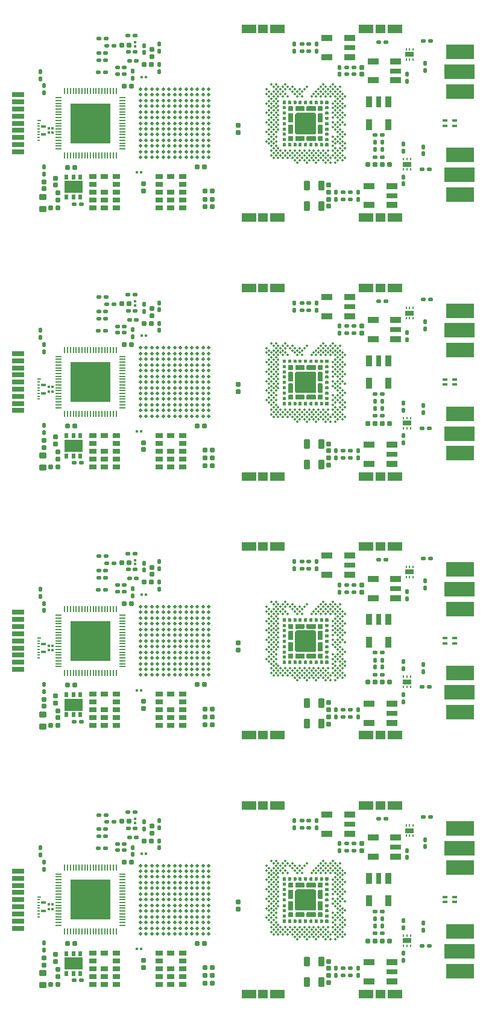
<source format=gtp>
G04 Layer_Color=8421504*
%FSLAX44Y44*%
%MOMM*%
G71*
G01*
G75*
%ADD10R,1.6500X0.9000*%
%ADD11R,1.6500X0.7600*%
%ADD12R,0.9000X1.6500*%
%ADD13R,0.7600X1.6500*%
G04:AMPARAMS|DCode=14|XSize=0.6mm|YSize=0.6mm|CornerRadius=0.06mm|HoleSize=0mm|Usage=FLASHONLY|Rotation=180.000|XOffset=0mm|YOffset=0mm|HoleType=Round|Shape=RoundedRectangle|*
%AMROUNDEDRECTD14*
21,1,0.6000,0.4800,0,0,180.0*
21,1,0.4800,0.6000,0,0,180.0*
1,1,0.1200,-0.2400,0.2400*
1,1,0.1200,0.2400,0.2400*
1,1,0.1200,0.2400,-0.2400*
1,1,0.1200,-0.2400,-0.2400*
%
%ADD14ROUNDEDRECTD14*%
%ADD15R,4.0000X2.0000*%
%ADD16R,4.2500X2.0000*%
G04:AMPARAMS|DCode=17|XSize=0.5mm|YSize=0.6mm|CornerRadius=0.05mm|HoleSize=0mm|Usage=FLASHONLY|Rotation=0.000|XOffset=0mm|YOffset=0mm|HoleType=Round|Shape=RoundedRectangle|*
%AMROUNDEDRECTD17*
21,1,0.5000,0.5000,0,0,0.0*
21,1,0.4000,0.6000,0,0,0.0*
1,1,0.1000,0.2000,-0.2500*
1,1,0.1000,-0.2000,-0.2500*
1,1,0.1000,-0.2000,0.2500*
1,1,0.1000,0.2000,0.2500*
%
%ADD17ROUNDEDRECTD17*%
G04:AMPARAMS|DCode=18|XSize=0.6mm|YSize=0.6mm|CornerRadius=0.06mm|HoleSize=0mm|Usage=FLASHONLY|Rotation=270.000|XOffset=0mm|YOffset=0mm|HoleType=Round|Shape=RoundedRectangle|*
%AMROUNDEDRECTD18*
21,1,0.6000,0.4800,0,0,270.0*
21,1,0.4800,0.6000,0,0,270.0*
1,1,0.1200,-0.2400,-0.2400*
1,1,0.1200,-0.2400,0.2400*
1,1,0.1200,0.2400,0.2400*
1,1,0.1200,0.2400,-0.2400*
%
%ADD18ROUNDEDRECTD18*%
G04:AMPARAMS|DCode=19|XSize=1mm|YSize=0.9mm|CornerRadius=0.1125mm|HoleSize=0mm|Usage=FLASHONLY|Rotation=180.000|XOffset=0mm|YOffset=0mm|HoleType=Round|Shape=RoundedRectangle|*
%AMROUNDEDRECTD19*
21,1,1.0000,0.6750,0,0,180.0*
21,1,0.7750,0.9000,0,0,180.0*
1,1,0.2250,-0.3875,0.3375*
1,1,0.2250,0.3875,0.3375*
1,1,0.2250,0.3875,-0.3375*
1,1,0.2250,-0.3875,-0.3375*
%
%ADD19ROUNDEDRECTD19*%
G04:AMPARAMS|DCode=20|XSize=0.5mm|YSize=0.6mm|CornerRadius=0.05mm|HoleSize=0mm|Usage=FLASHONLY|Rotation=90.000|XOffset=0mm|YOffset=0mm|HoleType=Round|Shape=RoundedRectangle|*
%AMROUNDEDRECTD20*
21,1,0.5000,0.5000,0,0,90.0*
21,1,0.4000,0.6000,0,0,90.0*
1,1,0.1000,0.2500,0.2000*
1,1,0.1000,0.2500,-0.2000*
1,1,0.1000,-0.2500,-0.2000*
1,1,0.1000,-0.2500,0.2000*
%
%ADD20ROUNDEDRECTD20*%
%ADD21C,0.5000*%
%ADD22O,0.4700X0.5000*%
%ADD23O,0.5000X0.4500*%
%ADD24C,0.4700*%
%ADD25R,1.8000X0.7000*%
%ADD26R,5.5500X5.5500*%
%ADD27R,0.9000X0.2000*%
%ADD28R,0.2000X0.9000*%
%ADD29R,0.3500X0.3000*%
%ADD30R,1.1000X0.7000*%
%ADD31R,0.6500X0.4500*%
%ADD32R,0.4000X0.2500*%
%ADD33R,0.5000X0.2500*%
%ADD34R,0.3000X0.3500*%
%ADD35R,1.4000X1.3000*%
%ADD36R,2.0000X1.3000*%
G04:AMPARAMS|DCode=37|XSize=1.3mm|YSize=0.8mm|CornerRadius=0.1mm|HoleSize=0mm|Usage=FLASHONLY|Rotation=270.000|XOffset=0mm|YOffset=0mm|HoleType=Round|Shape=RoundedRectangle|*
%AMROUNDEDRECTD37*
21,1,1.3000,0.6000,0,0,270.0*
21,1,1.1000,0.8000,0,0,270.0*
1,1,0.2000,-0.3000,-0.5500*
1,1,0.2000,-0.3000,0.5500*
1,1,0.2000,0.3000,0.5500*
1,1,0.2000,0.3000,-0.5500*
%
%ADD37ROUNDEDRECTD37*%
G04:AMPARAMS|DCode=38|XSize=0.7mm|YSize=0.4mm|CornerRadius=0.05mm|HoleSize=0mm|Usage=FLASHONLY|Rotation=180.000|XOffset=0mm|YOffset=0mm|HoleType=Round|Shape=RoundedRectangle|*
%AMROUNDEDRECTD38*
21,1,0.7000,0.3000,0,0,180.0*
21,1,0.6000,0.4000,0,0,180.0*
1,1,0.1000,-0.3000,0.1500*
1,1,0.1000,0.3000,0.1500*
1,1,0.1000,0.3000,-0.1500*
1,1,0.1000,-0.3000,-0.1500*
%
%ADD38ROUNDEDRECTD38*%
%ADD39R,1.2000X0.7000*%
%ADD40R,0.2500X0.3500*%
%ADD41R,2.5000X1.7000*%
%ADD42R,0.5000X0.7000*%
%ADD43R,0.2000X0.2000*%
%ADD44C,0.3500*%
G36*
X475659Y1279762D02*
X475859Y1279762D01*
X476227Y1279609D01*
X476509Y1279327D01*
X476662Y1278959D01*
Y1278759D01*
X476662Y1275762D01*
X476662Y1275762D01*
X476662Y1275563D01*
X476510Y1275196D01*
X476228Y1274914D01*
X475860Y1274762D01*
X475662Y1274762D01*
X473410Y1274762D01*
X473410Y1274762D01*
X473211Y1274762D01*
X472844Y1274914D01*
X472564Y1275195D01*
X472412Y1275561D01*
X472411Y1275760D01*
X472410Y1278760D01*
X472410D01*
X472410Y1278959D01*
X472562Y1279327D01*
X472844Y1279609D01*
X473212Y1279762D01*
X473411Y1279761D01*
X475659Y1279762D01*
X475659Y1279762D01*
D02*
G37*
G36*
X431163Y1279759D02*
X431362Y1279759D01*
X431730Y1279607D01*
X432012Y1279325D01*
X432164Y1278957D01*
X432164Y1278757D01*
X432164D01*
X432163Y1275758D01*
X432163Y1275559D01*
X432010Y1275192D01*
X431730Y1274912D01*
X431363Y1274760D01*
X431164Y1274760D01*
X431165Y1274760D01*
X428913Y1274759D01*
X428713Y1274760D01*
X428346Y1274912D01*
X428065Y1275194D01*
X427912Y1275561D01*
X427912Y1275760D01*
X427912Y1275760D01*
X427912Y1278757D01*
Y1278956D01*
X428065Y1279325D01*
X428347Y1279607D01*
X428715Y1279759D01*
X428915Y1279759D01*
X428915Y1279759D01*
X431163Y1279759D01*
D02*
G37*
G36*
X468412Y1279758D02*
X468412Y1279757D01*
X468610Y1279757D01*
X468977Y1279605D01*
X469258Y1279325D01*
X469410Y1278958D01*
X469410Y1278760D01*
X469411Y1275760D01*
X469411D01*
X469412Y1275561D01*
X469259Y1275192D01*
X468978Y1274910D01*
X468610Y1274758D01*
X468410Y1274758D01*
X466162Y1274758D01*
X466162Y1274758D01*
X465963Y1274758D01*
X465594Y1274911D01*
X465312Y1275192D01*
X465159Y1275561D01*
Y1275760D01*
X465159Y1278757D01*
X465159Y1278757D01*
X465159Y1278956D01*
X465312Y1279324D01*
X465593Y1279605D01*
X465961Y1279758D01*
X466160Y1279758D01*
X468412Y1279758D01*
D02*
G37*
G36*
X461161Y1279757D02*
X461160Y1279756D01*
X461359Y1279756D01*
X461726Y1279604D01*
X462006Y1279324D01*
X462158Y1278957D01*
X462159Y1278759D01*
X462160Y1275759D01*
X462160D01*
X462160Y1275560D01*
X462008Y1275191D01*
X461726Y1274909D01*
X461358Y1274757D01*
X461159Y1274757D01*
X458911Y1274757D01*
X458911Y1274757D01*
X458711Y1274757D01*
X458343Y1274910D01*
X458061Y1275192D01*
X457908Y1275560D01*
Y1275759D01*
X457908Y1278756D01*
X457908Y1278756D01*
X457908Y1278955D01*
X458060Y1279323D01*
X458342Y1279604D01*
X458709Y1279757D01*
X458909Y1279757D01*
X461161Y1279757D01*
D02*
G37*
G36*
X453409Y1279756D02*
X453409Y1279755D01*
X453607Y1279755D01*
X453974Y1279604D01*
X454255Y1279323D01*
X454407Y1278956D01*
X454407Y1278758D01*
X454409Y1275758D01*
X454409D01*
X454409Y1275559D01*
X454257Y1275190D01*
X453975Y1274909D01*
X453607Y1274756D01*
X453408Y1274756D01*
X451159Y1274756D01*
X451159Y1274756D01*
X450960Y1274756D01*
X450592Y1274909D01*
X450309Y1275191D01*
X450157Y1275559D01*
Y1275759D01*
X450157Y1278755D01*
X450157Y1278755D01*
X450157Y1278954D01*
X450309Y1279322D01*
X450591Y1279603D01*
X450958Y1279756D01*
X451157Y1279756D01*
X453409Y1279756D01*
D02*
G37*
G36*
X483408Y1279762D02*
X483408Y1279762D01*
X483658Y1279762D01*
X484118Y1279572D01*
X484471Y1279219D01*
X484662Y1278758D01*
X484662Y1278509D01*
X484662Y1276012D01*
X484662Y1276012D01*
X484662Y1275764D01*
X484472Y1275304D01*
X484121Y1274953D01*
X483661Y1274763D01*
X483413Y1274763D01*
X480909Y1274762D01*
X480909Y1274762D01*
X480661Y1274762D01*
X480203Y1274952D01*
X479852Y1275303D01*
X479663Y1275761D01*
Y1276009D01*
X479662Y1278512D01*
X479662D01*
X479662Y1278761D01*
X479853Y1279220D01*
X480204Y1279572D01*
X480664Y1279763D01*
X480913Y1279763D01*
X483408Y1279762D01*
D02*
G37*
G36*
X423658Y1279760D02*
X423658Y1279760D01*
X423908Y1279760D01*
X424368Y1279569D01*
X424721Y1279217D01*
X424912Y1278756D01*
X424912Y1278507D01*
X424912Y1276010D01*
X424912Y1276010D01*
X424912Y1275761D01*
X424722Y1275302D01*
X424370Y1274951D01*
X423911Y1274761D01*
X423663Y1274761D01*
X421158Y1274760D01*
X421158Y1274760D01*
X420911Y1274760D01*
X420453Y1274950D01*
X420102Y1275301D01*
X419912Y1275759D01*
Y1276006D01*
X419912Y1278510D01*
X419912D01*
X419912Y1278758D01*
X420102Y1279218D01*
X420454Y1279570D01*
X420914Y1279761D01*
X421163Y1279761D01*
X423658Y1279760D01*
D02*
G37*
G36*
X438613Y1279755D02*
X438981Y1279603D01*
X439262Y1279322D01*
X439415Y1278954D01*
X439415Y1278755D01*
X439415Y1278755D01*
X439415Y1275758D01*
Y1275559D01*
X439262Y1275190D01*
X438980Y1274908D01*
X438611Y1274756D01*
X438412Y1274756D01*
X438412Y1274756D01*
X436164Y1274756D01*
X435965Y1274756D01*
X435596Y1274908D01*
X435315Y1275190D01*
X435162Y1275558D01*
X435163Y1275758D01*
X435163D01*
X435164Y1278757D01*
X435164Y1278956D01*
X435317Y1279323D01*
X435597Y1279603D01*
X435964Y1279755D01*
X436162Y1279755D01*
X436162Y1279755D01*
X438414Y1279756D01*
X438613Y1279755D01*
D02*
G37*
G36*
X445865Y1279754D02*
X446232Y1279602D01*
X446514Y1279321D01*
X446666Y1278953D01*
X446666Y1278754D01*
X446666Y1278754D01*
X446666Y1275757D01*
Y1275558D01*
X446513Y1275189D01*
X446231Y1274907D01*
X445863Y1274755D01*
X445663Y1274755D01*
X445663Y1274755D01*
X443415Y1274755D01*
X443216Y1274755D01*
X442848Y1274907D01*
X442566Y1275189D01*
X442414Y1275557D01*
X442414Y1275757D01*
X442414D01*
X442416Y1278756D01*
X442416Y1278955D01*
X442568Y1279322D01*
X442849Y1279602D01*
X443215Y1279754D01*
X443414Y1279754D01*
X443414Y1279754D01*
X445666Y1279755D01*
X445865Y1279754D01*
D02*
G37*
G36*
X434332Y1271653D02*
X434613Y1271372D01*
X434765Y1271005D01*
X434765Y1270806D01*
X434765Y1270806D01*
X434765Y1266056D01*
X434765Y1265857D01*
X434613Y1265489D01*
X434331Y1265208D01*
X433964Y1265056D01*
X433765Y1265056D01*
X433765Y1265056D01*
X429015Y1265056D01*
X428816Y1265056D01*
X428448Y1265209D01*
X428167Y1265490D01*
X428015Y1265857D01*
X428015Y1266056D01*
Y1266056D01*
X428015Y1270806D01*
X428015Y1271005D01*
X428167Y1271372D01*
X428449Y1271653D01*
X428817Y1271805D01*
X429016Y1271805D01*
X429016Y1271805D01*
X433766Y1271805D01*
X433964Y1271805D01*
X434332Y1271653D01*
D02*
G37*
G36*
X483659Y1271762D02*
X483858Y1271762D01*
X484225Y1271610D01*
X484507Y1271328D01*
X484659Y1270961D01*
X484660Y1270762D01*
X484659Y1268510D01*
X484659Y1268510D01*
X484659Y1268311D01*
X484507Y1267945D01*
X484226Y1267664D01*
X483860Y1267512D01*
X483661Y1267512D01*
X480662Y1267510D01*
X480662Y1267510D01*
X480462Y1267510D01*
X480094Y1267662D01*
X479812Y1267944D01*
X479660Y1268312D01*
X479660Y1268511D01*
X479660Y1270759D01*
X479660Y1270759D01*
X479660Y1270959D01*
X479812Y1271327D01*
X480094Y1271609D01*
X480463Y1271762D01*
X480662D01*
X483659Y1271762D01*
X483659Y1271762D01*
D02*
G37*
G36*
X423909Y1271760D02*
X424108Y1271760D01*
X424475Y1271607D01*
X424757Y1271326D01*
X424909Y1270958D01*
X424909Y1270759D01*
X424909Y1268507D01*
X424909Y1268507D01*
X424909Y1268309D01*
X424757Y1267942D01*
X424476Y1267662D01*
X424110Y1267509D01*
X423911Y1267509D01*
X420911Y1267508D01*
X420911Y1267508D01*
X420712Y1267507D01*
X420344Y1267660D01*
X420062Y1267941D01*
X419910Y1268310D01*
X419910Y1268509D01*
X419909Y1270757D01*
X419909Y1270757D01*
X419909Y1270956D01*
X420062Y1271325D01*
X420344Y1271607D01*
X420713Y1271760D01*
X420912D01*
X423909Y1271760D01*
X423909Y1271760D01*
D02*
G37*
G36*
X454765Y1271805D02*
X465765Y1271805D01*
X465765Y1271805D01*
X465964Y1271805D01*
X466331Y1271653D01*
X466612Y1271371D01*
X466764Y1271004D01*
X466764Y1270805D01*
X466765Y1266055D01*
X466764Y1266055D01*
X466764Y1265856D01*
X466612Y1265488D01*
X466330Y1265207D01*
X465963Y1265055D01*
X465764Y1265055D01*
X454764Y1265055D01*
X454764Y1265055D01*
X454565Y1265055D01*
X454198Y1265207D01*
X453917Y1265489D01*
X453764Y1265856D01*
X453765Y1266055D01*
X453764Y1270805D01*
Y1270805D01*
X453764Y1271004D01*
X453917Y1271372D01*
X454198Y1271653D01*
X454566Y1271805D01*
X454765Y1271805D01*
D02*
G37*
G36*
X475516D02*
X475715Y1271805D01*
X476082Y1271653D01*
X476363Y1271371D01*
X476515Y1271004D01*
X476515Y1270805D01*
X476515Y1270805D01*
X476515Y1266055D01*
X476515Y1265856D01*
X476363Y1265489D01*
X476082Y1265207D01*
X475715Y1265055D01*
X475516Y1265055D01*
X475516Y1265055D01*
X470766Y1265055D01*
X470567Y1265055D01*
X470199Y1265208D01*
X469918Y1265489D01*
X469766Y1265857D01*
X469766Y1266056D01*
X469766Y1266056D01*
X469766Y1270806D01*
X469766Y1271005D01*
X469919Y1271372D01*
X470200Y1271653D01*
X470567Y1271805D01*
X470766Y1271806D01*
X470766Y1271806D01*
X475516Y1271805D01*
D02*
G37*
G36*
X450331Y1271653D02*
X450613Y1271372D01*
X450765Y1271004D01*
X450765Y1270805D01*
X450765Y1270805D01*
X450765Y1266055D01*
X450765Y1265856D01*
X450613Y1265488D01*
X450331Y1265207D01*
X449964Y1265055D01*
X449765Y1265055D01*
X449765Y1265055D01*
X438765Y1265055D01*
X438566Y1265055D01*
X438199Y1265207D01*
X437917Y1265488D01*
X437765Y1265855D01*
X437765Y1266054D01*
X437765Y1266054D01*
X437765Y1270805D01*
X437765Y1271004D01*
X437917Y1271371D01*
X438198Y1271652D01*
X438566Y1271804D01*
X438765Y1271805D01*
X438765Y1271805D01*
X449765Y1271805D01*
X449964Y1271805D01*
X450331Y1271653D01*
D02*
G37*
G36*
X484229Y1264360D02*
X484511Y1264078D01*
X484663Y1263710D01*
X484663Y1263510D01*
X484663Y1261262D01*
X484663Y1261262D01*
X484663Y1261063D01*
X484511Y1260694D01*
X484229Y1260412D01*
X483860Y1260260D01*
X483661D01*
X480664Y1260259D01*
X480664Y1260259D01*
X480465Y1260259D01*
X480098Y1260412D01*
X479816Y1260693D01*
X479664Y1261061D01*
X479663Y1261260D01*
X479664Y1263512D01*
X479664Y1263512D01*
X479664Y1263710D01*
X479816Y1264077D01*
X480096Y1264358D01*
X480463Y1264510D01*
X480662Y1264510D01*
X483661Y1264511D01*
X483661Y1264511D01*
X483861Y1264512D01*
X484229Y1264360D01*
D02*
G37*
G36*
X424479Y1264357D02*
X424761Y1264075D01*
X424913Y1263707D01*
X424913Y1263508D01*
X424913Y1261260D01*
X424913Y1261260D01*
X424913Y1261060D01*
X424761Y1260692D01*
X424478Y1260410D01*
X424110Y1260257D01*
X423911D01*
X420914Y1260257D01*
X420914Y1260257D01*
X420715Y1260257D01*
X420347Y1260410D01*
X420066Y1260691D01*
X419913Y1261059D01*
X419913Y1261258D01*
X419913Y1263510D01*
X419914Y1263510D01*
X419914Y1263708D01*
X420066Y1264075D01*
X420346Y1264355D01*
X420713Y1264508D01*
X420911Y1264508D01*
X423911Y1264509D01*
X423911Y1264509D01*
X424110Y1264510D01*
X424479Y1264357D01*
D02*
G37*
G36*
X464265Y1262555D02*
X464862Y1262555D01*
X465965Y1262098D01*
X466808Y1261254D01*
X467265Y1260152D01*
X467265Y1259555D01*
X467265Y1235555D01*
X467265Y1235555D01*
X467265Y1234959D01*
X466809Y1233856D01*
X465965Y1233012D01*
X464862Y1232555D01*
X464265Y1232555D01*
X440265Y1232555D01*
X440265Y1232555D01*
X439668Y1232555D01*
X438566Y1233012D01*
X437722Y1233856D01*
X437265Y1234959D01*
X437266Y1235555D01*
X437265Y1259555D01*
X437265Y1259555D01*
X437265Y1260152D01*
X437722Y1261254D01*
X438565Y1262098D01*
X439668Y1262555D01*
X440265Y1262555D01*
X464265Y1262555D01*
X464265Y1262555D01*
D02*
G37*
G36*
X484230Y1257108D02*
X484512Y1256826D01*
X484664Y1256458D01*
X484664Y1256259D01*
X484664Y1254011D01*
X484664Y1254011D01*
X484664Y1253811D01*
X484512Y1253443D01*
X484230Y1253161D01*
X483861Y1253008D01*
X483662D01*
X480665Y1253008D01*
X480665Y1253008D01*
X480466Y1253008D01*
X480098Y1253161D01*
X479817Y1253442D01*
X479664Y1253810D01*
X479664Y1254009D01*
X479665Y1256261D01*
X479665Y1256261D01*
X479665Y1256459D01*
X479817Y1256826D01*
X480097Y1257106D01*
X480464Y1257259D01*
X480662Y1257259D01*
X483662Y1257260D01*
X483662Y1257260D01*
X483862Y1257261D01*
X484230Y1257108D01*
D02*
G37*
G36*
X424480Y1257106D02*
X424762Y1256824D01*
X424914Y1256456D01*
X424914Y1256257D01*
X424914Y1254009D01*
X424914Y1254008D01*
X424914Y1253809D01*
X424761Y1253441D01*
X424479Y1253159D01*
X424111Y1253006D01*
X423912D01*
X420915Y1253006D01*
X420915Y1253006D01*
X420716Y1253006D01*
X420348Y1253158D01*
X420067Y1253440D01*
X419914Y1253807D01*
X419914Y1254006D01*
X419914Y1256258D01*
X419915Y1256258D01*
X419915Y1256457D01*
X420066Y1256823D01*
X420347Y1257104D01*
X420714Y1257256D01*
X420912Y1257256D01*
X423912Y1257258D01*
X423912Y1257258D01*
X424111Y1257258D01*
X424480Y1257106D01*
D02*
G37*
G36*
X484231Y1249357D02*
X484513Y1249075D01*
X484665Y1248707D01*
X484665Y1248508D01*
X484665Y1246260D01*
X484665Y1246260D01*
X484665Y1246060D01*
X484512Y1245692D01*
X484230Y1245410D01*
X483862Y1245257D01*
X483663D01*
X480666Y1245257D01*
X480666Y1245257D01*
X480467Y1245257D01*
X480099Y1245409D01*
X479818Y1245691D01*
X479665Y1246058D01*
X479665Y1246257D01*
X479665Y1248509D01*
X479666Y1248509D01*
X479666Y1248708D01*
X479818Y1249074D01*
X480098Y1249355D01*
X480465Y1249507D01*
X480663Y1249507D01*
X483663Y1249509D01*
X483663Y1249509D01*
X483862Y1249509D01*
X484231Y1249357D01*
D02*
G37*
G36*
X424481Y1249355D02*
X424762Y1249073D01*
X424915Y1248705D01*
X424915Y1248505D01*
X424915Y1246257D01*
X424915Y1246257D01*
X424915Y1246058D01*
X424762Y1245689D01*
X424480Y1245407D01*
X424112Y1245255D01*
X423912D01*
X420916Y1245254D01*
X420916Y1245254D01*
X420717Y1245255D01*
X420349Y1245407D01*
X420068Y1245688D01*
X419915Y1246056D01*
X419915Y1246255D01*
X419915Y1248507D01*
X419915Y1248507D01*
X419916Y1248705D01*
X420067Y1249072D01*
X420348Y1249353D01*
X420715Y1249505D01*
X420913Y1249505D01*
X423913Y1249507D01*
X423913Y1249507D01*
X424112Y1249507D01*
X424481Y1249355D01*
D02*
G37*
G36*
X475515Y1262055D02*
X475714Y1262055D01*
X476081Y1261903D01*
X476362Y1261622D01*
X476515Y1261254D01*
X476515Y1261056D01*
X476515Y1261056D01*
X476515Y1250055D01*
X476515Y1249856D01*
X476363Y1249489D01*
X476082Y1249207D01*
X475714Y1249055D01*
X475515Y1249055D01*
X475515D01*
X470765Y1249056D01*
X470566Y1249055D01*
X470198Y1249208D01*
X469917Y1249489D01*
X469765Y1249856D01*
X469765Y1250055D01*
X469765Y1250055D01*
X469765Y1261055D01*
X469765Y1261254D01*
X469917Y1261621D01*
X470198Y1261903D01*
X470565Y1262055D01*
X470764Y1262055D01*
X470764Y1262056D01*
X475515Y1262055D01*
D02*
G37*
G36*
X429015Y1262055D02*
X429015Y1262055D01*
X433766Y1262054D01*
X433965Y1262054D01*
X434332Y1261902D01*
X434613Y1261621D01*
X434765Y1261254D01*
X434765Y1261055D01*
X434765Y1261055D01*
X434765Y1250055D01*
X434765Y1249856D01*
X434613Y1249489D01*
X434332Y1249207D01*
X433965Y1249055D01*
X433766Y1249054D01*
X433766Y1249054D01*
X429016Y1249055D01*
X428817Y1249055D01*
X428449Y1249207D01*
X428168Y1249488D01*
X428016Y1249855D01*
X428016Y1250054D01*
Y1250054D01*
X428015Y1261055D01*
X428015Y1261253D01*
X428167Y1261621D01*
X428449Y1261902D01*
X428816Y1262055D01*
X429015Y1262055D01*
D02*
G37*
G36*
X483664Y1241766D02*
X483863D01*
X484232Y1241613D01*
X484514Y1241331D01*
X484666Y1240963D01*
X484666Y1240763D01*
X484666Y1240763D01*
X484666Y1238515D01*
X484666Y1238316D01*
X484514Y1237948D01*
X484232Y1237666D01*
X483864Y1237514D01*
X483664Y1237514D01*
X483665Y1237514D01*
X480665Y1237516D01*
X480466Y1237516D01*
X480099Y1237668D01*
X479819Y1237949D01*
X479667Y1238315D01*
X479667Y1238514D01*
X479667Y1238514D01*
X479666Y1240766D01*
X479667Y1240965D01*
X479819Y1241332D01*
X480101Y1241614D01*
X480468Y1241766D01*
X480667Y1241766D01*
X480667Y1241766D01*
X483664Y1241766D01*
D02*
G37*
G36*
X423914Y1241764D02*
X424113D01*
X424482Y1241611D01*
X424764Y1241329D01*
X424916Y1240961D01*
X424916Y1240761D01*
X424916Y1240761D01*
X424916Y1238513D01*
X424916Y1238314D01*
X424764Y1237945D01*
X424482Y1237664D01*
X424114Y1237512D01*
X423914Y1237512D01*
X423914Y1237512D01*
X420914Y1237513D01*
X420716Y1237514D01*
X420349Y1237666D01*
X420069Y1237946D01*
X419917Y1238313D01*
X419917Y1238512D01*
X419917Y1238511D01*
X419916Y1240763D01*
X419916Y1240962D01*
X420069Y1241330D01*
X420350Y1241611D01*
X420718Y1241764D01*
X420917Y1241764D01*
X420917Y1241764D01*
X423914Y1241764D01*
D02*
G37*
G36*
X475515Y1246056D02*
X475714Y1246056D01*
X476081Y1245903D01*
X476362Y1245622D01*
X476514Y1245255D01*
X476514Y1245056D01*
X476514Y1245056D01*
X476515Y1234056D01*
X476515Y1233857D01*
X476363Y1233489D01*
X476082Y1233208D01*
X475714Y1233055D01*
X475515Y1233055D01*
X475515D01*
X470764Y1233056D01*
X470566Y1233056D01*
X470198Y1233208D01*
X469917Y1233489D01*
X469765Y1233856D01*
X469765Y1234055D01*
X469765Y1234055D01*
X469765Y1245055D01*
X469765Y1245254D01*
X469917Y1245622D01*
X470198Y1245903D01*
X470565Y1246056D01*
X470764Y1246056D01*
X470764Y1246056D01*
X475515Y1246056D01*
D02*
G37*
G36*
X429015Y1246055D02*
X429015Y1246055D01*
X433766Y1246055D01*
X433965Y1246055D01*
X434332Y1245903D01*
X434613Y1245621D01*
X434765Y1245254D01*
X434765Y1245055D01*
X434765Y1245055D01*
X434765Y1234055D01*
X434765Y1233856D01*
X434613Y1233489D01*
X434332Y1233207D01*
X433965Y1233055D01*
X433766Y1233055D01*
X433766Y1233055D01*
X429015Y1233055D01*
X428817Y1233055D01*
X428449Y1233207D01*
X428168Y1233488D01*
X428016Y1233856D01*
X428016Y1234055D01*
Y1234055D01*
X428015Y1245055D01*
X428015Y1245254D01*
X428167Y1245621D01*
X428448Y1245903D01*
X428816Y1246055D01*
X429015Y1246055D01*
D02*
G37*
G36*
X483663Y1234515D02*
X483862D01*
X484231Y1234362D01*
X484513Y1234080D01*
X484665Y1233712D01*
X484665Y1233512D01*
X484665Y1233512D01*
X484665Y1231264D01*
X484665Y1231065D01*
X484513Y1230696D01*
X484231Y1230415D01*
X483863Y1230263D01*
X483663Y1230263D01*
X483663Y1230263D01*
X480664Y1230264D01*
X480465Y1230265D01*
X480099Y1230417D01*
X479818Y1230697D01*
X479666Y1231064D01*
X479666Y1231263D01*
X479666Y1231262D01*
X479665Y1233514D01*
X479666Y1233713D01*
X479818Y1234081D01*
X480100Y1234362D01*
X480467Y1234515D01*
X480666Y1234515D01*
X480666Y1234515D01*
X483663Y1234515D01*
D02*
G37*
G36*
X423913Y1234512D02*
X424112D01*
X424481Y1234360D01*
X424763Y1234078D01*
X424915Y1233709D01*
X424915Y1233510D01*
X424915Y1233510D01*
X424915Y1231262D01*
X424915Y1231062D01*
X424763Y1230694D01*
X424481Y1230412D01*
X424113Y1230260D01*
X423913Y1230260D01*
X423913Y1230260D01*
X420914Y1230262D01*
X420715Y1230262D01*
X420348Y1230414D01*
X420068Y1230695D01*
X419916Y1231062D01*
X419916Y1231260D01*
X419916Y1231260D01*
X419915Y1233512D01*
X419916Y1233711D01*
X420068Y1234079D01*
X420350Y1234360D01*
X420717Y1234512D01*
X420916Y1234513D01*
X420916Y1234513D01*
X423913Y1234512D01*
D02*
G37*
G36*
X465765Y1230055D02*
X465964Y1230055D01*
X466331Y1229903D01*
X466613Y1229622D01*
X466765Y1229255D01*
X466766Y1229056D01*
X466766Y1229056D01*
X466765Y1224305D01*
X466765Y1224107D01*
X466613Y1223739D01*
X466332Y1223458D01*
X465964Y1223306D01*
X465766Y1223306D01*
X465766D01*
X454766Y1223305D01*
X454566Y1223305D01*
X454199Y1223457D01*
X453918Y1223738D01*
X453765Y1224106D01*
X453765Y1224305D01*
Y1224305D01*
X453766Y1229056D01*
X453765Y1229255D01*
X453918Y1229622D01*
X454199Y1229903D01*
X454566Y1230055D01*
X454765Y1230055D01*
X454765Y1230055D01*
X465765Y1230055D01*
D02*
G37*
G36*
X449766Y1230055D02*
X449965Y1230055D01*
X450332Y1229903D01*
X450614Y1229622D01*
X450766Y1229254D01*
X450765Y1229055D01*
X450766Y1224305D01*
X450766Y1224305D01*
X450766Y1224106D01*
X450614Y1223738D01*
X450332Y1223457D01*
X449965Y1223305D01*
X449766Y1223305D01*
X438765Y1223305D01*
X438766D01*
X438567Y1223305D01*
X438199Y1223458D01*
X437918Y1223739D01*
X437766Y1224106D01*
X437766Y1224305D01*
X437766Y1229056D01*
X437766Y1229055D01*
X437766Y1229254D01*
X437918Y1229622D01*
X438200Y1229903D01*
X438567Y1230055D01*
X438766Y1230055D01*
X449766Y1230055D01*
X449766Y1230055D01*
D02*
G37*
G36*
X475516Y1230054D02*
X475714Y1230054D01*
X476082Y1229901D01*
X476363Y1229620D01*
X476515Y1229253D01*
X476516Y1229054D01*
X476516D01*
X476515Y1224305D01*
X476515Y1224106D01*
X476363Y1223738D01*
X476081Y1223457D01*
X475714Y1223305D01*
X475514Y1223305D01*
X475514Y1223305D01*
X470765Y1223305D01*
X470566Y1223305D01*
X470198Y1223457D01*
X469917Y1223738D01*
X469765Y1224106D01*
X469765Y1224304D01*
X469765Y1224305D01*
X469765Y1229054D01*
X469765Y1229253D01*
X469918Y1229621D01*
X470199Y1229902D01*
X470567Y1230054D01*
X470766Y1230054D01*
X470765Y1230054D01*
X475516Y1230054D01*
D02*
G37*
G36*
X433767Y1230053D02*
X433965Y1230053D01*
X434333Y1229900D01*
X434614Y1229619D01*
X434766Y1229252D01*
X434767Y1229053D01*
X434767D01*
X434766Y1224304D01*
X434766Y1224105D01*
X434614Y1223737D01*
X434332Y1223456D01*
X433965Y1223304D01*
X433766Y1223304D01*
X433765Y1223304D01*
X429016Y1223304D01*
X428817Y1223304D01*
X428449Y1223456D01*
X428168Y1223737D01*
X428016Y1224105D01*
X428016Y1224303D01*
X428016Y1224304D01*
X428016Y1229053D01*
X428016Y1229252D01*
X428169Y1229620D01*
X428450Y1229901D01*
X428818Y1230053D01*
X429017Y1230053D01*
X429016Y1230053D01*
X433767Y1230053D01*
D02*
G37*
G36*
X480664Y1227264D02*
X480664Y1227264D01*
X483663Y1227263D01*
X483862Y1227263D01*
X484229Y1227111D01*
X484509Y1226830D01*
X484661Y1226463D01*
X484661Y1226265D01*
X484661Y1226265D01*
X484662Y1224013D01*
X484661Y1223814D01*
X484509Y1223446D01*
X484228Y1223165D01*
X483860Y1223012D01*
X483661Y1223012D01*
X483661Y1223012D01*
X480664Y1223012D01*
X480465D01*
X480096Y1223165D01*
X479814Y1223447D01*
X479662Y1223816D01*
X479662Y1224015D01*
X479662Y1224015D01*
X479662Y1226263D01*
X479662Y1226462D01*
X479814Y1226831D01*
X480096Y1227112D01*
X480464Y1227265D01*
X480664Y1227264D01*
D02*
G37*
G36*
X420914Y1227262D02*
X420914Y1227262D01*
X423913Y1227261D01*
X424112Y1227260D01*
X424478Y1227108D01*
X424759Y1226827D01*
X424911Y1226461D01*
X424911Y1226262D01*
X424911Y1226262D01*
X424911Y1224010D01*
X424911Y1223811D01*
X424759Y1223444D01*
X424477Y1223162D01*
X424110Y1223010D01*
X423911Y1223010D01*
X423911Y1223010D01*
X420914Y1223010D01*
X420715D01*
X420346Y1223163D01*
X420064Y1223445D01*
X419912Y1223813D01*
X419912Y1224013D01*
X419912Y1224013D01*
X419912Y1226261D01*
X419912Y1226460D01*
X420064Y1226828D01*
X420346Y1227110D01*
X420714Y1227262D01*
X420914Y1227262D01*
D02*
G37*
G36*
X461159Y1220263D02*
X461358Y1220264D01*
X461727Y1220111D01*
X462008Y1219829D01*
X462161Y1219461D01*
X462160Y1219262D01*
X462160Y1219262D01*
X462159Y1216262D01*
X462159Y1216063D01*
X462006Y1215697D01*
X461726Y1215416D01*
X461359Y1215264D01*
X461161Y1215264D01*
X461161Y1215264D01*
X458909Y1215264D01*
X458710Y1215264D01*
X458342Y1215416D01*
X458061Y1215698D01*
X457908Y1216066D01*
X457908Y1216264D01*
X457908Y1216264D01*
X457908Y1219261D01*
Y1219461D01*
X458061Y1219829D01*
X458343Y1220111D01*
X458712Y1220264D01*
X458911Y1220264D01*
X458911Y1220264D01*
X461159Y1220263D01*
D02*
G37*
G36*
X468410Y1220262D02*
X468610Y1220263D01*
X468978Y1220110D01*
X469260Y1219828D01*
X469412Y1219460D01*
X469412Y1219261D01*
X469412Y1219261D01*
X469410Y1216261D01*
X469410Y1216062D01*
X469258Y1215696D01*
X468977Y1215415D01*
X468610Y1215263D01*
X468412Y1215263D01*
X468412Y1215263D01*
X466160Y1215263D01*
X465961Y1215263D01*
X465593Y1215415D01*
X465312Y1215697D01*
X465160Y1216065D01*
X465159Y1216264D01*
X465159Y1216263D01*
X465160Y1219260D01*
Y1219460D01*
X465312Y1219828D01*
X465594Y1220110D01*
X465963Y1220263D01*
X466162Y1220263D01*
X466162Y1220263D01*
X468410Y1220262D01*
D02*
G37*
G36*
X453415Y1220262D02*
X453614Y1220262D01*
X453983Y1220110D01*
X454265Y1219828D01*
X454417Y1219459D01*
Y1219260D01*
X454418Y1216263D01*
X454418Y1216263D01*
X454417Y1216064D01*
X454265Y1215697D01*
X453984Y1215415D01*
X453616Y1215263D01*
X453417Y1215262D01*
X451165Y1215263D01*
X451165Y1215263D01*
X450967Y1215263D01*
X450600Y1215415D01*
X450319Y1215695D01*
X450167Y1216062D01*
X450167Y1216261D01*
X450165Y1219260D01*
X450165Y1219260D01*
X450165Y1219460D01*
X450317Y1219828D01*
X450599Y1220110D01*
X450967Y1220262D01*
X451167Y1220262D01*
X453415Y1220262D01*
X453415Y1220262D01*
D02*
G37*
G36*
X445664Y1220261D02*
X445863Y1220261D01*
X446231Y1220109D01*
X446513Y1219827D01*
X446666Y1219458D01*
Y1219259D01*
X446666Y1216262D01*
X446666Y1216262D01*
X446666Y1216063D01*
X446514Y1215696D01*
X446232Y1215414D01*
X445865Y1215262D01*
X445666Y1215262D01*
X443414Y1215262D01*
X443414Y1215262D01*
X443215Y1215262D01*
X442849Y1215414D01*
X442568Y1215695D01*
X442416Y1216061D01*
X442416Y1216260D01*
X442414Y1219259D01*
Y1219259D01*
X442414Y1219459D01*
X442566Y1219827D01*
X442848Y1220109D01*
X443216Y1220261D01*
X443415Y1220261D01*
X445663Y1220262D01*
X445664Y1220261D01*
D02*
G37*
G36*
X438980Y1220108D02*
X439262Y1219826D01*
X439415Y1219457D01*
Y1219258D01*
X439415Y1216261D01*
X439415Y1216261D01*
X439415Y1216062D01*
X439263Y1215695D01*
X438981Y1215413D01*
X438614Y1215261D01*
X438414Y1215261D01*
X436162Y1215261D01*
X436163Y1215261D01*
X435964Y1215261D01*
X435597Y1215413D01*
X435317Y1215694D01*
X435165Y1216060D01*
X435164Y1216259D01*
X435163Y1219259D01*
X435163Y1219259D01*
X435163Y1219458D01*
X435315Y1219826D01*
X435597Y1220108D01*
X435965Y1220260D01*
X436164Y1220260D01*
X438412Y1220260D01*
X438412Y1220260D01*
X438612Y1220260D01*
X438980Y1220108D01*
D02*
G37*
G36*
X431165Y1220257D02*
X431165Y1220256D01*
X431363Y1220256D01*
X431730Y1220104D01*
X432011Y1219824D01*
X432163Y1219457D01*
X432163Y1219259D01*
X432164Y1216259D01*
X432164Y1216259D01*
X432165Y1216059D01*
X432012Y1215691D01*
X431731Y1215409D01*
X431362Y1215257D01*
X431163Y1215257D01*
X428915Y1215257D01*
X428915Y1215257D01*
X428716Y1215257D01*
X428347Y1215409D01*
X428065Y1215691D01*
X427912Y1216060D01*
Y1216259D01*
X427912Y1219256D01*
X427912Y1219256D01*
X427912Y1219455D01*
X428065Y1219823D01*
X428346Y1220104D01*
X428714Y1220257D01*
X428913Y1220257D01*
X431165Y1220257D01*
D02*
G37*
G36*
X483409Y1220262D02*
X483409Y1220262D01*
X483658Y1220262D01*
X484119Y1220071D01*
X484471Y1219719D01*
X484662Y1219258D01*
X484662Y1219009D01*
X484662Y1216512D01*
X484662Y1216512D01*
X484662Y1216264D01*
X484472Y1215804D01*
X484121Y1215453D01*
X483662Y1215263D01*
X483413Y1215263D01*
X480909Y1215262D01*
X480909Y1215262D01*
X480661Y1215262D01*
X480203Y1215452D01*
X479852Y1215803D01*
X479663Y1216261D01*
Y1216509D01*
X479662Y1219012D01*
X479662D01*
X479662Y1219260D01*
X479853Y1219720D01*
X480205Y1220072D01*
X480664Y1220263D01*
X480913Y1220263D01*
X483409Y1220262D01*
D02*
G37*
G36*
X423658Y1220260D02*
X423658Y1220260D01*
X423908Y1220260D01*
X424369Y1220069D01*
X424721Y1219717D01*
X424912Y1219256D01*
X424912Y1219006D01*
X424912Y1216510D01*
X424912Y1216510D01*
X424912Y1216261D01*
X424722Y1215802D01*
X424371Y1215451D01*
X423911Y1215260D01*
X423663Y1215260D01*
X421159Y1215260D01*
X421159Y1215260D01*
X420911Y1215260D01*
X420453Y1215450D01*
X420102Y1215800D01*
X419913Y1216258D01*
Y1216506D01*
X419912Y1219009D01*
X419912D01*
X419912Y1219258D01*
X420103Y1219718D01*
X420454Y1220070D01*
X420914Y1220260D01*
X421163Y1220261D01*
X423658Y1220260D01*
D02*
G37*
G36*
X475861Y1220259D02*
X476228Y1220106D01*
X476510Y1219825D01*
X476662Y1219457D01*
X476662Y1219258D01*
X476662Y1219258D01*
X476662Y1216262D01*
Y1216062D01*
X476509Y1215694D01*
X476227Y1215412D01*
X475859Y1215259D01*
X475659Y1215259D01*
X475659Y1215259D01*
X473411Y1215259D01*
X473212Y1215259D01*
X472844Y1215412D01*
X472562Y1215693D01*
X472410Y1216062D01*
X472410Y1216261D01*
X472410Y1216261D01*
X472412Y1219261D01*
X472412Y1219459D01*
X472564Y1219826D01*
X472845Y1220107D01*
X473211Y1220258D01*
X473410Y1220258D01*
X473410Y1220259D01*
X475662Y1220259D01*
X475861Y1220259D01*
D02*
G37*
G36*
X475659Y916061D02*
X475859Y916061D01*
X476227Y915909D01*
X476509Y915627D01*
X476662Y915258D01*
Y915059D01*
X476662Y912062D01*
X476662Y912062D01*
X476662Y911863D01*
X476510Y911496D01*
X476228Y911214D01*
X475860Y911062D01*
X475662Y911062D01*
X473410Y911062D01*
X473410Y911062D01*
X473211Y911062D01*
X472844Y911214D01*
X472564Y911495D01*
X472412Y911861D01*
X472411Y912060D01*
X472410Y915060D01*
X472410D01*
X472410Y915259D01*
X472562Y915627D01*
X472844Y915909D01*
X473212Y916061D01*
X473411Y916061D01*
X475659Y916061D01*
X475659Y916061D01*
D02*
G37*
G36*
X431163Y916059D02*
X431362Y916059D01*
X431730Y915907D01*
X432012Y915625D01*
X432164Y915257D01*
X432164Y915057D01*
X432164D01*
X432163Y912057D01*
X432163Y911859D01*
X432010Y911492D01*
X431730Y911212D01*
X431363Y911060D01*
X431164Y911060D01*
X431165Y911060D01*
X428913Y911059D01*
X428713Y911060D01*
X428346Y911212D01*
X428065Y911494D01*
X427912Y911861D01*
X427912Y912060D01*
X427912Y912060D01*
X427912Y915057D01*
Y915256D01*
X428065Y915625D01*
X428347Y915907D01*
X428715Y916059D01*
X428915Y916059D01*
X428915Y916059D01*
X431163Y916059D01*
D02*
G37*
G36*
X468412Y916057D02*
X468412Y916057D01*
X468610Y916057D01*
X468977Y915905D01*
X469258Y915625D01*
X469410Y915258D01*
X469410Y915060D01*
X469411Y912060D01*
X469411D01*
X469412Y911861D01*
X469259Y911492D01*
X468978Y911210D01*
X468610Y911058D01*
X468410Y911058D01*
X466162Y911058D01*
X466162Y911058D01*
X465963Y911058D01*
X465594Y911210D01*
X465312Y911492D01*
X465159Y911861D01*
Y912060D01*
X465159Y915057D01*
X465159Y915057D01*
X465159Y915256D01*
X465312Y915624D01*
X465593Y915905D01*
X465961Y916058D01*
X466160Y916058D01*
X468412Y916057D01*
D02*
G37*
G36*
X461161Y916057D02*
X461160Y916056D01*
X461359Y916056D01*
X461726Y915904D01*
X462006Y915624D01*
X462158Y915257D01*
X462159Y915059D01*
X462160Y912059D01*
X462160D01*
X462160Y911860D01*
X462008Y911491D01*
X461726Y911209D01*
X461358Y911057D01*
X461159Y911057D01*
X458911Y911057D01*
X458911Y911057D01*
X458711Y911057D01*
X458343Y911209D01*
X458061Y911491D01*
X457908Y911860D01*
Y912059D01*
X457908Y915056D01*
X457908Y915056D01*
X457908Y915255D01*
X458060Y915623D01*
X458342Y915904D01*
X458709Y916057D01*
X458909Y916057D01*
X461161Y916057D01*
D02*
G37*
G36*
X453409Y916056D02*
X453409Y916055D01*
X453607Y916055D01*
X453974Y915903D01*
X454255Y915623D01*
X454407Y915256D01*
X454407Y915058D01*
X454409Y912058D01*
X454409D01*
X454409Y911859D01*
X454257Y911490D01*
X453975Y911208D01*
X453607Y911056D01*
X453408Y911056D01*
X451159Y911056D01*
X451159Y911056D01*
X450960Y911056D01*
X450592Y911209D01*
X450309Y911491D01*
X450157Y911859D01*
Y912058D01*
X450157Y915055D01*
X450157Y915055D01*
X450157Y915254D01*
X450309Y915622D01*
X450591Y915903D01*
X450958Y916056D01*
X451157Y916056D01*
X453409Y916056D01*
D02*
G37*
G36*
X483408Y916062D02*
X483408Y916062D01*
X483658Y916062D01*
X484118Y915872D01*
X484471Y915519D01*
X484662Y915058D01*
X484662Y914809D01*
X484662Y912312D01*
X484662Y912312D01*
X484662Y912064D01*
X484472Y911604D01*
X484121Y911253D01*
X483661Y911063D01*
X483413Y911063D01*
X480909Y911062D01*
X480909Y911062D01*
X480661Y911062D01*
X480203Y911252D01*
X479852Y911603D01*
X479663Y912061D01*
Y912309D01*
X479662Y914812D01*
X479662D01*
X479662Y915061D01*
X479853Y915520D01*
X480204Y915872D01*
X480664Y916063D01*
X480913Y916063D01*
X483408Y916062D01*
D02*
G37*
G36*
X423658Y916060D02*
X423658Y916060D01*
X423908Y916060D01*
X424368Y915869D01*
X424721Y915517D01*
X424912Y915056D01*
X424912Y914807D01*
X424912Y912310D01*
X424912Y912310D01*
X424912Y912061D01*
X424722Y911602D01*
X424370Y911251D01*
X423911Y911060D01*
X423663Y911060D01*
X421158Y911060D01*
X421158Y911060D01*
X420911Y911060D01*
X420453Y911250D01*
X420102Y911600D01*
X419912Y912059D01*
Y912307D01*
X419912Y914809D01*
X419912D01*
X419912Y915058D01*
X420102Y915518D01*
X420454Y915870D01*
X420914Y916060D01*
X421163Y916061D01*
X423658Y916060D01*
D02*
G37*
G36*
X438613Y916055D02*
X438981Y915903D01*
X439262Y915621D01*
X439415Y915254D01*
X439415Y915055D01*
X439415Y915055D01*
X439415Y912058D01*
Y911859D01*
X439262Y911490D01*
X438980Y911208D01*
X438611Y911056D01*
X438412Y911056D01*
X438412Y911056D01*
X436164Y911056D01*
X435965Y911056D01*
X435596Y911208D01*
X435315Y911490D01*
X435162Y911858D01*
X435163Y912058D01*
X435163D01*
X435164Y915057D01*
X435164Y915256D01*
X435317Y915622D01*
X435597Y915903D01*
X435964Y916055D01*
X436162Y916055D01*
X436162Y916055D01*
X438414Y916056D01*
X438613Y916055D01*
D02*
G37*
G36*
X445865Y916055D02*
X446232Y915902D01*
X446514Y915620D01*
X446666Y915253D01*
X446666Y915054D01*
X446666Y915054D01*
X446666Y912057D01*
Y911858D01*
X446513Y911489D01*
X446231Y911207D01*
X445863Y911055D01*
X445663Y911055D01*
X445663Y911055D01*
X443415Y911055D01*
X443216Y911055D01*
X442848Y911207D01*
X442566Y911489D01*
X442414Y911857D01*
X442414Y912057D01*
X442414D01*
X442416Y915057D01*
X442416Y915255D01*
X442568Y915622D01*
X442849Y915902D01*
X443215Y916054D01*
X443414Y916054D01*
X443414Y916054D01*
X445666Y916055D01*
X445865Y916055D01*
D02*
G37*
G36*
X434332Y907953D02*
X434613Y907672D01*
X434765Y907305D01*
X434765Y907106D01*
X434765Y907106D01*
X434765Y902356D01*
X434765Y902157D01*
X434613Y901789D01*
X434331Y901508D01*
X433964Y901356D01*
X433765Y901356D01*
X433765Y901356D01*
X429015Y901356D01*
X428816Y901356D01*
X428448Y901509D01*
X428167Y901790D01*
X428015Y902157D01*
X428015Y902356D01*
Y902356D01*
X428015Y907106D01*
X428015Y907305D01*
X428167Y907672D01*
X428449Y907953D01*
X428817Y908105D01*
X429016Y908105D01*
X429016Y908105D01*
X433766Y908105D01*
X433964Y908105D01*
X434332Y907953D01*
D02*
G37*
G36*
X483659Y908062D02*
X483858Y908062D01*
X484225Y907909D01*
X484507Y907628D01*
X484659Y907261D01*
X484660Y907062D01*
X484659Y904810D01*
X484659Y904810D01*
X484659Y904611D01*
X484507Y904245D01*
X484226Y903964D01*
X483860Y903812D01*
X483661Y903811D01*
X480662Y903810D01*
X480662Y903810D01*
X480462Y903810D01*
X480094Y903962D01*
X479812Y904244D01*
X479660Y904612D01*
X479660Y904811D01*
X479660Y907059D01*
X479660Y907059D01*
X479660Y907259D01*
X479812Y907627D01*
X480094Y907909D01*
X480463Y908062D01*
X480662D01*
X483659Y908062D01*
X483659Y908062D01*
D02*
G37*
G36*
X423909Y908060D02*
X424108Y908060D01*
X424475Y907907D01*
X424757Y907626D01*
X424909Y907258D01*
X424909Y907059D01*
X424909Y904807D01*
X424909Y904807D01*
X424909Y904609D01*
X424757Y904242D01*
X424476Y903961D01*
X424110Y903809D01*
X423911Y903809D01*
X420911Y903808D01*
X420911Y903808D01*
X420712Y903807D01*
X420344Y903960D01*
X420062Y904241D01*
X419910Y904610D01*
X419910Y904809D01*
X419909Y907057D01*
X419909Y907057D01*
X419909Y907256D01*
X420062Y907625D01*
X420344Y907907D01*
X420713Y908060D01*
X420912D01*
X423909Y908060D01*
X423909Y908060D01*
D02*
G37*
G36*
X454765Y908105D02*
X465765Y908105D01*
X465765Y908105D01*
X465964Y908105D01*
X466331Y907952D01*
X466612Y907671D01*
X466764Y907304D01*
X466764Y907105D01*
X466765Y902355D01*
X466764Y902355D01*
X466764Y902156D01*
X466612Y901788D01*
X466330Y901507D01*
X465963Y901355D01*
X465764Y901355D01*
X454764Y901355D01*
X454764Y901355D01*
X454565Y901355D01*
X454198Y901507D01*
X453917Y901788D01*
X453764Y902156D01*
X453765Y902355D01*
X453764Y907105D01*
Y907105D01*
X453764Y907304D01*
X453917Y907672D01*
X454198Y907953D01*
X454566Y908105D01*
X454765Y908105D01*
D02*
G37*
G36*
X475516D02*
X475715Y908105D01*
X476082Y907953D01*
X476363Y907671D01*
X476515Y907304D01*
X476515Y907105D01*
X476515Y907105D01*
X476515Y902355D01*
X476515Y902156D01*
X476363Y901788D01*
X476082Y901507D01*
X475715Y901355D01*
X475516Y901355D01*
X475516Y901355D01*
X470766Y901355D01*
X470567Y901355D01*
X470199Y901508D01*
X469918Y901789D01*
X469766Y902157D01*
X469766Y902356D01*
X469766Y902356D01*
X469766Y907106D01*
X469766Y907305D01*
X469919Y907672D01*
X470200Y907953D01*
X470567Y908105D01*
X470766Y908106D01*
X470766Y908106D01*
X475516Y908105D01*
D02*
G37*
G36*
X450331Y907953D02*
X450613Y907672D01*
X450765Y907304D01*
X450765Y907105D01*
X450765Y907105D01*
X450765Y902354D01*
X450765Y902156D01*
X450613Y901788D01*
X450331Y901507D01*
X449964Y901355D01*
X449765Y901355D01*
X449765Y901355D01*
X438765Y901355D01*
X438566Y901355D01*
X438199Y901507D01*
X437917Y901788D01*
X437765Y902155D01*
X437765Y902354D01*
X437765Y902354D01*
X437765Y907105D01*
X437765Y907303D01*
X437917Y907671D01*
X438198Y907952D01*
X438566Y908104D01*
X438765Y908104D01*
X438765Y908104D01*
X449765Y908105D01*
X449964Y908105D01*
X450331Y907953D01*
D02*
G37*
G36*
X484229Y900659D02*
X484511Y900378D01*
X484663Y900010D01*
X484663Y899810D01*
X484663Y897562D01*
X484663Y897562D01*
X484663Y897363D01*
X484511Y896994D01*
X484229Y896712D01*
X483860Y896560D01*
X483661D01*
X480664Y896559D01*
X480664Y896559D01*
X480465Y896559D01*
X480098Y896712D01*
X479816Y896993D01*
X479664Y897361D01*
X479663Y897560D01*
X479664Y899812D01*
X479664Y899812D01*
X479664Y900010D01*
X479816Y900377D01*
X480096Y900658D01*
X480463Y900810D01*
X480662Y900810D01*
X483661Y900811D01*
X483661Y900811D01*
X483861Y900812D01*
X484229Y900659D01*
D02*
G37*
G36*
X424479Y900657D02*
X424761Y900376D01*
X424913Y900007D01*
X424913Y899808D01*
X424913Y897560D01*
X424913Y897560D01*
X424913Y897360D01*
X424761Y896992D01*
X424478Y896710D01*
X424110Y896557D01*
X423911D01*
X420914Y896557D01*
X420914Y896557D01*
X420715Y896557D01*
X420347Y896710D01*
X420066Y896991D01*
X419913Y897359D01*
X419913Y897558D01*
X419913Y899810D01*
X419914Y899809D01*
X419914Y900008D01*
X420066Y900375D01*
X420346Y900655D01*
X420713Y900807D01*
X420911Y900808D01*
X423911Y900809D01*
X423911Y900809D01*
X424110Y900809D01*
X424479Y900657D01*
D02*
G37*
G36*
X464265Y898855D02*
X464862Y898855D01*
X465965Y898398D01*
X466808Y897554D01*
X467265Y896452D01*
X467265Y895855D01*
X467265Y871855D01*
X467265Y871855D01*
X467265Y871259D01*
X466809Y870156D01*
X465965Y869312D01*
X464862Y868855D01*
X464265Y868855D01*
X440265Y868855D01*
X440265Y868855D01*
X439668Y868855D01*
X438566Y869312D01*
X437722Y870156D01*
X437265Y871259D01*
X437266Y871855D01*
X437265Y895855D01*
X437265Y895855D01*
X437265Y896452D01*
X437722Y897554D01*
X438565Y898398D01*
X439668Y898855D01*
X440265Y898855D01*
X464265Y898855D01*
X464265Y898855D01*
D02*
G37*
G36*
X484230Y893408D02*
X484512Y893127D01*
X484664Y892758D01*
X484664Y892559D01*
X484664Y890311D01*
X484664Y890311D01*
X484664Y890111D01*
X484512Y889743D01*
X484230Y889461D01*
X483861Y889308D01*
X483662D01*
X480665Y889308D01*
X480665Y889308D01*
X480466Y889308D01*
X480098Y889461D01*
X479817Y889742D01*
X479664Y890109D01*
X479664Y890309D01*
X479665Y892561D01*
X479665Y892560D01*
X479665Y892759D01*
X479817Y893126D01*
X480097Y893406D01*
X480464Y893558D01*
X480662Y893559D01*
X483662Y893560D01*
X483662Y893560D01*
X483862Y893560D01*
X484230Y893408D01*
D02*
G37*
G36*
X424480Y893406D02*
X424762Y893124D01*
X424914Y892756D01*
X424914Y892557D01*
X424914Y890309D01*
X424914Y890309D01*
X424914Y890109D01*
X424761Y889741D01*
X424479Y889458D01*
X424111Y889306D01*
X423912D01*
X420915Y889306D01*
X420915Y889306D01*
X420716Y889306D01*
X420348Y889458D01*
X420067Y889740D01*
X419914Y890107D01*
X419914Y890306D01*
X419914Y892558D01*
X419915Y892558D01*
X419915Y892757D01*
X420066Y893123D01*
X420347Y893404D01*
X420714Y893556D01*
X420912Y893556D01*
X423912Y893558D01*
X423912Y893558D01*
X424111Y893558D01*
X424480Y893406D01*
D02*
G37*
G36*
X484231Y885657D02*
X484513Y885375D01*
X484665Y885007D01*
X484665Y884808D01*
X484665Y882560D01*
X484665Y882559D01*
X484665Y882360D01*
X484512Y881992D01*
X484230Y881710D01*
X483862Y881557D01*
X483663D01*
X480666Y881557D01*
X480666Y881557D01*
X480467Y881557D01*
X480099Y881709D01*
X479818Y881991D01*
X479665Y882358D01*
X479665Y882557D01*
X479665Y884809D01*
X479666Y884809D01*
X479666Y885008D01*
X479818Y885374D01*
X480098Y885655D01*
X480465Y885807D01*
X480663Y885807D01*
X483663Y885809D01*
X483663Y885809D01*
X483862Y885809D01*
X484231Y885657D01*
D02*
G37*
G36*
X424481Y885655D02*
X424762Y885373D01*
X424915Y885005D01*
X424915Y884805D01*
X424915Y882557D01*
X424915Y882557D01*
X424915Y882358D01*
X424762Y881989D01*
X424480Y881707D01*
X424112Y881555D01*
X423912D01*
X420916Y881554D01*
X420916Y881554D01*
X420717Y881554D01*
X420349Y881707D01*
X420068Y881988D01*
X419915Y882356D01*
X419915Y882555D01*
X419915Y884807D01*
X419915Y884807D01*
X419916Y885005D01*
X420067Y885372D01*
X420348Y885653D01*
X420715Y885805D01*
X420913Y885805D01*
X423913Y885807D01*
X423913Y885807D01*
X424112Y885807D01*
X424481Y885655D01*
D02*
G37*
G36*
X475515Y898355D02*
X475714Y898355D01*
X476081Y898203D01*
X476362Y897922D01*
X476515Y897554D01*
X476515Y897355D01*
X476515Y897355D01*
X476515Y886355D01*
X476515Y886156D01*
X476363Y885789D01*
X476082Y885507D01*
X475714Y885355D01*
X475515Y885355D01*
X475515D01*
X470765Y885356D01*
X470566Y885355D01*
X470198Y885507D01*
X469917Y885789D01*
X469765Y886156D01*
X469765Y886355D01*
X469765Y886355D01*
X469765Y897355D01*
X469765Y897554D01*
X469917Y897921D01*
X470198Y898203D01*
X470565Y898355D01*
X470764Y898355D01*
X470764Y898355D01*
X475515Y898355D01*
D02*
G37*
G36*
X429015Y898355D02*
X429015Y898355D01*
X433766Y898354D01*
X433965Y898354D01*
X434332Y898202D01*
X434613Y897921D01*
X434765Y897554D01*
X434765Y897355D01*
X434765Y897355D01*
X434765Y886355D01*
X434765Y886156D01*
X434613Y885788D01*
X434332Y885507D01*
X433965Y885355D01*
X433766Y885354D01*
X433766Y885354D01*
X429016Y885355D01*
X428817Y885355D01*
X428449Y885507D01*
X428168Y885788D01*
X428016Y886155D01*
X428016Y886354D01*
Y886354D01*
X428015Y897354D01*
X428015Y897553D01*
X428167Y897921D01*
X428449Y898202D01*
X428816Y898355D01*
X429015Y898355D01*
D02*
G37*
G36*
X483664Y878066D02*
X483863D01*
X484232Y877913D01*
X484514Y877631D01*
X484666Y877263D01*
X484666Y877063D01*
X484666Y877063D01*
X484666Y874815D01*
X484666Y874616D01*
X484514Y874248D01*
X484232Y873966D01*
X483864Y873814D01*
X483664Y873814D01*
X483665Y873814D01*
X480665Y873816D01*
X480466Y873816D01*
X480099Y873968D01*
X479819Y874249D01*
X479667Y874615D01*
X479667Y874814D01*
X479667Y874814D01*
X479666Y877066D01*
X479667Y877265D01*
X479819Y877632D01*
X480101Y877914D01*
X480468Y878066D01*
X480667Y878066D01*
X480667Y878066D01*
X483664Y878066D01*
D02*
G37*
G36*
X423914Y878064D02*
X424113D01*
X424482Y877911D01*
X424764Y877629D01*
X424916Y877261D01*
X424916Y877061D01*
X424916Y877061D01*
X424916Y874813D01*
X424916Y874614D01*
X424764Y874245D01*
X424482Y873964D01*
X424114Y873811D01*
X423914Y873812D01*
X423914Y873812D01*
X420914Y873813D01*
X420716Y873813D01*
X420349Y873966D01*
X420069Y874246D01*
X419917Y874613D01*
X419917Y874811D01*
X419917Y874811D01*
X419916Y877063D01*
X419916Y877262D01*
X420069Y877630D01*
X420350Y877911D01*
X420718Y878064D01*
X420917Y878064D01*
X420917Y878064D01*
X423914Y878064D01*
D02*
G37*
G36*
X475515Y882355D02*
X475714Y882355D01*
X476081Y882203D01*
X476362Y881922D01*
X476514Y881554D01*
X476514Y881356D01*
X476514Y881356D01*
X476515Y870356D01*
X476515Y870157D01*
X476363Y869789D01*
X476082Y869508D01*
X475714Y869355D01*
X475515Y869355D01*
X475515D01*
X470764Y869356D01*
X470566Y869356D01*
X470198Y869508D01*
X469917Y869789D01*
X469765Y870156D01*
X469765Y870355D01*
X469765Y870355D01*
X469765Y881355D01*
X469765Y881554D01*
X469917Y881922D01*
X470198Y882203D01*
X470565Y882355D01*
X470764Y882356D01*
X470764Y882356D01*
X475515Y882355D01*
D02*
G37*
G36*
X429015Y882355D02*
X429015Y882355D01*
X433766Y882354D01*
X433965Y882355D01*
X434332Y882203D01*
X434613Y881921D01*
X434765Y881554D01*
X434765Y881355D01*
X434765Y881355D01*
X434765Y870355D01*
X434765Y870156D01*
X434613Y869789D01*
X434332Y869507D01*
X433965Y869355D01*
X433766Y869355D01*
X433766Y869355D01*
X429015Y869355D01*
X428817Y869355D01*
X428449Y869507D01*
X428168Y869788D01*
X428016Y870156D01*
X428016Y870355D01*
Y870355D01*
X428015Y881355D01*
X428015Y881554D01*
X428167Y881921D01*
X428448Y882203D01*
X428816Y882355D01*
X429015Y882355D01*
D02*
G37*
G36*
X483663Y870815D02*
X483862D01*
X484231Y870662D01*
X484513Y870380D01*
X484665Y870012D01*
X484665Y869812D01*
X484665Y869812D01*
X484665Y867564D01*
X484665Y867365D01*
X484513Y866996D01*
X484231Y866715D01*
X483863Y866562D01*
X483663Y866563D01*
X483663Y866563D01*
X480664Y866564D01*
X480465Y866564D01*
X480099Y866717D01*
X479818Y866997D01*
X479666Y867364D01*
X479666Y867562D01*
X479666Y867562D01*
X479665Y869814D01*
X479666Y870013D01*
X479818Y870381D01*
X480100Y870662D01*
X480467Y870815D01*
X480666Y870815D01*
X480666Y870815D01*
X483663Y870815D01*
D02*
G37*
G36*
X423913Y870812D02*
X424112D01*
X424481Y870660D01*
X424763Y870378D01*
X424915Y870009D01*
X424915Y869810D01*
X424915Y869810D01*
X424915Y867562D01*
X424915Y867362D01*
X424763Y866994D01*
X424481Y866712D01*
X424113Y866560D01*
X423913Y866560D01*
X423913Y866560D01*
X420914Y866562D01*
X420715Y866562D01*
X420348Y866714D01*
X420068Y866995D01*
X419916Y867362D01*
X419916Y867560D01*
X419916Y867560D01*
X419915Y869812D01*
X419916Y870011D01*
X420068Y870379D01*
X420350Y870660D01*
X420717Y870812D01*
X420916Y870813D01*
X420916Y870813D01*
X423913Y870812D01*
D02*
G37*
G36*
X465765Y866355D02*
X465964Y866355D01*
X466331Y866203D01*
X466613Y865922D01*
X466765Y865555D01*
X466766Y865356D01*
X466766Y865356D01*
X466765Y860605D01*
X466765Y860406D01*
X466613Y860039D01*
X466332Y859758D01*
X465964Y859606D01*
X465766Y859606D01*
X465766D01*
X454766Y859605D01*
X454566Y859605D01*
X454199Y859757D01*
X453918Y860038D01*
X453765Y860406D01*
X453765Y860605D01*
Y860605D01*
X453766Y865356D01*
X453765Y865554D01*
X453918Y865922D01*
X454199Y866203D01*
X454566Y866355D01*
X454765Y866355D01*
X454765Y866355D01*
X465765Y866355D01*
D02*
G37*
G36*
X449766Y866355D02*
X449965Y866355D01*
X450332Y866203D01*
X450614Y865922D01*
X450766Y865554D01*
X450765Y865355D01*
X450766Y860605D01*
X450766Y860605D01*
X450766Y860406D01*
X450614Y860038D01*
X450332Y859757D01*
X449965Y859605D01*
X449766Y859605D01*
X438765Y859605D01*
X438766D01*
X438567Y859605D01*
X438199Y859758D01*
X437918Y860039D01*
X437766Y860406D01*
X437766Y860605D01*
X437766Y865356D01*
X437766Y865355D01*
X437766Y865554D01*
X437918Y865922D01*
X438200Y866203D01*
X438567Y866355D01*
X438766Y866355D01*
X449766Y866355D01*
X449766Y866355D01*
D02*
G37*
G36*
X475516Y866354D02*
X475714Y866354D01*
X476082Y866201D01*
X476363Y865920D01*
X476515Y865553D01*
X476516Y865354D01*
X476516D01*
X476515Y860604D01*
X476515Y860406D01*
X476363Y860038D01*
X476081Y859757D01*
X475714Y859605D01*
X475514Y859605D01*
X475514Y859605D01*
X470765Y859605D01*
X470566Y859605D01*
X470198Y859757D01*
X469917Y860038D01*
X469765Y860406D01*
X469765Y860604D01*
X469765Y860604D01*
X469765Y865354D01*
X469765Y865553D01*
X469918Y865921D01*
X470199Y866202D01*
X470567Y866354D01*
X470766Y866354D01*
X470765Y866354D01*
X475516Y866354D01*
D02*
G37*
G36*
X433767Y866353D02*
X433965Y866353D01*
X434333Y866200D01*
X434614Y865919D01*
X434766Y865552D01*
X434767Y865353D01*
X434767D01*
X434766Y860603D01*
X434766Y860405D01*
X434614Y860037D01*
X434332Y859756D01*
X433965Y859604D01*
X433766Y859604D01*
X433765Y859604D01*
X429016Y859604D01*
X428817Y859604D01*
X428449Y859756D01*
X428168Y860037D01*
X428016Y860405D01*
X428016Y860603D01*
X428016Y860603D01*
X428016Y865353D01*
X428016Y865552D01*
X428169Y865920D01*
X428450Y866201D01*
X428818Y866353D01*
X429017Y866353D01*
X429016Y866353D01*
X433767Y866353D01*
D02*
G37*
G36*
X480664Y863564D02*
X480664Y863564D01*
X483663Y863563D01*
X483862Y863562D01*
X484229Y863410D01*
X484509Y863130D01*
X484661Y862763D01*
X484661Y862564D01*
X484661Y862565D01*
X484662Y860313D01*
X484661Y860114D01*
X484509Y859746D01*
X484228Y859465D01*
X483860Y859312D01*
X483661Y859312D01*
X483661Y859312D01*
X480664Y859312D01*
X480465D01*
X480096Y859465D01*
X479814Y859747D01*
X479662Y860115D01*
X479662Y860315D01*
X479662Y860315D01*
X479662Y862563D01*
X479662Y862762D01*
X479814Y863130D01*
X480096Y863412D01*
X480464Y863565D01*
X480664Y863564D01*
D02*
G37*
G36*
X420914Y863562D02*
X420914Y863562D01*
X423913Y863560D01*
X424112Y863560D01*
X424478Y863408D01*
X424759Y863127D01*
X424911Y862761D01*
X424911Y862562D01*
X424911Y862562D01*
X424911Y860310D01*
X424911Y860111D01*
X424759Y859744D01*
X424477Y859462D01*
X424110Y859310D01*
X423911Y859310D01*
X423911Y859310D01*
X420914Y859310D01*
X420715D01*
X420346Y859463D01*
X420064Y859745D01*
X419912Y860113D01*
X419912Y860312D01*
X419912Y860313D01*
X419912Y862561D01*
X419912Y862760D01*
X420064Y863128D01*
X420346Y863410D01*
X420714Y863562D01*
X420914Y863562D01*
D02*
G37*
G36*
X461159Y856563D02*
X461358Y856563D01*
X461727Y856411D01*
X462008Y856129D01*
X462161Y855761D01*
X462160Y855562D01*
X462160Y855562D01*
X462159Y852562D01*
X462159Y852363D01*
X462006Y851997D01*
X461726Y851716D01*
X461359Y851564D01*
X461161Y851564D01*
X461161Y851564D01*
X458909Y851564D01*
X458710Y851564D01*
X458342Y851716D01*
X458061Y851998D01*
X457908Y852365D01*
X457908Y852564D01*
X457908Y852564D01*
X457908Y855561D01*
Y855760D01*
X458061Y856129D01*
X458343Y856411D01*
X458712Y856564D01*
X458911Y856563D01*
X458911Y856564D01*
X461159Y856563D01*
D02*
G37*
G36*
X468410Y856562D02*
X468610Y856562D01*
X468978Y856410D01*
X469260Y856128D01*
X469412Y855760D01*
X469412Y855561D01*
X469412Y855561D01*
X469410Y852561D01*
X469410Y852363D01*
X469258Y851996D01*
X468977Y851715D01*
X468610Y851563D01*
X468412Y851563D01*
X468412Y851563D01*
X466160Y851563D01*
X465961Y851563D01*
X465593Y851715D01*
X465312Y851997D01*
X465160Y852365D01*
X465159Y852563D01*
X465159Y852563D01*
X465160Y855560D01*
Y855760D01*
X465312Y856128D01*
X465594Y856410D01*
X465963Y856563D01*
X466162Y856563D01*
X466162Y856563D01*
X468410Y856562D01*
D02*
G37*
G36*
X453415Y856562D02*
X453614Y856562D01*
X453983Y856410D01*
X454265Y856128D01*
X454417Y855759D01*
Y855560D01*
X454418Y852563D01*
X454418Y852563D01*
X454417Y852364D01*
X454265Y851997D01*
X453984Y851715D01*
X453616Y851563D01*
X453417Y851562D01*
X451165Y851563D01*
X451165Y851563D01*
X450967Y851563D01*
X450600Y851715D01*
X450319Y851995D01*
X450167Y852362D01*
X450167Y852561D01*
X450165Y855560D01*
X450165Y855560D01*
X450165Y855760D01*
X450317Y856128D01*
X450599Y856410D01*
X450967Y856562D01*
X451167Y856562D01*
X453415Y856562D01*
X453415Y856562D01*
D02*
G37*
G36*
X445664Y856561D02*
X445863Y856561D01*
X446231Y856409D01*
X446513Y856127D01*
X446666Y855758D01*
Y855559D01*
X446666Y852562D01*
X446666Y852562D01*
X446666Y852363D01*
X446514Y851996D01*
X446232Y851714D01*
X445865Y851562D01*
X445666Y851561D01*
X443414Y851562D01*
X443414Y851562D01*
X443215Y851562D01*
X442849Y851714D01*
X442568Y851994D01*
X442416Y852361D01*
X442416Y852560D01*
X442414Y855559D01*
Y855559D01*
X442414Y855759D01*
X442566Y856127D01*
X442848Y856409D01*
X443216Y856561D01*
X443415Y856561D01*
X445663Y856561D01*
X445664Y856561D01*
D02*
G37*
G36*
X438980Y856408D02*
X439262Y856126D01*
X439415Y855757D01*
Y855558D01*
X439415Y852561D01*
X439415Y852561D01*
X439415Y852362D01*
X439263Y851995D01*
X438981Y851713D01*
X438614Y851561D01*
X438414Y851561D01*
X436162Y851561D01*
X436163Y851561D01*
X435964Y851561D01*
X435597Y851713D01*
X435317Y851994D01*
X435165Y852360D01*
X435164Y852559D01*
X435163Y855559D01*
X435163Y855558D01*
X435163Y855758D01*
X435315Y856126D01*
X435597Y856408D01*
X435965Y856560D01*
X436164Y856560D01*
X438412Y856561D01*
X438412Y856560D01*
X438612Y856561D01*
X438980Y856408D01*
D02*
G37*
G36*
X431165Y856556D02*
X431165Y856556D01*
X431363Y856556D01*
X431730Y856404D01*
X432011Y856124D01*
X432163Y855757D01*
X432163Y855559D01*
X432164Y852559D01*
X432164Y852559D01*
X432165Y852359D01*
X432012Y851991D01*
X431731Y851709D01*
X431362Y851557D01*
X431163Y851557D01*
X428915Y851557D01*
X428915Y851557D01*
X428716Y851557D01*
X428347Y851709D01*
X428065Y851991D01*
X427912Y852360D01*
Y852559D01*
X427912Y855556D01*
X427912Y855556D01*
X427912Y855755D01*
X428065Y856123D01*
X428346Y856404D01*
X428714Y856556D01*
X428913Y856557D01*
X431165Y856556D01*
D02*
G37*
G36*
X483409Y856562D02*
X483409Y856562D01*
X483658Y856562D01*
X484119Y856371D01*
X484471Y856019D01*
X484662Y855558D01*
X484662Y855309D01*
X484662Y852812D01*
X484662Y852812D01*
X484662Y852563D01*
X484472Y852104D01*
X484121Y851753D01*
X483662Y851563D01*
X483413Y851563D01*
X480909Y851562D01*
X480909Y851562D01*
X480661Y851562D01*
X480203Y851752D01*
X479852Y852103D01*
X479663Y852561D01*
Y852809D01*
X479662Y855312D01*
X479662D01*
X479662Y855560D01*
X479853Y856020D01*
X480205Y856372D01*
X480664Y856563D01*
X480913Y856563D01*
X483409Y856562D01*
D02*
G37*
G36*
X423658Y856560D02*
X423658Y856560D01*
X423908Y856560D01*
X424369Y856369D01*
X424721Y856016D01*
X424912Y855556D01*
X424912Y855306D01*
X424912Y852810D01*
X424912Y852810D01*
X424912Y852561D01*
X424722Y852102D01*
X424371Y851750D01*
X423911Y851560D01*
X423663Y851560D01*
X421159Y851560D01*
X421159Y851560D01*
X420911Y851560D01*
X420453Y851750D01*
X420102Y852100D01*
X419913Y852558D01*
Y852806D01*
X419912Y855309D01*
X419912D01*
X419912Y855558D01*
X420103Y856018D01*
X420454Y856370D01*
X420914Y856560D01*
X421163Y856561D01*
X423658Y856560D01*
D02*
G37*
G36*
X475861Y856559D02*
X476228Y856406D01*
X476510Y856125D01*
X476662Y855757D01*
X476662Y855558D01*
X476662Y855558D01*
X476662Y852561D01*
Y852362D01*
X476509Y851994D01*
X476227Y851712D01*
X475859Y851559D01*
X475659Y851559D01*
X475659Y851559D01*
X473411Y851559D01*
X473212Y851559D01*
X472844Y851711D01*
X472562Y851993D01*
X472410Y852362D01*
X472410Y852561D01*
X472410Y852561D01*
X472412Y855561D01*
X472412Y855759D01*
X472564Y856126D01*
X472845Y856406D01*
X473211Y856558D01*
X473410Y856558D01*
X473410Y856559D01*
X475662Y856559D01*
X475861Y856559D01*
D02*
G37*
G36*
X475659Y552361D02*
X475859Y552361D01*
X476227Y552209D01*
X476509Y551927D01*
X476662Y551558D01*
Y551359D01*
X476662Y548362D01*
X476662Y548362D01*
X476662Y548163D01*
X476510Y547796D01*
X476228Y547514D01*
X475860Y547362D01*
X475662Y547361D01*
X473410Y547362D01*
X473410Y547362D01*
X473211Y547362D01*
X472844Y547514D01*
X472564Y547795D01*
X472412Y548161D01*
X472411Y548360D01*
X472410Y551359D01*
X472410D01*
X472410Y551559D01*
X472562Y551927D01*
X472844Y552209D01*
X473212Y552361D01*
X473411Y552361D01*
X475659Y552361D01*
X475659Y552361D01*
D02*
G37*
G36*
X431163Y552359D02*
X431362Y552359D01*
X431730Y552207D01*
X432012Y551925D01*
X432164Y551557D01*
X432164Y551357D01*
X432164D01*
X432163Y548358D01*
X432163Y548159D01*
X432010Y547792D01*
X431730Y547512D01*
X431363Y547360D01*
X431164Y547360D01*
X431165Y547360D01*
X428913Y547359D01*
X428713Y547360D01*
X428346Y547512D01*
X428065Y547793D01*
X427912Y548161D01*
X427912Y548360D01*
X427912Y548360D01*
X427912Y551357D01*
Y551556D01*
X428065Y551925D01*
X428347Y552207D01*
X428715Y552359D01*
X428915Y552359D01*
X428915Y552359D01*
X431163Y552359D01*
D02*
G37*
G36*
X468412Y552357D02*
X468412Y552357D01*
X468610Y552357D01*
X468977Y552205D01*
X469258Y551925D01*
X469410Y551558D01*
X469410Y551359D01*
X469411Y548360D01*
X469411D01*
X469412Y548160D01*
X469259Y547792D01*
X468978Y547510D01*
X468610Y547358D01*
X468410Y547358D01*
X466162Y547358D01*
X466162Y547358D01*
X465963Y547358D01*
X465594Y547510D01*
X465312Y547792D01*
X465159Y548161D01*
Y548360D01*
X465159Y551357D01*
X465159Y551357D01*
X465159Y551556D01*
X465312Y551924D01*
X465593Y552205D01*
X465961Y552357D01*
X466160Y552358D01*
X468412Y552357D01*
D02*
G37*
G36*
X461161Y552356D02*
X461160Y552356D01*
X461359Y552356D01*
X461726Y552204D01*
X462006Y551924D01*
X462158Y551557D01*
X462159Y551359D01*
X462160Y548359D01*
X462160D01*
X462160Y548159D01*
X462008Y547791D01*
X461726Y547509D01*
X461358Y547357D01*
X461159Y547357D01*
X458911Y547357D01*
X458911Y547357D01*
X458711Y547357D01*
X458343Y547509D01*
X458061Y547791D01*
X457908Y548160D01*
Y548359D01*
X457908Y551356D01*
X457908Y551356D01*
X457908Y551555D01*
X458060Y551923D01*
X458342Y552204D01*
X458709Y552357D01*
X458909Y552357D01*
X461161Y552356D01*
D02*
G37*
G36*
X453409Y552355D02*
X453409Y552355D01*
X453607Y552355D01*
X453974Y552203D01*
X454255Y551923D01*
X454407Y551556D01*
X454407Y551358D01*
X454409Y548358D01*
X454409D01*
X454409Y548159D01*
X454257Y547790D01*
X453975Y547508D01*
X453607Y547356D01*
X453408Y547356D01*
X451159Y547356D01*
X451159Y547356D01*
X450960Y547356D01*
X450592Y547509D01*
X450309Y547790D01*
X450157Y548159D01*
Y548358D01*
X450157Y551355D01*
X450157Y551355D01*
X450157Y551554D01*
X450309Y551922D01*
X450591Y552203D01*
X450958Y552356D01*
X451157Y552356D01*
X453409Y552355D01*
D02*
G37*
G36*
X483408Y552362D02*
X483408Y552362D01*
X483658Y552362D01*
X484118Y552172D01*
X484471Y551819D01*
X484662Y551358D01*
X484662Y551109D01*
X484662Y548612D01*
X484662Y548612D01*
X484662Y548364D01*
X484472Y547904D01*
X484121Y547553D01*
X483661Y547363D01*
X483413Y547363D01*
X480909Y547362D01*
X480909Y547362D01*
X480661Y547362D01*
X480203Y547552D01*
X479852Y547903D01*
X479663Y548361D01*
Y548609D01*
X479662Y551112D01*
X479662D01*
X479662Y551361D01*
X479853Y551820D01*
X480204Y552172D01*
X480664Y552363D01*
X480913Y552363D01*
X483408Y552362D01*
D02*
G37*
G36*
X423658Y552360D02*
X423658Y552360D01*
X423908Y552360D01*
X424368Y552169D01*
X424721Y551817D01*
X424912Y551356D01*
X424912Y551106D01*
X424912Y548610D01*
X424912Y548610D01*
X424912Y548361D01*
X424722Y547902D01*
X424370Y547551D01*
X423911Y547360D01*
X423663Y547360D01*
X421158Y547360D01*
X421158Y547360D01*
X420911Y547360D01*
X420453Y547550D01*
X420102Y547901D01*
X419912Y548358D01*
Y548606D01*
X419912Y551109D01*
X419912D01*
X419912Y551358D01*
X420102Y551818D01*
X420454Y552170D01*
X420914Y552360D01*
X421163Y552361D01*
X423658Y552360D01*
D02*
G37*
G36*
X438613Y552355D02*
X438981Y552203D01*
X439262Y551921D01*
X439415Y551554D01*
X439415Y551355D01*
X439415Y551355D01*
X439415Y548358D01*
Y548159D01*
X439262Y547790D01*
X438980Y547508D01*
X438611Y547356D01*
X438412Y547356D01*
X438412Y547356D01*
X436164Y547356D01*
X435965Y547356D01*
X435596Y547508D01*
X435315Y547790D01*
X435162Y548158D01*
X435163Y548358D01*
X435163D01*
X435164Y551357D01*
X435164Y551556D01*
X435317Y551922D01*
X435597Y552203D01*
X435964Y552355D01*
X436162Y552355D01*
X436162Y552355D01*
X438414Y552355D01*
X438613Y552355D01*
D02*
G37*
G36*
X445865Y552354D02*
X446232Y552202D01*
X446514Y551921D01*
X446666Y551553D01*
X446666Y551354D01*
X446666Y551354D01*
X446666Y548357D01*
Y548158D01*
X446513Y547789D01*
X446231Y547507D01*
X445863Y547355D01*
X445663Y547355D01*
X445663Y547355D01*
X443415Y547355D01*
X443216Y547355D01*
X442848Y547507D01*
X442566Y547789D01*
X442414Y548157D01*
X442414Y548357D01*
X442414D01*
X442416Y551356D01*
X442416Y551555D01*
X442568Y551922D01*
X442849Y552202D01*
X443215Y552354D01*
X443414Y552354D01*
X443414Y552354D01*
X445666Y552355D01*
X445865Y552354D01*
D02*
G37*
G36*
X434332Y544253D02*
X434613Y543972D01*
X434765Y543604D01*
X434765Y543406D01*
X434765Y543405D01*
X434765Y538656D01*
X434765Y538457D01*
X434613Y538089D01*
X434331Y537808D01*
X433964Y537656D01*
X433765Y537656D01*
X433765Y537656D01*
X429015Y537656D01*
X428816Y537656D01*
X428448Y537809D01*
X428167Y538090D01*
X428015Y538457D01*
X428015Y538656D01*
Y538656D01*
X428015Y543405D01*
X428015Y543605D01*
X428167Y543972D01*
X428449Y544253D01*
X428817Y544405D01*
X429016Y544405D01*
X429016Y544405D01*
X433766Y544405D01*
X433964Y544405D01*
X434332Y544253D01*
D02*
G37*
G36*
X483659Y544362D02*
X483858Y544362D01*
X484225Y544210D01*
X484507Y543928D01*
X484659Y543560D01*
X484660Y543362D01*
X484659Y541110D01*
X484659Y541110D01*
X484659Y540911D01*
X484507Y540544D01*
X484226Y540264D01*
X483860Y540112D01*
X483661Y540111D01*
X480662Y540110D01*
X480662Y540110D01*
X480462Y540110D01*
X480094Y540262D01*
X479812Y540544D01*
X479660Y540912D01*
X479660Y541111D01*
X479660Y543359D01*
X479660Y543359D01*
X479660Y543559D01*
X479812Y543927D01*
X480094Y544209D01*
X480463Y544362D01*
X480662D01*
X483659Y544362D01*
X483659Y544362D01*
D02*
G37*
G36*
X423909Y544360D02*
X424108Y544360D01*
X424475Y544207D01*
X424757Y543926D01*
X424909Y543558D01*
X424909Y543359D01*
X424909Y541107D01*
X424909Y541107D01*
X424909Y540909D01*
X424757Y540542D01*
X424476Y540261D01*
X424110Y540109D01*
X423911Y540109D01*
X420911Y540108D01*
X420911Y540108D01*
X420712Y540107D01*
X420344Y540260D01*
X420062Y540541D01*
X419910Y540910D01*
X419910Y541109D01*
X419909Y543357D01*
X419909Y543357D01*
X419909Y543556D01*
X420062Y543925D01*
X420344Y544207D01*
X420713Y544360D01*
X420912D01*
X423909Y544360D01*
X423909Y544360D01*
D02*
G37*
G36*
X454765Y544405D02*
X465765Y544405D01*
X465765Y544405D01*
X465964Y544405D01*
X466331Y544252D01*
X466612Y543971D01*
X466764Y543604D01*
X466764Y543405D01*
X466765Y538655D01*
X466764Y538655D01*
X466764Y538456D01*
X466612Y538088D01*
X466330Y537807D01*
X465963Y537655D01*
X465764Y537655D01*
X454764Y537655D01*
X454764Y537655D01*
X454565Y537655D01*
X454198Y537807D01*
X453917Y538088D01*
X453764Y538456D01*
X453765Y538655D01*
X453764Y543405D01*
Y543405D01*
X453764Y543604D01*
X453917Y543972D01*
X454198Y544253D01*
X454566Y544405D01*
X454765Y544405D01*
D02*
G37*
G36*
X475516D02*
X475715Y544405D01*
X476082Y544253D01*
X476363Y543971D01*
X476515Y543604D01*
X476515Y543405D01*
X476515Y543405D01*
X476515Y538655D01*
X476515Y538456D01*
X476363Y538088D01*
X476082Y537807D01*
X475715Y537655D01*
X475516Y537655D01*
X475516Y537655D01*
X470766Y537655D01*
X470567Y537655D01*
X470199Y537808D01*
X469918Y538089D01*
X469766Y538457D01*
X469766Y538656D01*
X469766Y538656D01*
X469766Y543406D01*
X469766Y543605D01*
X469919Y543972D01*
X470200Y544253D01*
X470567Y544405D01*
X470766Y544406D01*
X470766Y544406D01*
X475516Y544405D01*
D02*
G37*
G36*
X450331Y544253D02*
X450613Y543971D01*
X450765Y543604D01*
X450765Y543405D01*
X450765Y543405D01*
X450765Y538654D01*
X450765Y538456D01*
X450613Y538088D01*
X450331Y537807D01*
X449964Y537655D01*
X449765Y537655D01*
X449765Y537655D01*
X438765Y537655D01*
X438566Y537655D01*
X438199Y537807D01*
X437917Y538088D01*
X437765Y538455D01*
X437765Y538654D01*
X437765Y538654D01*
X437765Y543405D01*
X437765Y543604D01*
X437917Y543971D01*
X438198Y544252D01*
X438566Y544404D01*
X438765Y544404D01*
X438765Y544404D01*
X449765Y544405D01*
X449964Y544405D01*
X450331Y544253D01*
D02*
G37*
G36*
X484229Y536959D02*
X484511Y536678D01*
X484663Y536309D01*
X484663Y536110D01*
X484663Y533862D01*
X484663Y533862D01*
X484663Y533663D01*
X484511Y533294D01*
X484229Y533012D01*
X483860Y532859D01*
X483661D01*
X480664Y532859D01*
X480664Y532859D01*
X480465Y532859D01*
X480098Y533012D01*
X479816Y533293D01*
X479664Y533661D01*
X479663Y533860D01*
X479664Y536112D01*
X479664Y536112D01*
X479664Y536310D01*
X479816Y536677D01*
X480096Y536958D01*
X480463Y537110D01*
X480662Y537110D01*
X483661Y537111D01*
X483661Y537111D01*
X483861Y537112D01*
X484229Y536959D01*
D02*
G37*
G36*
X424479Y536957D02*
X424761Y536675D01*
X424913Y536307D01*
X424913Y536108D01*
X424913Y533860D01*
X424913Y533860D01*
X424913Y533660D01*
X424761Y533292D01*
X424478Y533010D01*
X424110Y532857D01*
X423911D01*
X420914Y532857D01*
X420914Y532857D01*
X420715Y532857D01*
X420347Y533009D01*
X420066Y533291D01*
X419913Y533658D01*
X419913Y533857D01*
X419913Y536110D01*
X419914Y536109D01*
X419914Y536308D01*
X420066Y536674D01*
X420346Y536955D01*
X420713Y537107D01*
X420911Y537108D01*
X423911Y537109D01*
X423911Y537109D01*
X424110Y537109D01*
X424479Y536957D01*
D02*
G37*
G36*
X464265Y535155D02*
X464862Y535155D01*
X465965Y534698D01*
X466808Y533854D01*
X467265Y532752D01*
X467265Y532155D01*
X467265Y508155D01*
X467265Y508155D01*
X467265Y507559D01*
X466809Y506456D01*
X465965Y505612D01*
X464862Y505155D01*
X464265Y505155D01*
X440265Y505155D01*
X440265Y505155D01*
X439668Y505155D01*
X438566Y505612D01*
X437722Y506456D01*
X437265Y507559D01*
X437266Y508155D01*
X437265Y532155D01*
X437265Y532155D01*
X437265Y532752D01*
X437722Y533854D01*
X438565Y534698D01*
X439668Y535155D01*
X440265Y535155D01*
X464265Y535155D01*
X464265Y535155D01*
D02*
G37*
G36*
X484230Y529708D02*
X484512Y529426D01*
X484664Y529058D01*
X484664Y528859D01*
X484664Y526611D01*
X484664Y526611D01*
X484664Y526411D01*
X484512Y526043D01*
X484230Y525761D01*
X483861Y525608D01*
X483662D01*
X480665Y525608D01*
X480665Y525608D01*
X480466Y525608D01*
X480098Y525760D01*
X479817Y526042D01*
X479664Y526409D01*
X479664Y526608D01*
X479665Y528861D01*
X479665Y528860D01*
X479665Y529059D01*
X479817Y529426D01*
X480097Y529706D01*
X480464Y529858D01*
X480662Y529859D01*
X483662Y529860D01*
X483662Y529860D01*
X483862Y529860D01*
X484230Y529708D01*
D02*
G37*
G36*
X424480Y529706D02*
X424762Y529424D01*
X424914Y529056D01*
X424914Y528857D01*
X424914Y526609D01*
X424914Y526608D01*
X424914Y526409D01*
X424761Y526040D01*
X424479Y525759D01*
X424111Y525606D01*
X423912D01*
X420915Y525606D01*
X420915Y525606D01*
X420716Y525606D01*
X420348Y525758D01*
X420067Y526040D01*
X419914Y526407D01*
X419914Y526606D01*
X419914Y528858D01*
X419915Y528858D01*
X419915Y529057D01*
X420066Y529423D01*
X420347Y529704D01*
X420714Y529856D01*
X420912Y529856D01*
X423912Y529858D01*
X423912Y529858D01*
X424111Y529858D01*
X424480Y529706D01*
D02*
G37*
G36*
X484231Y521957D02*
X484513Y521675D01*
X484665Y521307D01*
X484665Y521108D01*
X484665Y518859D01*
X484665Y518859D01*
X484665Y518660D01*
X484512Y518292D01*
X484230Y518009D01*
X483862Y517857D01*
X483663D01*
X480666Y517857D01*
X480666Y517857D01*
X480467Y517857D01*
X480099Y518009D01*
X479818Y518291D01*
X479665Y518658D01*
X479665Y518857D01*
X479665Y521109D01*
X479666Y521109D01*
X479666Y521307D01*
X479818Y521674D01*
X480098Y521955D01*
X480465Y522107D01*
X480663Y522107D01*
X483663Y522109D01*
X483663Y522109D01*
X483862Y522109D01*
X484231Y521957D01*
D02*
G37*
G36*
X424481Y521954D02*
X424762Y521673D01*
X424915Y521305D01*
X424915Y521105D01*
X424915Y518857D01*
X424915Y518857D01*
X424915Y518658D01*
X424762Y518289D01*
X424480Y518007D01*
X424112Y517854D01*
X423912D01*
X420916Y517854D01*
X420916Y517854D01*
X420717Y517854D01*
X420349Y518007D01*
X420068Y518288D01*
X419915Y518656D01*
X419915Y518855D01*
X419915Y521107D01*
X419915Y521107D01*
X419916Y521305D01*
X420067Y521672D01*
X420348Y521953D01*
X420715Y522105D01*
X420913Y522105D01*
X423913Y522107D01*
X423913Y522106D01*
X424112Y522107D01*
X424481Y521954D01*
D02*
G37*
G36*
X475515Y534655D02*
X475714Y534655D01*
X476081Y534503D01*
X476362Y534222D01*
X476515Y533854D01*
X476515Y533655D01*
X476515Y533655D01*
X476515Y522655D01*
X476515Y522456D01*
X476363Y522089D01*
X476082Y521807D01*
X475714Y521655D01*
X475515Y521655D01*
X475515D01*
X470765Y521656D01*
X470566Y521655D01*
X470198Y521807D01*
X469917Y522089D01*
X469765Y522456D01*
X469765Y522655D01*
X469765Y522655D01*
X469765Y533655D01*
X469765Y533854D01*
X469917Y534221D01*
X470198Y534503D01*
X470565Y534655D01*
X470764Y534655D01*
X470764Y534655D01*
X475515Y534655D01*
D02*
G37*
G36*
X429015Y534655D02*
X429015Y534655D01*
X433766Y534654D01*
X433965Y534654D01*
X434332Y534502D01*
X434613Y534221D01*
X434765Y533854D01*
X434765Y533655D01*
X434765Y533655D01*
X434765Y522655D01*
X434765Y522456D01*
X434613Y522088D01*
X434332Y521807D01*
X433965Y521655D01*
X433766Y521654D01*
X433766Y521654D01*
X429016Y521655D01*
X428817Y521655D01*
X428449Y521807D01*
X428168Y522088D01*
X428016Y522455D01*
X428016Y522654D01*
Y522654D01*
X428015Y533654D01*
X428015Y533853D01*
X428167Y534221D01*
X428449Y534502D01*
X428816Y534655D01*
X429015Y534655D01*
D02*
G37*
G36*
X483664Y514366D02*
X483863D01*
X484232Y514213D01*
X484514Y513931D01*
X484666Y513563D01*
X484666Y513363D01*
X484666Y513363D01*
X484666Y511115D01*
X484666Y510916D01*
X484514Y510548D01*
X484232Y510266D01*
X483864Y510114D01*
X483664Y510114D01*
X483665Y510114D01*
X480665Y510116D01*
X480466Y510116D01*
X480099Y510268D01*
X479819Y510549D01*
X479667Y510915D01*
X479667Y511114D01*
X479667Y511114D01*
X479666Y513366D01*
X479667Y513565D01*
X479819Y513932D01*
X480101Y514214D01*
X480468Y514366D01*
X480667Y514366D01*
X480667Y514366D01*
X483664Y514366D01*
D02*
G37*
G36*
X423914Y514364D02*
X424113D01*
X424482Y514211D01*
X424764Y513929D01*
X424916Y513560D01*
X424916Y513361D01*
X424916Y513361D01*
X424916Y511113D01*
X424916Y510914D01*
X424764Y510545D01*
X424482Y510264D01*
X424114Y510111D01*
X423914Y510112D01*
X423914Y510112D01*
X420914Y510113D01*
X420716Y510113D01*
X420349Y510266D01*
X420069Y510546D01*
X419917Y510913D01*
X419917Y511111D01*
X419917Y511111D01*
X419916Y513363D01*
X419916Y513562D01*
X420069Y513930D01*
X420350Y514211D01*
X420718Y514364D01*
X420917Y514364D01*
X420917Y514364D01*
X423914Y514364D01*
D02*
G37*
G36*
X475515Y518655D02*
X475714Y518655D01*
X476081Y518503D01*
X476362Y518222D01*
X476514Y517854D01*
X476514Y517656D01*
X476514Y517656D01*
X476515Y506656D01*
X476515Y506457D01*
X476363Y506089D01*
X476082Y505807D01*
X475714Y505655D01*
X475515Y505655D01*
X475515D01*
X470764Y505656D01*
X470566Y505656D01*
X470198Y505808D01*
X469917Y506089D01*
X469765Y506456D01*
X469765Y506655D01*
X469765Y506655D01*
X469765Y517655D01*
X469765Y517854D01*
X469917Y518222D01*
X470198Y518503D01*
X470565Y518655D01*
X470764Y518656D01*
X470764Y518656D01*
X475515Y518655D01*
D02*
G37*
G36*
X429015Y518655D02*
X429015Y518655D01*
X433766Y518654D01*
X433965Y518655D01*
X434332Y518503D01*
X434613Y518221D01*
X434765Y517854D01*
X434765Y517655D01*
X434765Y517655D01*
X434765Y506655D01*
X434765Y506456D01*
X434613Y506089D01*
X434332Y505807D01*
X433965Y505655D01*
X433766Y505655D01*
X433766Y505654D01*
X429015Y505655D01*
X428817Y505655D01*
X428449Y505807D01*
X428168Y506088D01*
X428016Y506456D01*
X428016Y506655D01*
Y506655D01*
X428015Y517655D01*
X428015Y517854D01*
X428167Y518221D01*
X428448Y518503D01*
X428816Y518655D01*
X429015Y518655D01*
D02*
G37*
G36*
X483663Y507115D02*
X483862D01*
X484231Y506962D01*
X484513Y506680D01*
X484665Y506311D01*
X484665Y506112D01*
X484665Y506112D01*
X484665Y503864D01*
X484665Y503665D01*
X484513Y503296D01*
X484231Y503015D01*
X483863Y502862D01*
X483663Y502863D01*
X483663Y502863D01*
X480664Y502864D01*
X480465Y502864D01*
X480099Y503017D01*
X479818Y503297D01*
X479666Y503664D01*
X479666Y503862D01*
X479666Y503862D01*
X479665Y506114D01*
X479666Y506313D01*
X479818Y506681D01*
X480100Y506962D01*
X480467Y507115D01*
X480666Y507115D01*
X480666Y507115D01*
X483663Y507115D01*
D02*
G37*
G36*
X423913Y507112D02*
X424112D01*
X424481Y506960D01*
X424763Y506678D01*
X424915Y506309D01*
X424915Y506110D01*
X424915Y506110D01*
X424915Y503862D01*
X424915Y503662D01*
X424763Y503294D01*
X424481Y503012D01*
X424113Y502860D01*
X423913Y502860D01*
X423913Y502860D01*
X420914Y502862D01*
X420715Y502862D01*
X420348Y503014D01*
X420068Y503295D01*
X419916Y503662D01*
X419916Y503860D01*
X419916Y503860D01*
X419915Y506112D01*
X419916Y506311D01*
X420068Y506679D01*
X420350Y506960D01*
X420717Y507112D01*
X420916Y507113D01*
X420916Y507113D01*
X423913Y507112D01*
D02*
G37*
G36*
X465765Y502655D02*
X465964Y502655D01*
X466331Y502503D01*
X466613Y502222D01*
X466765Y501855D01*
X466766Y501656D01*
X466766Y501656D01*
X466765Y496905D01*
X466765Y496706D01*
X466613Y496339D01*
X466332Y496058D01*
X465964Y495906D01*
X465766Y495905D01*
X465766D01*
X454766Y495905D01*
X454566Y495905D01*
X454199Y496057D01*
X453918Y496338D01*
X453765Y496706D01*
X453765Y496905D01*
Y496905D01*
X453766Y501656D01*
X453765Y501854D01*
X453918Y502222D01*
X454199Y502503D01*
X454566Y502655D01*
X454765Y502655D01*
X454765Y502655D01*
X465765Y502655D01*
D02*
G37*
G36*
X449766Y502654D02*
X449965Y502655D01*
X450332Y502503D01*
X450614Y502221D01*
X450766Y501854D01*
X450765Y501655D01*
X450766Y496905D01*
X450766Y496905D01*
X450766Y496706D01*
X450614Y496338D01*
X450332Y496057D01*
X449965Y495905D01*
X449766Y495905D01*
X438765Y495905D01*
X438766D01*
X438567Y495905D01*
X438199Y496058D01*
X437918Y496339D01*
X437766Y496706D01*
X437766Y496905D01*
X437766Y501655D01*
X437766Y501655D01*
X437766Y501854D01*
X437918Y502222D01*
X438200Y502503D01*
X438567Y502655D01*
X438766Y502655D01*
X449766Y502655D01*
X449766Y502654D01*
D02*
G37*
G36*
X475516Y502654D02*
X475714Y502654D01*
X476082Y502501D01*
X476363Y502220D01*
X476515Y501853D01*
X476516Y501654D01*
X476516D01*
X476515Y496904D01*
X476515Y496705D01*
X476363Y496338D01*
X476081Y496057D01*
X475714Y495905D01*
X475514Y495905D01*
X475514Y495905D01*
X470765Y495905D01*
X470566Y495905D01*
X470198Y496057D01*
X469917Y496338D01*
X469765Y496705D01*
X469765Y496904D01*
X469765Y496904D01*
X469765Y501654D01*
X469765Y501853D01*
X469918Y502221D01*
X470199Y502502D01*
X470567Y502654D01*
X470766Y502654D01*
X470765Y502654D01*
X475516Y502654D01*
D02*
G37*
G36*
X433767Y502653D02*
X433965Y502653D01*
X434333Y502500D01*
X434614Y502219D01*
X434766Y501852D01*
X434767Y501653D01*
X434767D01*
X434766Y496903D01*
X434766Y496704D01*
X434614Y496337D01*
X434332Y496056D01*
X433965Y495904D01*
X433766Y495904D01*
X433765Y495904D01*
X429016Y495904D01*
X428817Y495904D01*
X428449Y496056D01*
X428168Y496337D01*
X428016Y496704D01*
X428016Y496903D01*
X428016Y496903D01*
X428016Y501653D01*
X428016Y501852D01*
X428169Y502220D01*
X428450Y502501D01*
X428818Y502653D01*
X429017Y502653D01*
X429016Y502653D01*
X433767Y502653D01*
D02*
G37*
G36*
X480664Y499864D02*
X480664Y499864D01*
X483663Y499863D01*
X483862Y499863D01*
X484229Y499710D01*
X484509Y499430D01*
X484661Y499063D01*
X484661Y498864D01*
X484661Y498865D01*
X484662Y496613D01*
X484661Y496413D01*
X484509Y496046D01*
X484228Y495765D01*
X483860Y495612D01*
X483661Y495612D01*
X483661Y495612D01*
X480664Y495612D01*
X480465D01*
X480096Y495765D01*
X479814Y496047D01*
X479662Y496415D01*
X479662Y496615D01*
X479662Y496615D01*
X479662Y498863D01*
X479662Y499062D01*
X479814Y499431D01*
X480096Y499712D01*
X480464Y499864D01*
X480664Y499864D01*
D02*
G37*
G36*
X420914Y499862D02*
X420914Y499862D01*
X423913Y499860D01*
X424112Y499860D01*
X424478Y499708D01*
X424759Y499427D01*
X424911Y499061D01*
X424911Y498862D01*
X424911Y498862D01*
X424911Y496610D01*
X424911Y496411D01*
X424759Y496044D01*
X424477Y495762D01*
X424110Y495610D01*
X423911Y495610D01*
X423911Y495610D01*
X420914Y495610D01*
X420715D01*
X420346Y495763D01*
X420064Y496045D01*
X419912Y496413D01*
X419912Y496613D01*
X419912Y496613D01*
X419912Y498861D01*
X419912Y499060D01*
X420064Y499428D01*
X420346Y499710D01*
X420714Y499862D01*
X420914Y499862D01*
D02*
G37*
G36*
X461159Y492863D02*
X461358Y492863D01*
X461727Y492711D01*
X462008Y492429D01*
X462161Y492061D01*
X462160Y491862D01*
X462160Y491862D01*
X462159Y488862D01*
X462159Y488663D01*
X462006Y488297D01*
X461726Y488016D01*
X461359Y487864D01*
X461161Y487864D01*
X461161Y487864D01*
X458909Y487864D01*
X458710Y487864D01*
X458342Y488016D01*
X458061Y488298D01*
X457908Y488665D01*
X457908Y488864D01*
X457908Y488864D01*
X457908Y491861D01*
Y492060D01*
X458061Y492429D01*
X458343Y492711D01*
X458712Y492864D01*
X458911Y492864D01*
X458911Y492864D01*
X461159Y492863D01*
D02*
G37*
G36*
X468410Y492862D02*
X468610Y492863D01*
X468978Y492710D01*
X469260Y492428D01*
X469412Y492060D01*
X469412Y491861D01*
X469412Y491861D01*
X469410Y488861D01*
X469410Y488662D01*
X469258Y488296D01*
X468977Y488015D01*
X468610Y487863D01*
X468412Y487863D01*
X468412Y487863D01*
X466160Y487863D01*
X465961Y487863D01*
X465593Y488015D01*
X465312Y488297D01*
X465160Y488664D01*
X465159Y488863D01*
X465159Y488863D01*
X465160Y491860D01*
Y492060D01*
X465312Y492428D01*
X465594Y492710D01*
X465963Y492863D01*
X466162Y492863D01*
X466162Y492863D01*
X468410Y492862D01*
D02*
G37*
G36*
X453415Y492862D02*
X453614Y492862D01*
X453983Y492710D01*
X454265Y492428D01*
X454417Y492059D01*
Y491860D01*
X454418Y488863D01*
X454418Y488863D01*
X454417Y488664D01*
X454265Y488296D01*
X453984Y488015D01*
X453616Y487863D01*
X453417Y487862D01*
X451165Y487863D01*
X451165Y487863D01*
X450967Y487863D01*
X450600Y488015D01*
X450319Y488295D01*
X450167Y488662D01*
X450167Y488861D01*
X450165Y491860D01*
X450165Y491860D01*
X450165Y492060D01*
X450317Y492428D01*
X450599Y492710D01*
X450967Y492862D01*
X451167Y492862D01*
X453415Y492862D01*
X453415Y492862D01*
D02*
G37*
G36*
X445664Y492861D02*
X445863Y492861D01*
X446231Y492709D01*
X446513Y492427D01*
X446666Y492058D01*
Y491859D01*
X446666Y488862D01*
X446666Y488862D01*
X446666Y488663D01*
X446514Y488296D01*
X446232Y488014D01*
X445865Y487862D01*
X445666Y487861D01*
X443414Y487862D01*
X443414Y487862D01*
X443215Y487862D01*
X442849Y488014D01*
X442568Y488294D01*
X442416Y488661D01*
X442416Y488860D01*
X442414Y491859D01*
Y491859D01*
X442414Y492059D01*
X442566Y492427D01*
X442848Y492709D01*
X443216Y492861D01*
X443415Y492861D01*
X445663Y492861D01*
X445664Y492861D01*
D02*
G37*
G36*
X438980Y492708D02*
X439262Y492426D01*
X439415Y492057D01*
Y491858D01*
X439415Y488861D01*
X439415Y488861D01*
X439415Y488662D01*
X439263Y488295D01*
X438981Y488013D01*
X438614Y487861D01*
X438414Y487860D01*
X436162Y487861D01*
X436163Y487861D01*
X435964Y487861D01*
X435597Y488013D01*
X435317Y488293D01*
X435165Y488660D01*
X435164Y488859D01*
X435163Y491858D01*
X435163Y491858D01*
X435163Y492058D01*
X435315Y492426D01*
X435597Y492708D01*
X435965Y492860D01*
X436164Y492860D01*
X438412Y492860D01*
X438412Y492860D01*
X438612Y492860D01*
X438980Y492708D01*
D02*
G37*
G36*
X431165Y492856D02*
X431165Y492856D01*
X431363Y492856D01*
X431730Y492704D01*
X432011Y492424D01*
X432163Y492057D01*
X432163Y491858D01*
X432164Y488859D01*
X432164Y488859D01*
X432165Y488659D01*
X432012Y488291D01*
X431731Y488009D01*
X431362Y487857D01*
X431163Y487857D01*
X428915Y487857D01*
X428915Y487857D01*
X428716Y487857D01*
X428347Y488009D01*
X428065Y488291D01*
X427912Y488660D01*
Y488859D01*
X427912Y491856D01*
X427912Y491856D01*
X427912Y492055D01*
X428065Y492422D01*
X428346Y492704D01*
X428714Y492856D01*
X428913Y492857D01*
X431165Y492856D01*
D02*
G37*
G36*
X483409Y492862D02*
X483409Y492862D01*
X483658Y492862D01*
X484119Y492671D01*
X484471Y492319D01*
X484662Y491858D01*
X484662Y491609D01*
X484662Y489112D01*
X484662Y489112D01*
X484662Y488863D01*
X484472Y488404D01*
X484121Y488053D01*
X483662Y487863D01*
X483413Y487863D01*
X480909Y487862D01*
X480909Y487862D01*
X480661Y487862D01*
X480203Y488052D01*
X479852Y488403D01*
X479663Y488861D01*
Y489109D01*
X479662Y491612D01*
X479662D01*
X479662Y491860D01*
X479853Y492320D01*
X480205Y492672D01*
X480664Y492863D01*
X480913Y492863D01*
X483409Y492862D01*
D02*
G37*
G36*
X423658Y492860D02*
X423658Y492860D01*
X423908Y492860D01*
X424369Y492669D01*
X424721Y492316D01*
X424912Y491856D01*
X424912Y491606D01*
X424912Y489109D01*
X424912Y489110D01*
X424912Y488861D01*
X424722Y488402D01*
X424371Y488050D01*
X423911Y487860D01*
X423663Y487860D01*
X421159Y487859D01*
X421159Y487860D01*
X420911Y487860D01*
X420453Y488050D01*
X420102Y488400D01*
X419913Y488858D01*
Y489106D01*
X419912Y491609D01*
X419912D01*
X419912Y491858D01*
X420103Y492318D01*
X420454Y492670D01*
X420914Y492860D01*
X421163Y492860D01*
X423658Y492860D01*
D02*
G37*
G36*
X475861Y492859D02*
X476228Y492706D01*
X476510Y492425D01*
X476662Y492057D01*
X476662Y491858D01*
X476662Y491858D01*
X476662Y488861D01*
Y488662D01*
X476509Y488293D01*
X476227Y488012D01*
X475859Y487859D01*
X475659Y487859D01*
X475659Y487859D01*
X473411Y487859D01*
X473212Y487859D01*
X472844Y488011D01*
X472562Y488293D01*
X472410Y488662D01*
X472410Y488861D01*
X472410Y488861D01*
X472412Y491861D01*
X472412Y492059D01*
X472564Y492426D01*
X472845Y492706D01*
X473211Y492858D01*
X473410Y492858D01*
X473410Y492859D01*
X475662Y492859D01*
X475861Y492859D01*
D02*
G37*
G36*
X475659Y188661D02*
X475859Y188661D01*
X476227Y188509D01*
X476509Y188227D01*
X476662Y187858D01*
Y187659D01*
X476662Y184662D01*
X476662Y184662D01*
X476662Y184463D01*
X476510Y184096D01*
X476228Y183814D01*
X475860Y183662D01*
X475662Y183661D01*
X473410Y183662D01*
X473410Y183662D01*
X473211Y183662D01*
X472844Y183814D01*
X472564Y184095D01*
X472412Y184461D01*
X472411Y184660D01*
X472410Y187659D01*
X472410D01*
X472410Y187859D01*
X472562Y188227D01*
X472844Y188509D01*
X473212Y188661D01*
X473411Y188661D01*
X475659Y188661D01*
X475659Y188661D01*
D02*
G37*
G36*
X431163Y188659D02*
X431362Y188659D01*
X431730Y188507D01*
X432012Y188225D01*
X432164Y187857D01*
X432164Y187657D01*
X432164D01*
X432163Y184657D01*
X432163Y184459D01*
X432010Y184092D01*
X431730Y183812D01*
X431363Y183660D01*
X431164Y183660D01*
X431165Y183660D01*
X428913Y183659D01*
X428713Y183659D01*
X428346Y183812D01*
X428065Y184093D01*
X427912Y184461D01*
X427912Y184660D01*
X427912Y184660D01*
X427912Y187657D01*
Y187856D01*
X428065Y188225D01*
X428347Y188507D01*
X428715Y188659D01*
X428915Y188659D01*
X428915Y188659D01*
X431163Y188659D01*
D02*
G37*
G36*
X468412Y188657D02*
X468412Y188657D01*
X468610Y188657D01*
X468977Y188505D01*
X469258Y188225D01*
X469410Y187858D01*
X469410Y187659D01*
X469411Y184660D01*
X469411D01*
X469412Y184460D01*
X469259Y184092D01*
X468978Y183810D01*
X468610Y183658D01*
X468410Y183658D01*
X466162Y183658D01*
X466162Y183658D01*
X465963Y183658D01*
X465594Y183810D01*
X465312Y184092D01*
X465159Y184461D01*
Y184660D01*
X465159Y187657D01*
X465159Y187657D01*
X465159Y187856D01*
X465312Y188223D01*
X465593Y188505D01*
X465961Y188657D01*
X466160Y188658D01*
X468412Y188657D01*
D02*
G37*
G36*
X461161Y188656D02*
X461160Y188656D01*
X461359Y188656D01*
X461726Y188504D01*
X462006Y188224D01*
X462158Y187857D01*
X462159Y187659D01*
X462160Y184659D01*
X462160D01*
X462160Y184459D01*
X462008Y184091D01*
X461726Y183809D01*
X461358Y183657D01*
X461159Y183657D01*
X458911Y183657D01*
X458911Y183657D01*
X458711Y183657D01*
X458343Y183809D01*
X458061Y184091D01*
X457908Y184460D01*
Y184659D01*
X457908Y187656D01*
X457908Y187656D01*
X457908Y187855D01*
X458060Y188223D01*
X458342Y188504D01*
X458709Y188657D01*
X458909Y188657D01*
X461161Y188656D01*
D02*
G37*
G36*
X453409Y188655D02*
X453409Y188655D01*
X453607Y188655D01*
X453974Y188503D01*
X454255Y188223D01*
X454407Y187856D01*
X454407Y187658D01*
X454409Y184658D01*
X454409D01*
X454409Y184459D01*
X454257Y184090D01*
X453975Y183808D01*
X453607Y183656D01*
X453408Y183656D01*
X451159Y183656D01*
X451159Y183656D01*
X450960Y183656D01*
X450592Y183808D01*
X450309Y184090D01*
X450157Y184459D01*
Y184658D01*
X450157Y187655D01*
X450157Y187655D01*
X450157Y187854D01*
X450309Y188222D01*
X450591Y188503D01*
X450958Y188656D01*
X451157Y188656D01*
X453409Y188655D01*
D02*
G37*
G36*
X483408Y188662D02*
X483408Y188662D01*
X483658Y188662D01*
X484118Y188472D01*
X484471Y188119D01*
X484662Y187658D01*
X484662Y187409D01*
X484662Y184912D01*
X484662Y184912D01*
X484662Y184664D01*
X484472Y184204D01*
X484121Y183853D01*
X483661Y183663D01*
X483413Y183663D01*
X480909Y183662D01*
X480909Y183662D01*
X480661Y183662D01*
X480203Y183852D01*
X479852Y184203D01*
X479663Y184661D01*
Y184909D01*
X479662Y187412D01*
X479662D01*
X479662Y187661D01*
X479853Y188120D01*
X480204Y188472D01*
X480664Y188663D01*
X480913Y188663D01*
X483408Y188662D01*
D02*
G37*
G36*
X423658Y188660D02*
X423658Y188660D01*
X423908Y188660D01*
X424368Y188469D01*
X424721Y188116D01*
X424912Y187656D01*
X424912Y187406D01*
X424912Y184910D01*
X424912Y184910D01*
X424912Y184661D01*
X424722Y184202D01*
X424370Y183850D01*
X423911Y183660D01*
X423663Y183660D01*
X421158Y183660D01*
X421158Y183660D01*
X420911Y183660D01*
X420453Y183850D01*
X420102Y184200D01*
X419912Y184659D01*
Y184906D01*
X419912Y187409D01*
X419912D01*
X419912Y187658D01*
X420102Y188118D01*
X420454Y188470D01*
X420914Y188660D01*
X421163Y188661D01*
X423658Y188660D01*
D02*
G37*
G36*
X438613Y188655D02*
X438981Y188503D01*
X439262Y188221D01*
X439415Y187854D01*
X439415Y187655D01*
X439415Y187655D01*
X439415Y184658D01*
Y184459D01*
X439262Y184090D01*
X438980Y183808D01*
X438611Y183655D01*
X438412Y183655D01*
X438412Y183655D01*
X436164Y183656D01*
X435965Y183656D01*
X435596Y183808D01*
X435315Y184090D01*
X435162Y184458D01*
X435163Y184657D01*
X435163D01*
X435164Y187657D01*
X435164Y187856D01*
X435317Y188222D01*
X435597Y188503D01*
X435964Y188655D01*
X436162Y188655D01*
X436162Y188655D01*
X438414Y188655D01*
X438613Y188655D01*
D02*
G37*
G36*
X445865Y188654D02*
X446232Y188502D01*
X446514Y188220D01*
X446666Y187853D01*
X446666Y187654D01*
X446666Y187654D01*
X446666Y184657D01*
Y184458D01*
X446513Y184089D01*
X446231Y183807D01*
X445863Y183655D01*
X445663Y183655D01*
X445663Y183655D01*
X443415Y183655D01*
X443216Y183655D01*
X442848Y183807D01*
X442566Y184089D01*
X442414Y184457D01*
X442414Y184657D01*
X442414D01*
X442416Y187656D01*
X442416Y187855D01*
X442568Y188221D01*
X442849Y188502D01*
X443215Y188654D01*
X443414Y188654D01*
X443414Y188654D01*
X445666Y188654D01*
X445865Y188654D01*
D02*
G37*
G36*
X434332Y180553D02*
X434613Y180272D01*
X434765Y179904D01*
X434765Y179706D01*
X434765Y179706D01*
X434765Y174956D01*
X434765Y174757D01*
X434613Y174389D01*
X434331Y174108D01*
X433964Y173956D01*
X433765Y173956D01*
X433765Y173956D01*
X429015Y173956D01*
X428816Y173956D01*
X428448Y174109D01*
X428167Y174390D01*
X428015Y174757D01*
X428015Y174956D01*
Y174956D01*
X428015Y179706D01*
X428015Y179904D01*
X428167Y180272D01*
X428449Y180553D01*
X428817Y180705D01*
X429016Y180705D01*
X429016Y180705D01*
X433766Y180705D01*
X433964Y180705D01*
X434332Y180553D01*
D02*
G37*
G36*
X483659Y180662D02*
X483858Y180662D01*
X484225Y180509D01*
X484507Y180228D01*
X484659Y179860D01*
X484660Y179662D01*
X484659Y177409D01*
X484659Y177410D01*
X484659Y177211D01*
X484507Y176844D01*
X484226Y176564D01*
X483860Y176411D01*
X483661Y176411D01*
X480662Y176410D01*
X480662Y176410D01*
X480462Y176410D01*
X480094Y176562D01*
X479812Y176843D01*
X479660Y177212D01*
X479660Y177411D01*
X479660Y179659D01*
X479660Y179659D01*
X479660Y179859D01*
X479812Y180227D01*
X480094Y180509D01*
X480463Y180662D01*
X480662D01*
X483659Y180662D01*
X483659Y180662D01*
D02*
G37*
G36*
X423909Y180660D02*
X424108Y180660D01*
X424475Y180507D01*
X424757Y180226D01*
X424909Y179858D01*
X424909Y179659D01*
X424909Y177407D01*
X424909Y177407D01*
X424909Y177209D01*
X424757Y176842D01*
X424476Y176561D01*
X424110Y176409D01*
X423911Y176409D01*
X420911Y176408D01*
X420911Y176408D01*
X420712Y176407D01*
X420344Y176560D01*
X420062Y176841D01*
X419910Y177209D01*
X419910Y177409D01*
X419909Y179657D01*
X419909Y179657D01*
X419909Y179856D01*
X420062Y180225D01*
X420344Y180507D01*
X420713Y180660D01*
X420912D01*
X423909Y180660D01*
X423909Y180660D01*
D02*
G37*
G36*
X454765Y180705D02*
X465765Y180705D01*
X465765Y180705D01*
X465964Y180705D01*
X466331Y180552D01*
X466612Y180271D01*
X466764Y179904D01*
X466764Y179705D01*
X466765Y174954D01*
X466764Y174954D01*
X466764Y174756D01*
X466612Y174388D01*
X466330Y174107D01*
X465963Y173955D01*
X465764Y173955D01*
X454764Y173955D01*
X454764Y173955D01*
X454565Y173955D01*
X454198Y174107D01*
X453917Y174388D01*
X453764Y174756D01*
X453765Y174955D01*
X453764Y179705D01*
Y179705D01*
X453764Y179904D01*
X453917Y180272D01*
X454198Y180553D01*
X454566Y180705D01*
X454765Y180705D01*
D02*
G37*
G36*
X475516D02*
X475715Y180705D01*
X476082Y180553D01*
X476363Y180271D01*
X476515Y179904D01*
X476515Y179704D01*
X476515Y179704D01*
X476515Y174955D01*
X476515Y174756D01*
X476363Y174388D01*
X476082Y174107D01*
X475715Y173955D01*
X475516Y173955D01*
X475516Y173955D01*
X470766Y173955D01*
X470567Y173955D01*
X470199Y174108D01*
X469918Y174389D01*
X469766Y174757D01*
X469766Y174956D01*
X469766Y174956D01*
X469766Y179706D01*
X469766Y179904D01*
X469919Y180272D01*
X470200Y180553D01*
X470567Y180705D01*
X470766Y180706D01*
X470766Y180706D01*
X475516Y180705D01*
D02*
G37*
G36*
X450331Y180553D02*
X450613Y180271D01*
X450765Y179904D01*
X450765Y179705D01*
X450765Y179705D01*
X450765Y174954D01*
X450765Y174755D01*
X450613Y174388D01*
X450331Y174107D01*
X449964Y173955D01*
X449765Y173955D01*
X449765Y173955D01*
X438765Y173955D01*
X438566Y173955D01*
X438199Y174107D01*
X437917Y174388D01*
X437765Y174755D01*
X437765Y174954D01*
X437765Y174954D01*
X437765Y179705D01*
X437765Y179903D01*
X437917Y180271D01*
X438198Y180552D01*
X438566Y180704D01*
X438765Y180704D01*
X438765Y180704D01*
X449765Y180705D01*
X449964Y180705D01*
X450331Y180553D01*
D02*
G37*
G36*
X484229Y173259D02*
X484511Y172978D01*
X484663Y172609D01*
X484663Y172410D01*
X484663Y170162D01*
X484663Y170162D01*
X484663Y169963D01*
X484511Y169594D01*
X484229Y169312D01*
X483860Y169159D01*
X483661D01*
X480664Y169159D01*
X480664Y169159D01*
X480465Y169159D01*
X480098Y169312D01*
X479816Y169593D01*
X479664Y169961D01*
X479663Y170160D01*
X479664Y172412D01*
X479664Y172412D01*
X479664Y172610D01*
X479816Y172977D01*
X480096Y173258D01*
X480463Y173410D01*
X480662Y173410D01*
X483661Y173411D01*
X483661Y173411D01*
X483861Y173412D01*
X484229Y173259D01*
D02*
G37*
G36*
X424479Y173257D02*
X424761Y172975D01*
X424913Y172607D01*
X424913Y172408D01*
X424913Y170160D01*
X424913Y170160D01*
X424913Y169960D01*
X424761Y169592D01*
X424478Y169310D01*
X424110Y169157D01*
X423911D01*
X420914Y169157D01*
X420914Y169157D01*
X420715Y169157D01*
X420347Y169310D01*
X420066Y169591D01*
X419913Y169958D01*
X419913Y170157D01*
X419913Y172409D01*
X419914Y172409D01*
X419914Y172608D01*
X420066Y172974D01*
X420346Y173255D01*
X420713Y173407D01*
X420911Y173407D01*
X423911Y173409D01*
X423911Y173409D01*
X424110Y173409D01*
X424479Y173257D01*
D02*
G37*
G36*
X464265Y171455D02*
X464862Y171455D01*
X465965Y170998D01*
X466808Y170154D01*
X467265Y169051D01*
X467265Y168455D01*
X467265Y144455D01*
X467265Y144455D01*
X467265Y143859D01*
X466809Y142756D01*
X465965Y141912D01*
X464862Y141455D01*
X464265Y141455D01*
X440265Y141455D01*
X440265Y141455D01*
X439668Y141455D01*
X438566Y141912D01*
X437722Y142756D01*
X437265Y143859D01*
X437266Y144455D01*
X437265Y168455D01*
X437265Y168455D01*
X437265Y169052D01*
X437722Y170154D01*
X438565Y170998D01*
X439668Y171455D01*
X440265Y171455D01*
X464265Y171455D01*
X464265Y171455D01*
D02*
G37*
G36*
X484230Y166008D02*
X484512Y165726D01*
X484664Y165358D01*
X484664Y165159D01*
X484664Y162911D01*
X484664Y162911D01*
X484664Y162711D01*
X484512Y162343D01*
X484230Y162061D01*
X483861Y161908D01*
X483662D01*
X480665Y161908D01*
X480665Y161908D01*
X480466Y161908D01*
X480098Y162060D01*
X479817Y162342D01*
X479664Y162709D01*
X479664Y162908D01*
X479665Y165160D01*
X479665Y165160D01*
X479665Y165359D01*
X479817Y165725D01*
X480097Y166006D01*
X480464Y166158D01*
X480662Y166159D01*
X483662Y166160D01*
X483662Y166160D01*
X483862Y166160D01*
X484230Y166008D01*
D02*
G37*
G36*
X424480Y166006D02*
X424762Y165724D01*
X424914Y165356D01*
X424914Y165157D01*
X424914Y162908D01*
X424914Y162908D01*
X424914Y162709D01*
X424761Y162341D01*
X424479Y162058D01*
X424111Y161906D01*
X423912D01*
X420915Y161905D01*
X420915Y161906D01*
X420716Y161906D01*
X420348Y162058D01*
X420067Y162339D01*
X419914Y162707D01*
X419914Y162906D01*
X419914Y165158D01*
X419915Y165158D01*
X419915Y165357D01*
X420066Y165723D01*
X420347Y166004D01*
X420714Y166156D01*
X420912Y166156D01*
X423912Y166158D01*
X423912Y166158D01*
X424111Y166158D01*
X424480Y166006D01*
D02*
G37*
G36*
X484231Y158257D02*
X484513Y157975D01*
X484665Y157607D01*
X484665Y157408D01*
X484665Y155159D01*
X484665Y155159D01*
X484665Y154960D01*
X484512Y154591D01*
X484230Y154309D01*
X483862Y154157D01*
X483663D01*
X480666Y154157D01*
X480666Y154157D01*
X480467Y154157D01*
X480099Y154309D01*
X479818Y154591D01*
X479665Y154958D01*
X479665Y155157D01*
X479665Y157409D01*
X479666Y157409D01*
X479666Y157607D01*
X479818Y157974D01*
X480098Y158255D01*
X480465Y158407D01*
X480663Y158407D01*
X483663Y158409D01*
X483663Y158409D01*
X483862Y158409D01*
X484231Y158257D01*
D02*
G37*
G36*
X424481Y158254D02*
X424762Y157973D01*
X424915Y157605D01*
X424915Y157405D01*
X424915Y155157D01*
X424915Y155157D01*
X424915Y154958D01*
X424762Y154589D01*
X424480Y154307D01*
X424112Y154155D01*
X423912D01*
X420916Y154154D01*
X420916Y154154D01*
X420717Y154154D01*
X420349Y154307D01*
X420068Y154588D01*
X419915Y154956D01*
X419915Y155155D01*
X419915Y157407D01*
X419915Y157407D01*
X419916Y157605D01*
X420067Y157972D01*
X420348Y158253D01*
X420715Y158405D01*
X420913Y158405D01*
X423913Y158406D01*
X423913Y158406D01*
X424112Y158407D01*
X424481Y158254D01*
D02*
G37*
G36*
X475515Y170955D02*
X475714Y170955D01*
X476081Y170803D01*
X476362Y170522D01*
X476515Y170154D01*
X476515Y169955D01*
X476515Y169955D01*
X476515Y158955D01*
X476515Y158756D01*
X476363Y158389D01*
X476082Y158107D01*
X475714Y157955D01*
X475515Y157955D01*
X475515D01*
X470765Y157955D01*
X470566Y157955D01*
X470198Y158107D01*
X469917Y158389D01*
X469765Y158756D01*
X469765Y158955D01*
X469765Y158955D01*
X469765Y169955D01*
X469765Y170154D01*
X469917Y170521D01*
X470198Y170803D01*
X470565Y170955D01*
X470764Y170955D01*
X470764Y170955D01*
X475515Y170955D01*
D02*
G37*
G36*
X429015Y170954D02*
X429015Y170954D01*
X433766Y170954D01*
X433965Y170954D01*
X434332Y170802D01*
X434613Y170521D01*
X434765Y170154D01*
X434765Y169955D01*
X434765Y169955D01*
X434765Y158955D01*
X434765Y158756D01*
X434613Y158388D01*
X434332Y158107D01*
X433965Y157954D01*
X433766Y157954D01*
X433766Y157954D01*
X429016Y157954D01*
X428817Y157955D01*
X428449Y158107D01*
X428168Y158388D01*
X428016Y158755D01*
X428016Y158954D01*
Y158954D01*
X428015Y169954D01*
X428015Y170153D01*
X428167Y170521D01*
X428449Y170802D01*
X428816Y170954D01*
X429015Y170954D01*
D02*
G37*
G36*
X483664Y150666D02*
X483863D01*
X484232Y150513D01*
X484514Y150231D01*
X484666Y149863D01*
X484666Y149663D01*
X484666Y149663D01*
X484666Y147415D01*
X484666Y147216D01*
X484514Y146848D01*
X484232Y146566D01*
X483864Y146414D01*
X483664Y146414D01*
X483665Y146414D01*
X480665Y146415D01*
X480466Y146416D01*
X480099Y146568D01*
X479819Y146848D01*
X479667Y147215D01*
X479667Y147414D01*
X479667Y147414D01*
X479666Y149665D01*
X479667Y149865D01*
X479819Y150232D01*
X480101Y150513D01*
X480468Y150666D01*
X480667Y150666D01*
X480667Y150666D01*
X483664Y150666D01*
D02*
G37*
G36*
X423914Y150664D02*
X424113D01*
X424482Y150511D01*
X424764Y150229D01*
X424916Y149860D01*
X424916Y149661D01*
X424916Y149661D01*
X424916Y147413D01*
X424916Y147213D01*
X424764Y146845D01*
X424482Y146564D01*
X424114Y146411D01*
X423914Y146412D01*
X423914Y146412D01*
X420914Y146413D01*
X420716Y146413D01*
X420349Y146565D01*
X420069Y146846D01*
X419917Y147213D01*
X419917Y147411D01*
X419917Y147411D01*
X419916Y149663D01*
X419916Y149862D01*
X420069Y150230D01*
X420350Y150511D01*
X420718Y150664D01*
X420917Y150664D01*
X420917Y150664D01*
X423914Y150664D01*
D02*
G37*
G36*
X475515Y154955D02*
X475714Y154955D01*
X476081Y154803D01*
X476362Y154522D01*
X476514Y154154D01*
X476514Y153956D01*
X476514Y153956D01*
X476515Y142956D01*
X476515Y142757D01*
X476363Y142389D01*
X476082Y142107D01*
X475714Y141955D01*
X475515Y141955D01*
X475515D01*
X470764Y141956D01*
X470566Y141955D01*
X470198Y142107D01*
X469917Y142389D01*
X469765Y142756D01*
X469765Y142955D01*
X469765Y142955D01*
X469765Y153955D01*
X469765Y154154D01*
X469917Y154522D01*
X470198Y154803D01*
X470565Y154955D01*
X470764Y154956D01*
X470764Y154956D01*
X475515Y154955D01*
D02*
G37*
G36*
X429015Y154955D02*
X429015Y154955D01*
X433766Y154954D01*
X433965Y154955D01*
X434332Y154803D01*
X434613Y154521D01*
X434765Y154154D01*
X434765Y153955D01*
X434765Y153955D01*
X434765Y142955D01*
X434765Y142756D01*
X434613Y142388D01*
X434332Y142107D01*
X433965Y141955D01*
X433766Y141954D01*
X433766Y141954D01*
X429015Y141955D01*
X428817Y141955D01*
X428449Y142107D01*
X428168Y142388D01*
X428016Y142756D01*
X428016Y142954D01*
Y142954D01*
X428015Y153954D01*
X428015Y154153D01*
X428167Y154521D01*
X428448Y154803D01*
X428816Y154955D01*
X429015Y154955D01*
D02*
G37*
G36*
X483663Y143414D02*
X483862D01*
X484231Y143262D01*
X484513Y142980D01*
X484665Y142611D01*
X484665Y142412D01*
X484665Y142412D01*
X484665Y140164D01*
X484665Y139965D01*
X484513Y139596D01*
X484231Y139314D01*
X483863Y139162D01*
X483663Y139163D01*
X483663Y139163D01*
X480664Y139164D01*
X480465Y139164D01*
X480099Y139316D01*
X479818Y139597D01*
X479666Y139964D01*
X479666Y140162D01*
X479666Y140162D01*
X479665Y142414D01*
X479666Y142613D01*
X479818Y142981D01*
X480100Y143262D01*
X480467Y143415D01*
X480666Y143415D01*
X480666Y143415D01*
X483663Y143414D01*
D02*
G37*
G36*
X423913Y143412D02*
X424112D01*
X424481Y143260D01*
X424763Y142978D01*
X424915Y142609D01*
X424915Y142410D01*
X424915Y142410D01*
X424915Y140162D01*
X424915Y139962D01*
X424763Y139594D01*
X424481Y139312D01*
X424113Y139160D01*
X423913Y139160D01*
X423913Y139160D01*
X420914Y139162D01*
X420715Y139162D01*
X420348Y139314D01*
X420068Y139595D01*
X419916Y139962D01*
X419916Y140160D01*
X419916Y140160D01*
X419915Y142412D01*
X419916Y142611D01*
X420068Y142978D01*
X420350Y143260D01*
X420717Y143412D01*
X420916Y143413D01*
X420916Y143413D01*
X423913Y143412D01*
D02*
G37*
G36*
X465765Y138955D02*
X465964Y138955D01*
X466331Y138803D01*
X466613Y138522D01*
X466765Y138154D01*
X466766Y137956D01*
X466766Y137956D01*
X466765Y133205D01*
X466765Y133006D01*
X466613Y132639D01*
X466332Y132358D01*
X465964Y132205D01*
X465766Y132205D01*
X465766D01*
X454766Y132205D01*
X454566Y132205D01*
X454199Y132357D01*
X453918Y132638D01*
X453765Y133006D01*
X453765Y133205D01*
Y133205D01*
X453766Y137956D01*
X453765Y138154D01*
X453918Y138522D01*
X454199Y138803D01*
X454566Y138955D01*
X454765Y138955D01*
X454765Y138955D01*
X465765Y138955D01*
D02*
G37*
G36*
X449766Y138954D02*
X449965Y138955D01*
X450332Y138803D01*
X450614Y138521D01*
X450766Y138154D01*
X450765Y137955D01*
X450766Y133205D01*
X450766Y133205D01*
X450766Y133006D01*
X450614Y132638D01*
X450332Y132357D01*
X449965Y132205D01*
X449766Y132205D01*
X438765Y132205D01*
X438766D01*
X438567Y132205D01*
X438199Y132357D01*
X437918Y132639D01*
X437766Y133006D01*
X437766Y133205D01*
X437766Y137955D01*
X437766Y137955D01*
X437766Y138154D01*
X437918Y138521D01*
X438200Y138803D01*
X438567Y138955D01*
X438766Y138954D01*
X449766Y138955D01*
X449766Y138954D01*
D02*
G37*
G36*
X475516Y138954D02*
X475714Y138954D01*
X476082Y138801D01*
X476363Y138520D01*
X476515Y138153D01*
X476516Y137954D01*
X476516D01*
X476515Y133204D01*
X476515Y133005D01*
X476363Y132638D01*
X476081Y132357D01*
X475714Y132205D01*
X475514Y132205D01*
X475514Y132205D01*
X470765Y132205D01*
X470566Y132205D01*
X470198Y132357D01*
X469917Y132638D01*
X469765Y133005D01*
X469765Y133204D01*
X469765Y133204D01*
X469765Y137954D01*
X469765Y138153D01*
X469918Y138521D01*
X470199Y138802D01*
X470567Y138954D01*
X470766Y138954D01*
X470765Y138954D01*
X475516Y138954D01*
D02*
G37*
G36*
X433767Y138953D02*
X433965Y138953D01*
X434333Y138800D01*
X434614Y138519D01*
X434766Y138152D01*
X434767Y137953D01*
X434767D01*
X434766Y133203D01*
X434766Y133004D01*
X434614Y132637D01*
X434332Y132356D01*
X433965Y132204D01*
X433766Y132204D01*
X433765Y132204D01*
X429016Y132204D01*
X428817Y132204D01*
X428449Y132356D01*
X428168Y132637D01*
X428016Y133005D01*
X428016Y133203D01*
X428016Y133203D01*
X428016Y137953D01*
X428016Y138152D01*
X428169Y138520D01*
X428450Y138801D01*
X428818Y138953D01*
X429017Y138953D01*
X429016Y138953D01*
X433767Y138953D01*
D02*
G37*
G36*
X480664Y136164D02*
X480664Y136164D01*
X483663Y136163D01*
X483862Y136162D01*
X484229Y136010D01*
X484509Y135730D01*
X484661Y135363D01*
X484661Y135164D01*
X484661Y135164D01*
X484662Y132913D01*
X484661Y132713D01*
X484509Y132346D01*
X484228Y132065D01*
X483860Y131912D01*
X483661Y131912D01*
X483661Y131912D01*
X480664Y131912D01*
X480465D01*
X480096Y132065D01*
X479814Y132347D01*
X479662Y132715D01*
X479662Y132915D01*
X479662Y132915D01*
X479662Y135163D01*
X479662Y135362D01*
X479814Y135730D01*
X480096Y136012D01*
X480464Y136164D01*
X480664Y136164D01*
D02*
G37*
G36*
X420914Y136162D02*
X420914Y136162D01*
X423913Y136160D01*
X424112Y136160D01*
X424478Y136008D01*
X424759Y135727D01*
X424911Y135361D01*
X424911Y135162D01*
X424911Y135162D01*
X424911Y132910D01*
X424911Y132711D01*
X424759Y132344D01*
X424477Y132062D01*
X424110Y131910D01*
X423911Y131910D01*
X423911Y131910D01*
X420914Y131910D01*
X420715D01*
X420346Y132063D01*
X420064Y132345D01*
X419912Y132713D01*
X419912Y132912D01*
X419912Y132913D01*
X419912Y135161D01*
X419912Y135360D01*
X420064Y135728D01*
X420346Y136010D01*
X420714Y136162D01*
X420914Y136162D01*
D02*
G37*
G36*
X461159Y129163D02*
X461358Y129163D01*
X461727Y129011D01*
X462008Y128729D01*
X462161Y128361D01*
X462160Y128161D01*
X462160Y128161D01*
X462159Y125162D01*
X462159Y124963D01*
X462006Y124597D01*
X461726Y124316D01*
X461359Y124164D01*
X461161Y124164D01*
X461161Y124164D01*
X458909Y124164D01*
X458710Y124164D01*
X458342Y124316D01*
X458061Y124598D01*
X457908Y124965D01*
X457908Y125164D01*
X457908Y125164D01*
X457908Y128161D01*
Y128360D01*
X458061Y128729D01*
X458343Y129011D01*
X458712Y129163D01*
X458911Y129163D01*
X458911Y129164D01*
X461159Y129163D01*
D02*
G37*
G36*
X468410Y129162D02*
X468610Y129162D01*
X468978Y129010D01*
X469260Y128728D01*
X469412Y128360D01*
X469412Y128161D01*
X469412Y128161D01*
X469410Y125161D01*
X469410Y124962D01*
X469258Y124596D01*
X468977Y124315D01*
X468610Y124163D01*
X468412Y124163D01*
X468412Y124163D01*
X466160Y124163D01*
X465961Y124163D01*
X465593Y124315D01*
X465312Y124597D01*
X465160Y124964D01*
X465159Y125163D01*
X465159Y125163D01*
X465160Y128160D01*
Y128359D01*
X465312Y128728D01*
X465594Y129010D01*
X465963Y129163D01*
X466162Y129163D01*
X466162Y129163D01*
X468410Y129162D01*
D02*
G37*
G36*
X453415Y129162D02*
X453614Y129162D01*
X453983Y129010D01*
X454265Y128728D01*
X454417Y128359D01*
Y128160D01*
X454418Y125163D01*
X454418Y125163D01*
X454417Y124964D01*
X454265Y124596D01*
X453984Y124315D01*
X453616Y124162D01*
X453417Y124162D01*
X451165Y124163D01*
X451165Y124163D01*
X450967Y124163D01*
X450600Y124315D01*
X450319Y124595D01*
X450167Y124962D01*
X450167Y125160D01*
X450165Y128160D01*
X450165Y128160D01*
X450165Y128359D01*
X450317Y128728D01*
X450599Y129010D01*
X450967Y129162D01*
X451167Y129162D01*
X453415Y129162D01*
X453415Y129162D01*
D02*
G37*
G36*
X445664Y129161D02*
X445863Y129161D01*
X446231Y129009D01*
X446513Y128727D01*
X446666Y128358D01*
Y128159D01*
X446666Y125162D01*
X446666Y125162D01*
X446666Y124963D01*
X446514Y124595D01*
X446232Y124314D01*
X445865Y124162D01*
X445666Y124161D01*
X443414Y124162D01*
X443414Y124162D01*
X443215Y124162D01*
X442849Y124314D01*
X442568Y124594D01*
X442416Y124961D01*
X442416Y125160D01*
X442414Y128159D01*
Y128159D01*
X442414Y128359D01*
X442566Y128727D01*
X442848Y129009D01*
X443216Y129161D01*
X443415Y129161D01*
X445663Y129161D01*
X445664Y129161D01*
D02*
G37*
G36*
X438980Y129008D02*
X439262Y128726D01*
X439415Y128357D01*
Y128158D01*
X439415Y125161D01*
X439415Y125161D01*
X439415Y124962D01*
X439263Y124594D01*
X438981Y124313D01*
X438614Y124161D01*
X438414Y124160D01*
X436162Y124161D01*
X436163Y124161D01*
X435964Y124161D01*
X435597Y124313D01*
X435317Y124593D01*
X435165Y124960D01*
X435164Y125159D01*
X435163Y128158D01*
X435163Y128158D01*
X435163Y128358D01*
X435315Y128726D01*
X435597Y129008D01*
X435965Y129160D01*
X436164Y129160D01*
X438412Y129160D01*
X438412Y129160D01*
X438612Y129160D01*
X438980Y129008D01*
D02*
G37*
G36*
X431165Y129156D02*
X431165Y129156D01*
X431363Y129156D01*
X431730Y129004D01*
X432011Y128723D01*
X432163Y128357D01*
X432163Y128158D01*
X432164Y125159D01*
X432164Y125159D01*
X432165Y124959D01*
X432012Y124591D01*
X431731Y124309D01*
X431362Y124157D01*
X431163Y124157D01*
X428915Y124157D01*
X428915Y124157D01*
X428716Y124157D01*
X428347Y124309D01*
X428065Y124591D01*
X427912Y124960D01*
Y125159D01*
X427912Y128156D01*
X427912Y128156D01*
X427912Y128355D01*
X428065Y128722D01*
X428346Y129004D01*
X428714Y129156D01*
X428913Y129157D01*
X431165Y129156D01*
D02*
G37*
G36*
X483409Y129162D02*
X483409Y129162D01*
X483658Y129162D01*
X484119Y128971D01*
X484471Y128619D01*
X484662Y128158D01*
X484662Y127908D01*
X484662Y125412D01*
X484662Y125412D01*
X484662Y125163D01*
X484472Y124704D01*
X484121Y124353D01*
X483662Y124162D01*
X483413Y124163D01*
X480909Y124162D01*
X480909Y124162D01*
X480661Y124162D01*
X480203Y124352D01*
X479852Y124703D01*
X479663Y125161D01*
Y125408D01*
X479662Y127912D01*
X479662D01*
X479662Y128160D01*
X479853Y128620D01*
X480205Y128972D01*
X480664Y129163D01*
X480913Y129163D01*
X483409Y129162D01*
D02*
G37*
G36*
X423658Y129160D02*
X423658Y129160D01*
X423908Y129160D01*
X424369Y128969D01*
X424721Y128616D01*
X424912Y128156D01*
X424912Y127906D01*
X424912Y125409D01*
X424912Y125410D01*
X424912Y125161D01*
X424722Y124702D01*
X424371Y124350D01*
X423911Y124160D01*
X423663Y124160D01*
X421159Y124159D01*
X421159Y124159D01*
X420911Y124160D01*
X420453Y124350D01*
X420102Y124700D01*
X419913Y125158D01*
Y125406D01*
X419912Y127909D01*
X419912D01*
X419912Y128158D01*
X420103Y128618D01*
X420454Y128970D01*
X420914Y129160D01*
X421163Y129160D01*
X423658Y129160D01*
D02*
G37*
G36*
X475861Y129159D02*
X476228Y129006D01*
X476510Y128725D01*
X476662Y128357D01*
X476662Y128158D01*
X476662Y128158D01*
X476662Y125161D01*
Y124962D01*
X476509Y124593D01*
X476227Y124312D01*
X475859Y124159D01*
X475659Y124159D01*
X475659Y124159D01*
X473411Y124159D01*
X473212Y124159D01*
X472844Y124311D01*
X472562Y124593D01*
X472410Y124962D01*
X472410Y125161D01*
X472410Y125161D01*
X472412Y128161D01*
X472412Y128359D01*
X472564Y128726D01*
X472845Y129006D01*
X473211Y129158D01*
X473410Y129158D01*
X473410Y129158D01*
X475662Y129159D01*
X475861Y129159D01*
D02*
G37*
D10*
X573400Y68700D02*
D03*
Y41800D02*
D03*
X541600D02*
D03*
Y68700D02*
D03*
X482350Y276450D02*
D03*
Y249550D02*
D03*
X514150D02*
D03*
Y276450D02*
D03*
X578900Y243950D02*
D03*
Y217050D02*
D03*
X547100D02*
D03*
Y243950D02*
D03*
X573400Y432400D02*
D03*
Y405500D02*
D03*
X541600D02*
D03*
Y432400D02*
D03*
X482350Y640150D02*
D03*
Y613250D02*
D03*
X514150D02*
D03*
Y640150D02*
D03*
X578900Y607650D02*
D03*
Y580750D02*
D03*
X547100D02*
D03*
Y607650D02*
D03*
X573400Y796100D02*
D03*
Y769200D02*
D03*
X541600D02*
D03*
Y796100D02*
D03*
X482350Y1003850D02*
D03*
Y976950D02*
D03*
X514150D02*
D03*
Y1003850D02*
D03*
X578900Y971350D02*
D03*
Y944450D02*
D03*
X547100D02*
D03*
Y971350D02*
D03*
X573400Y1159800D02*
D03*
Y1132900D02*
D03*
X541600D02*
D03*
Y1159800D02*
D03*
X482350Y1367550D02*
D03*
Y1340650D02*
D03*
X514150D02*
D03*
Y1367550D02*
D03*
X578900Y1335050D02*
D03*
Y1308150D02*
D03*
X547100D02*
D03*
Y1335050D02*
D03*
D11*
X573400Y55250D02*
D03*
X514150Y263000D02*
D03*
X578900Y230500D02*
D03*
X573400Y418950D02*
D03*
X514150Y626700D02*
D03*
X578900Y594200D02*
D03*
X573400Y782650D02*
D03*
X514150Y990400D02*
D03*
X578900Y957900D02*
D03*
X573400Y1146350D02*
D03*
X514150Y1354100D02*
D03*
X578900Y1321600D02*
D03*
D12*
X541550Y155200D02*
D03*
X568450D02*
D03*
Y187000D02*
D03*
X541550D02*
D03*
Y518900D02*
D03*
X568450D02*
D03*
Y550700D02*
D03*
X541550D02*
D03*
Y882600D02*
D03*
X568450D02*
D03*
Y914400D02*
D03*
X541550D02*
D03*
Y1246300D02*
D03*
X568450D02*
D03*
Y1278100D02*
D03*
X541550D02*
D03*
D13*
X555000Y187000D02*
D03*
Y550700D02*
D03*
Y914400D02*
D03*
Y1278100D02*
D03*
D14*
X100750Y69750D02*
D03*
Y79750D02*
D03*
X84750Y64750D02*
D03*
Y74750D02*
D03*
X104750Y58750D02*
D03*
Y48750D02*
D03*
X357751Y143750D02*
D03*
Y153750D02*
D03*
X236250Y250250D02*
D03*
Y260250D02*
D03*
X224750Y71750D02*
D03*
Y61750D02*
D03*
X531250Y235500D02*
D03*
Y225500D02*
D03*
X484352Y60150D02*
D03*
Y70150D02*
D03*
X484352Y50150D02*
D03*
Y40150D02*
D03*
X100750Y433450D02*
D03*
Y443450D02*
D03*
X84750Y428450D02*
D03*
Y438450D02*
D03*
X104750Y422450D02*
D03*
Y412450D02*
D03*
X357751Y507450D02*
D03*
Y517450D02*
D03*
X236250Y613950D02*
D03*
Y623950D02*
D03*
X224750Y435450D02*
D03*
Y425450D02*
D03*
X531250Y599200D02*
D03*
Y589200D02*
D03*
X484352Y423850D02*
D03*
Y433850D02*
D03*
X484352Y413850D02*
D03*
Y403850D02*
D03*
X100750Y797150D02*
D03*
Y807150D02*
D03*
X84750Y792150D02*
D03*
Y802150D02*
D03*
X104750Y786150D02*
D03*
Y776150D02*
D03*
X357751Y871150D02*
D03*
Y881150D02*
D03*
X236250Y977650D02*
D03*
Y987650D02*
D03*
X224750Y799150D02*
D03*
Y789150D02*
D03*
X531250Y962900D02*
D03*
Y952900D02*
D03*
X484352Y787550D02*
D03*
Y797550D02*
D03*
X484352Y777550D02*
D03*
Y767550D02*
D03*
X100750Y1160850D02*
D03*
Y1170850D02*
D03*
X84750Y1155850D02*
D03*
Y1165850D02*
D03*
X104750Y1149850D02*
D03*
Y1139850D02*
D03*
X357751Y1234850D02*
D03*
Y1244850D02*
D03*
X236250Y1341350D02*
D03*
Y1351350D02*
D03*
X224750Y1162850D02*
D03*
Y1152850D02*
D03*
X531250Y1326600D02*
D03*
Y1316600D02*
D03*
X484352Y1151250D02*
D03*
Y1161250D02*
D03*
X484352Y1141250D02*
D03*
Y1131250D02*
D03*
D15*
X669450Y257075D02*
D03*
Y201675D02*
D03*
Y56675D02*
D03*
Y112075D02*
D03*
Y620775D02*
D03*
Y565375D02*
D03*
Y420375D02*
D03*
Y475775D02*
D03*
Y984475D02*
D03*
Y929075D02*
D03*
Y784075D02*
D03*
Y839475D02*
D03*
Y1348175D02*
D03*
Y1292775D02*
D03*
Y1147775D02*
D03*
Y1203175D02*
D03*
D16*
X668450Y229375D02*
D03*
Y84375D02*
D03*
Y593075D02*
D03*
Y448075D02*
D03*
Y956775D02*
D03*
Y811775D02*
D03*
Y1320475D02*
D03*
Y1175475D02*
D03*
D17*
X467500Y268000D02*
D03*
Y258000D02*
D03*
X85000Y95750D02*
D03*
Y85750D02*
D03*
X85251Y209500D02*
D03*
Y199500D02*
D03*
X80250Y219500D02*
D03*
Y229500D02*
D03*
X246750Y258250D02*
D03*
Y268250D02*
D03*
X247000Y239500D02*
D03*
Y229500D02*
D03*
X436500Y268000D02*
D03*
Y258000D02*
D03*
X225750Y256100D02*
D03*
Y266100D02*
D03*
X494852Y50150D02*
D03*
Y60150D02*
D03*
X525852Y60150D02*
D03*
Y50150D02*
D03*
X499824Y225579D02*
D03*
Y235579D02*
D03*
X550000Y119850D02*
D03*
Y129850D02*
D03*
X560000D02*
D03*
Y119850D02*
D03*
X589750Y71500D02*
D03*
Y81500D02*
D03*
X209500Y230250D02*
D03*
Y220250D02*
D03*
X594500Y216000D02*
D03*
Y226000D02*
D03*
X620250Y231250D02*
D03*
Y241250D02*
D03*
X589750Y127500D02*
D03*
Y117500D02*
D03*
X617500Y123750D02*
D03*
Y113750D02*
D03*
X467500Y631700D02*
D03*
Y621700D02*
D03*
X85000Y459450D02*
D03*
Y449450D02*
D03*
X85251Y573200D02*
D03*
Y563200D02*
D03*
X80250Y583200D02*
D03*
Y593200D02*
D03*
X246750Y621950D02*
D03*
Y631950D02*
D03*
X247000Y603200D02*
D03*
Y593200D02*
D03*
X436500Y631700D02*
D03*
Y621700D02*
D03*
X225750Y619800D02*
D03*
Y629800D02*
D03*
X494852Y413850D02*
D03*
Y423850D02*
D03*
X525852Y423850D02*
D03*
Y413850D02*
D03*
X499824Y589280D02*
D03*
Y599280D02*
D03*
X550000Y483550D02*
D03*
Y493550D02*
D03*
X560000D02*
D03*
Y483550D02*
D03*
X589750Y435200D02*
D03*
Y445200D02*
D03*
X209500Y593950D02*
D03*
Y583950D02*
D03*
X594500Y579700D02*
D03*
Y589700D02*
D03*
X620250Y594950D02*
D03*
Y604950D02*
D03*
X589750Y491200D02*
D03*
Y481200D02*
D03*
X617500Y487450D02*
D03*
Y477450D02*
D03*
X467500Y995400D02*
D03*
Y985400D02*
D03*
X85000Y823150D02*
D03*
Y813150D02*
D03*
X85251Y936900D02*
D03*
Y926900D02*
D03*
X80250Y946900D02*
D03*
Y956900D02*
D03*
X246750Y985650D02*
D03*
Y995650D02*
D03*
X247000Y966900D02*
D03*
Y956900D02*
D03*
X436500Y995400D02*
D03*
Y985400D02*
D03*
X225750Y983500D02*
D03*
Y993500D02*
D03*
X494852Y777550D02*
D03*
Y787550D02*
D03*
X525852Y787550D02*
D03*
Y777550D02*
D03*
X499824Y952980D02*
D03*
Y962980D02*
D03*
X550000Y847250D02*
D03*
Y857250D02*
D03*
X560000D02*
D03*
Y847250D02*
D03*
X589750Y798900D02*
D03*
Y808900D02*
D03*
X209500Y957650D02*
D03*
Y947650D02*
D03*
X594500Y943400D02*
D03*
Y953400D02*
D03*
X620250Y958650D02*
D03*
Y968650D02*
D03*
X589750Y854900D02*
D03*
Y844900D02*
D03*
X617500Y851150D02*
D03*
Y841150D02*
D03*
X467500Y1359100D02*
D03*
Y1349100D02*
D03*
X85000Y1186850D02*
D03*
Y1176850D02*
D03*
X85251Y1300600D02*
D03*
Y1290600D02*
D03*
X80250Y1310600D02*
D03*
Y1320600D02*
D03*
X246750Y1349350D02*
D03*
Y1359350D02*
D03*
X247000Y1330600D02*
D03*
Y1320600D02*
D03*
X436500Y1359100D02*
D03*
Y1349100D02*
D03*
X225750Y1347200D02*
D03*
Y1357200D02*
D03*
X494852Y1141250D02*
D03*
Y1151250D02*
D03*
X525852Y1151250D02*
D03*
Y1141250D02*
D03*
X499824Y1316680D02*
D03*
Y1326680D02*
D03*
X550000Y1210950D02*
D03*
Y1220950D02*
D03*
X560000D02*
D03*
Y1210950D02*
D03*
X589750Y1162600D02*
D03*
Y1172600D02*
D03*
X209500Y1321350D02*
D03*
Y1311350D02*
D03*
X594500Y1307100D02*
D03*
Y1317100D02*
D03*
X620250Y1322350D02*
D03*
Y1332350D02*
D03*
X589750Y1218600D02*
D03*
Y1208600D02*
D03*
X617500Y1214850D02*
D03*
Y1204850D02*
D03*
D18*
X118000Y95000D02*
D03*
X128000D02*
D03*
X94750Y37750D02*
D03*
X104750D02*
D03*
X207500Y209250D02*
D03*
X197500D02*
D03*
X300500Y95500D02*
D03*
X310500D02*
D03*
X226000Y239500D02*
D03*
X236000D02*
D03*
X194500Y266750D02*
D03*
X204500D02*
D03*
X549926Y98771D02*
D03*
X539927D02*
D03*
X559927Y98771D02*
D03*
X569926D02*
D03*
X321250Y39250D02*
D03*
X311250D02*
D03*
X321275Y50205D02*
D03*
X311275D02*
D03*
X321250Y61250D02*
D03*
X311250D02*
D03*
X118000Y458700D02*
D03*
X128000D02*
D03*
X94750Y401450D02*
D03*
X104750D02*
D03*
X207500Y572950D02*
D03*
X197500D02*
D03*
X300500Y459200D02*
D03*
X310500D02*
D03*
X226000Y603200D02*
D03*
X236000D02*
D03*
X194500Y630450D02*
D03*
X204500D02*
D03*
X549926Y462471D02*
D03*
X539927D02*
D03*
X559927Y462471D02*
D03*
X569926D02*
D03*
X321250Y402950D02*
D03*
X311250D02*
D03*
X321275Y413905D02*
D03*
X311275D02*
D03*
X321250Y424950D02*
D03*
X311250D02*
D03*
X118000Y822400D02*
D03*
X128000D02*
D03*
X94750Y765150D02*
D03*
X104750D02*
D03*
X207500Y936650D02*
D03*
X197500D02*
D03*
X300500Y822900D02*
D03*
X310500D02*
D03*
X226000Y966900D02*
D03*
X236000D02*
D03*
X194500Y994150D02*
D03*
X204500D02*
D03*
X549926Y826171D02*
D03*
X539927D02*
D03*
X559927Y826171D02*
D03*
X569926D02*
D03*
X321250Y766650D02*
D03*
X311250D02*
D03*
X321275Y777605D02*
D03*
X311275D02*
D03*
X321250Y788650D02*
D03*
X311250D02*
D03*
X118000Y1186100D02*
D03*
X128000D02*
D03*
X94750Y1128850D02*
D03*
X104750D02*
D03*
X207500Y1300350D02*
D03*
X197500D02*
D03*
X300500Y1186600D02*
D03*
X310500D02*
D03*
X226000Y1330600D02*
D03*
X236000D02*
D03*
X194500Y1357850D02*
D03*
X204500D02*
D03*
X549926Y1189871D02*
D03*
X539927D02*
D03*
X559927Y1189871D02*
D03*
X569926D02*
D03*
X321250Y1130350D02*
D03*
X311250D02*
D03*
X321275Y1141305D02*
D03*
X311275D02*
D03*
X321250Y1152350D02*
D03*
X311250D02*
D03*
D19*
X83000Y36500D02*
D03*
Y53500D02*
D03*
Y400200D02*
D03*
Y417200D02*
D03*
Y763900D02*
D03*
Y780900D02*
D03*
Y1127600D02*
D03*
Y1144600D02*
D03*
D20*
X127500Y43250D02*
D03*
X137500D02*
D03*
X161750Y245750D02*
D03*
X171750D02*
D03*
X161750Y255750D02*
D03*
X171750D02*
D03*
X161250Y228750D02*
D03*
X171250D02*
D03*
X457000Y268000D02*
D03*
X447000D02*
D03*
X457000Y258000D02*
D03*
X447000D02*
D03*
X183500Y266000D02*
D03*
X173500D02*
D03*
X198000Y226250D02*
D03*
X188000D02*
D03*
X213250Y257250D02*
D03*
X203250D02*
D03*
X215000Y244350D02*
D03*
X205000D02*
D03*
X198000Y235250D02*
D03*
X188000D02*
D03*
X172250Y276000D02*
D03*
X162250D02*
D03*
X550000Y140350D02*
D03*
X560000D02*
D03*
X505352Y60150D02*
D03*
X515352D02*
D03*
X510250Y235500D02*
D03*
X520250D02*
D03*
X510250Y225500D02*
D03*
X520250D02*
D03*
X515352Y50150D02*
D03*
X505353D02*
D03*
X560000Y109350D02*
D03*
X550000D02*
D03*
X202750Y279750D02*
D03*
X212750D02*
D03*
X555250Y270500D02*
D03*
X565250Y270500D02*
D03*
X627500Y272750D02*
D03*
X617500D02*
D03*
X616000Y92000D02*
D03*
X626000D02*
D03*
X127500Y406950D02*
D03*
X137500D02*
D03*
X161750Y609450D02*
D03*
X171750D02*
D03*
X161750Y619450D02*
D03*
X171750D02*
D03*
X161250Y592450D02*
D03*
X171250D02*
D03*
X457000Y631700D02*
D03*
X447000D02*
D03*
X457000Y621700D02*
D03*
X447000D02*
D03*
X183500Y629700D02*
D03*
X173500D02*
D03*
X198000Y589950D02*
D03*
X188000D02*
D03*
X213250Y620950D02*
D03*
X203250D02*
D03*
X215000Y608050D02*
D03*
X205000D02*
D03*
X198000Y598950D02*
D03*
X188000D02*
D03*
X172250Y639700D02*
D03*
X162250D02*
D03*
X550000Y504050D02*
D03*
X560000D02*
D03*
X505352Y423850D02*
D03*
X515352D02*
D03*
X510250Y599200D02*
D03*
X520250D02*
D03*
X510250Y589200D02*
D03*
X520250D02*
D03*
X515352Y413850D02*
D03*
X505353D02*
D03*
X560000Y473050D02*
D03*
X550000D02*
D03*
X202750Y643450D02*
D03*
X212750D02*
D03*
X555250Y634200D02*
D03*
X565250Y634200D02*
D03*
X627500Y636450D02*
D03*
X617500D02*
D03*
X616000Y455700D02*
D03*
X626000D02*
D03*
X127500Y770650D02*
D03*
X137500D02*
D03*
X161750Y973150D02*
D03*
X171750D02*
D03*
X161750Y983150D02*
D03*
X171750D02*
D03*
X161250Y956150D02*
D03*
X171250D02*
D03*
X457000Y995400D02*
D03*
X447000D02*
D03*
X457000Y985400D02*
D03*
X447000D02*
D03*
X183500Y993400D02*
D03*
X173500D02*
D03*
X198000Y953650D02*
D03*
X188000D02*
D03*
X213250Y984650D02*
D03*
X203250D02*
D03*
X215000Y971750D02*
D03*
X205000D02*
D03*
X198000Y962650D02*
D03*
X188000D02*
D03*
X172250Y1003400D02*
D03*
X162250D02*
D03*
X550000Y867750D02*
D03*
X560000D02*
D03*
X505352Y787550D02*
D03*
X515352D02*
D03*
X510250Y962900D02*
D03*
X520250D02*
D03*
X510250Y952900D02*
D03*
X520250D02*
D03*
X515352Y777550D02*
D03*
X505353D02*
D03*
X560000Y836750D02*
D03*
X550000D02*
D03*
X202750Y1007150D02*
D03*
X212750D02*
D03*
X555250Y997900D02*
D03*
X565250Y997900D02*
D03*
X627500Y1000150D02*
D03*
X617500D02*
D03*
X616000Y819400D02*
D03*
X626000D02*
D03*
X127500Y1134350D02*
D03*
X137500D02*
D03*
X161750Y1336850D02*
D03*
X171750D02*
D03*
X161750Y1346850D02*
D03*
X171750D02*
D03*
X161250Y1319850D02*
D03*
X171250D02*
D03*
X457000Y1359100D02*
D03*
X447000D02*
D03*
X457000Y1349100D02*
D03*
X447000D02*
D03*
X183500Y1357100D02*
D03*
X173500D02*
D03*
X198000Y1317350D02*
D03*
X188000D02*
D03*
X213250Y1348350D02*
D03*
X203250D02*
D03*
X215000Y1335450D02*
D03*
X205000D02*
D03*
X198000Y1326350D02*
D03*
X188000D02*
D03*
X172250Y1367100D02*
D03*
X162250D02*
D03*
X550000Y1231450D02*
D03*
X560000D02*
D03*
X505352Y1151250D02*
D03*
X515352D02*
D03*
X510250Y1326600D02*
D03*
X520250D02*
D03*
X510250Y1316600D02*
D03*
X520250D02*
D03*
X515352Y1141250D02*
D03*
X505353D02*
D03*
X560000Y1200450D02*
D03*
X550000D02*
D03*
X202750Y1370850D02*
D03*
X212750D02*
D03*
X555250Y1361600D02*
D03*
X565250Y1361600D02*
D03*
X627500Y1363850D02*
D03*
X617500D02*
D03*
X616000Y1183100D02*
D03*
X626000D02*
D03*
D21*
X316500Y204850D02*
D03*
Y196850D02*
D03*
Y188850D02*
D03*
Y180850D02*
D03*
Y172850D02*
D03*
Y164850D02*
D03*
Y156850D02*
D03*
Y148850D02*
D03*
Y140850D02*
D03*
Y132850D02*
D03*
Y124850D02*
D03*
Y116850D02*
D03*
Y108850D02*
D03*
X308500Y204850D02*
D03*
Y196850D02*
D03*
Y188850D02*
D03*
Y180850D02*
D03*
Y172850D02*
D03*
Y164850D02*
D03*
Y156850D02*
D03*
Y148850D02*
D03*
Y140850D02*
D03*
Y132850D02*
D03*
Y124850D02*
D03*
Y116850D02*
D03*
Y108850D02*
D03*
X300500Y204850D02*
D03*
Y196850D02*
D03*
Y188850D02*
D03*
Y180850D02*
D03*
Y172850D02*
D03*
Y164850D02*
D03*
Y156850D02*
D03*
Y148850D02*
D03*
Y140850D02*
D03*
Y132850D02*
D03*
Y124850D02*
D03*
Y116850D02*
D03*
Y108850D02*
D03*
X292500Y204850D02*
D03*
Y196850D02*
D03*
Y188850D02*
D03*
Y180850D02*
D03*
Y172850D02*
D03*
Y164850D02*
D03*
Y156850D02*
D03*
Y148850D02*
D03*
Y140850D02*
D03*
Y132850D02*
D03*
Y124850D02*
D03*
Y116850D02*
D03*
Y108850D02*
D03*
X284500Y204850D02*
D03*
Y196850D02*
D03*
Y188850D02*
D03*
Y180850D02*
D03*
Y172850D02*
D03*
Y164850D02*
D03*
Y156850D02*
D03*
Y148850D02*
D03*
Y140850D02*
D03*
Y132850D02*
D03*
Y124850D02*
D03*
Y116850D02*
D03*
Y108850D02*
D03*
X276500Y204850D02*
D03*
Y196850D02*
D03*
Y188850D02*
D03*
Y180850D02*
D03*
Y172850D02*
D03*
Y164850D02*
D03*
Y156850D02*
D03*
Y148850D02*
D03*
Y140850D02*
D03*
Y132850D02*
D03*
Y124850D02*
D03*
Y116850D02*
D03*
X268500Y204850D02*
D03*
Y196850D02*
D03*
Y188850D02*
D03*
Y180850D02*
D03*
Y172850D02*
D03*
Y164850D02*
D03*
Y156850D02*
D03*
Y148850D02*
D03*
Y140850D02*
D03*
Y132850D02*
D03*
Y124850D02*
D03*
Y116850D02*
D03*
X260500Y204850D02*
D03*
Y196850D02*
D03*
Y188850D02*
D03*
Y180850D02*
D03*
Y172850D02*
D03*
Y164850D02*
D03*
Y156850D02*
D03*
Y148850D02*
D03*
Y140850D02*
D03*
Y132850D02*
D03*
Y124850D02*
D03*
Y116850D02*
D03*
Y108850D02*
D03*
X252500Y204850D02*
D03*
Y196850D02*
D03*
Y188850D02*
D03*
Y180850D02*
D03*
Y172850D02*
D03*
Y164850D02*
D03*
Y156850D02*
D03*
Y148850D02*
D03*
Y140850D02*
D03*
Y132850D02*
D03*
Y124850D02*
D03*
Y116850D02*
D03*
Y108850D02*
D03*
X244500Y204850D02*
D03*
Y196850D02*
D03*
Y188850D02*
D03*
Y180850D02*
D03*
Y172850D02*
D03*
Y164850D02*
D03*
Y156850D02*
D03*
Y148850D02*
D03*
Y140850D02*
D03*
Y132850D02*
D03*
Y124850D02*
D03*
Y116850D02*
D03*
Y108850D02*
D03*
X236500Y204850D02*
D03*
Y196850D02*
D03*
Y188850D02*
D03*
Y180850D02*
D03*
Y172850D02*
D03*
Y164850D02*
D03*
Y156850D02*
D03*
Y148850D02*
D03*
Y140850D02*
D03*
Y132850D02*
D03*
Y124850D02*
D03*
Y116850D02*
D03*
Y108850D02*
D03*
X228500Y204850D02*
D03*
Y196850D02*
D03*
Y188850D02*
D03*
Y180850D02*
D03*
Y172850D02*
D03*
Y164850D02*
D03*
Y156850D02*
D03*
Y148850D02*
D03*
Y140850D02*
D03*
Y132850D02*
D03*
Y124850D02*
D03*
X220500Y204850D02*
D03*
Y196850D02*
D03*
Y188850D02*
D03*
Y180850D02*
D03*
Y172850D02*
D03*
Y164850D02*
D03*
Y156850D02*
D03*
Y148850D02*
D03*
Y140850D02*
D03*
Y132850D02*
D03*
Y124850D02*
D03*
Y116850D02*
D03*
X316500Y568550D02*
D03*
Y560550D02*
D03*
Y552550D02*
D03*
Y544550D02*
D03*
Y536550D02*
D03*
Y528550D02*
D03*
Y520550D02*
D03*
Y512550D02*
D03*
Y504550D02*
D03*
Y496550D02*
D03*
Y488550D02*
D03*
Y480550D02*
D03*
Y472550D02*
D03*
X308500Y568550D02*
D03*
Y560550D02*
D03*
Y552550D02*
D03*
Y544550D02*
D03*
Y536550D02*
D03*
Y528550D02*
D03*
Y520550D02*
D03*
Y512550D02*
D03*
Y504550D02*
D03*
Y496550D02*
D03*
Y488550D02*
D03*
Y480550D02*
D03*
Y472550D02*
D03*
X300500Y568550D02*
D03*
Y560550D02*
D03*
Y552550D02*
D03*
Y544550D02*
D03*
Y536550D02*
D03*
Y528550D02*
D03*
Y520550D02*
D03*
Y512550D02*
D03*
Y504550D02*
D03*
Y496550D02*
D03*
Y488550D02*
D03*
Y480550D02*
D03*
Y472550D02*
D03*
X292500Y568550D02*
D03*
Y560550D02*
D03*
Y552550D02*
D03*
Y544550D02*
D03*
Y536550D02*
D03*
Y528550D02*
D03*
Y520550D02*
D03*
Y512550D02*
D03*
Y504550D02*
D03*
Y496550D02*
D03*
Y488550D02*
D03*
Y480550D02*
D03*
Y472550D02*
D03*
X284500Y568550D02*
D03*
Y560550D02*
D03*
Y552550D02*
D03*
Y544550D02*
D03*
Y536550D02*
D03*
Y528550D02*
D03*
Y520550D02*
D03*
Y512550D02*
D03*
Y504550D02*
D03*
Y496550D02*
D03*
Y488550D02*
D03*
Y480550D02*
D03*
Y472550D02*
D03*
X276500Y568550D02*
D03*
Y560550D02*
D03*
Y552550D02*
D03*
Y544550D02*
D03*
Y536550D02*
D03*
Y528550D02*
D03*
Y520550D02*
D03*
Y512550D02*
D03*
Y504550D02*
D03*
Y496550D02*
D03*
Y488550D02*
D03*
Y480550D02*
D03*
X268500Y568550D02*
D03*
Y560550D02*
D03*
Y552550D02*
D03*
Y544550D02*
D03*
Y536550D02*
D03*
Y528550D02*
D03*
Y520550D02*
D03*
Y512550D02*
D03*
Y504550D02*
D03*
Y496550D02*
D03*
Y488550D02*
D03*
Y480550D02*
D03*
X260500Y568550D02*
D03*
Y560550D02*
D03*
Y552550D02*
D03*
Y544550D02*
D03*
Y536550D02*
D03*
Y528550D02*
D03*
Y520550D02*
D03*
Y512550D02*
D03*
Y504550D02*
D03*
Y496550D02*
D03*
Y488550D02*
D03*
Y480550D02*
D03*
Y472550D02*
D03*
X252500Y568550D02*
D03*
Y560550D02*
D03*
Y552550D02*
D03*
Y544550D02*
D03*
Y536550D02*
D03*
Y528550D02*
D03*
Y520550D02*
D03*
Y512550D02*
D03*
Y504550D02*
D03*
Y496550D02*
D03*
Y488550D02*
D03*
Y480550D02*
D03*
Y472550D02*
D03*
X244500Y568550D02*
D03*
Y560550D02*
D03*
Y552550D02*
D03*
Y544550D02*
D03*
Y536550D02*
D03*
Y528550D02*
D03*
Y520550D02*
D03*
Y512550D02*
D03*
Y504550D02*
D03*
Y496550D02*
D03*
Y488550D02*
D03*
Y480550D02*
D03*
Y472550D02*
D03*
X236500Y568550D02*
D03*
Y560550D02*
D03*
Y552550D02*
D03*
Y544550D02*
D03*
Y536550D02*
D03*
Y528550D02*
D03*
Y520550D02*
D03*
Y512550D02*
D03*
Y504550D02*
D03*
Y496550D02*
D03*
Y488550D02*
D03*
Y480550D02*
D03*
Y472550D02*
D03*
X228500Y568550D02*
D03*
Y560550D02*
D03*
Y552550D02*
D03*
Y544550D02*
D03*
Y536550D02*
D03*
Y528550D02*
D03*
Y520550D02*
D03*
Y512550D02*
D03*
Y504550D02*
D03*
Y496550D02*
D03*
Y488550D02*
D03*
X220500Y568550D02*
D03*
Y560550D02*
D03*
Y552550D02*
D03*
Y544550D02*
D03*
Y536550D02*
D03*
Y528550D02*
D03*
Y520550D02*
D03*
Y512550D02*
D03*
Y504550D02*
D03*
Y496550D02*
D03*
Y488550D02*
D03*
Y480550D02*
D03*
X316500Y932250D02*
D03*
Y924250D02*
D03*
Y916250D02*
D03*
Y908250D02*
D03*
Y900250D02*
D03*
Y892250D02*
D03*
Y884250D02*
D03*
Y876250D02*
D03*
Y868250D02*
D03*
Y860250D02*
D03*
Y852250D02*
D03*
Y844250D02*
D03*
Y836250D02*
D03*
X308500Y932250D02*
D03*
Y924250D02*
D03*
Y916250D02*
D03*
Y908250D02*
D03*
Y900250D02*
D03*
Y892250D02*
D03*
Y884250D02*
D03*
Y876250D02*
D03*
Y868250D02*
D03*
Y860250D02*
D03*
Y852250D02*
D03*
Y844250D02*
D03*
Y836250D02*
D03*
X300500Y932250D02*
D03*
Y924250D02*
D03*
Y916250D02*
D03*
Y908250D02*
D03*
Y900250D02*
D03*
Y892250D02*
D03*
Y884250D02*
D03*
Y876250D02*
D03*
Y868250D02*
D03*
Y860250D02*
D03*
Y852250D02*
D03*
Y844250D02*
D03*
Y836250D02*
D03*
X292500Y932250D02*
D03*
Y924250D02*
D03*
Y916250D02*
D03*
Y908250D02*
D03*
Y900250D02*
D03*
Y892250D02*
D03*
Y884250D02*
D03*
Y876250D02*
D03*
Y868250D02*
D03*
Y860250D02*
D03*
Y852250D02*
D03*
Y844250D02*
D03*
Y836250D02*
D03*
X284500Y932250D02*
D03*
Y924250D02*
D03*
Y916250D02*
D03*
Y908250D02*
D03*
Y900250D02*
D03*
Y892250D02*
D03*
Y884250D02*
D03*
Y876250D02*
D03*
Y868250D02*
D03*
Y860250D02*
D03*
Y852250D02*
D03*
Y844250D02*
D03*
Y836250D02*
D03*
X276500Y932250D02*
D03*
Y924250D02*
D03*
Y916250D02*
D03*
Y908250D02*
D03*
Y900250D02*
D03*
Y892250D02*
D03*
Y884250D02*
D03*
Y876250D02*
D03*
Y868250D02*
D03*
Y860250D02*
D03*
Y852250D02*
D03*
Y844250D02*
D03*
X268500Y932250D02*
D03*
Y924250D02*
D03*
Y916250D02*
D03*
Y908250D02*
D03*
Y900250D02*
D03*
Y892250D02*
D03*
Y884250D02*
D03*
Y876250D02*
D03*
Y868250D02*
D03*
Y860250D02*
D03*
Y852250D02*
D03*
Y844250D02*
D03*
X260500Y932250D02*
D03*
Y924250D02*
D03*
Y916250D02*
D03*
Y908250D02*
D03*
Y900250D02*
D03*
Y892250D02*
D03*
Y884250D02*
D03*
Y876250D02*
D03*
Y868250D02*
D03*
Y860250D02*
D03*
Y852250D02*
D03*
Y844250D02*
D03*
Y836250D02*
D03*
X252500Y932250D02*
D03*
Y924250D02*
D03*
Y916250D02*
D03*
Y908250D02*
D03*
Y900250D02*
D03*
Y892250D02*
D03*
Y884250D02*
D03*
Y876250D02*
D03*
Y868250D02*
D03*
Y860250D02*
D03*
Y852250D02*
D03*
Y844250D02*
D03*
Y836250D02*
D03*
X244500Y932250D02*
D03*
Y924250D02*
D03*
Y916250D02*
D03*
Y908250D02*
D03*
Y900250D02*
D03*
Y892250D02*
D03*
Y884250D02*
D03*
Y876250D02*
D03*
Y868250D02*
D03*
Y860250D02*
D03*
Y852250D02*
D03*
Y844250D02*
D03*
Y836250D02*
D03*
X236500Y932250D02*
D03*
Y924250D02*
D03*
Y916250D02*
D03*
Y908250D02*
D03*
Y900250D02*
D03*
Y892250D02*
D03*
Y884250D02*
D03*
Y876250D02*
D03*
Y868250D02*
D03*
Y860250D02*
D03*
Y852250D02*
D03*
Y844250D02*
D03*
Y836250D02*
D03*
X228500Y932250D02*
D03*
Y924250D02*
D03*
Y916250D02*
D03*
Y908250D02*
D03*
Y900250D02*
D03*
Y892250D02*
D03*
Y884250D02*
D03*
Y876250D02*
D03*
Y868250D02*
D03*
Y860250D02*
D03*
Y852250D02*
D03*
X220500Y932250D02*
D03*
Y924250D02*
D03*
Y916250D02*
D03*
Y908250D02*
D03*
Y900250D02*
D03*
Y892250D02*
D03*
Y884250D02*
D03*
Y876250D02*
D03*
Y868250D02*
D03*
Y860250D02*
D03*
Y852250D02*
D03*
Y844250D02*
D03*
X316500Y1295950D02*
D03*
Y1287950D02*
D03*
Y1279950D02*
D03*
Y1271950D02*
D03*
Y1263950D02*
D03*
Y1255950D02*
D03*
Y1247950D02*
D03*
Y1239950D02*
D03*
Y1231950D02*
D03*
Y1223950D02*
D03*
Y1215950D02*
D03*
Y1207950D02*
D03*
Y1199950D02*
D03*
X308500Y1295950D02*
D03*
Y1287950D02*
D03*
Y1279950D02*
D03*
Y1271950D02*
D03*
Y1263950D02*
D03*
Y1255950D02*
D03*
Y1247950D02*
D03*
Y1239950D02*
D03*
Y1231950D02*
D03*
Y1223950D02*
D03*
Y1215950D02*
D03*
Y1207950D02*
D03*
Y1199950D02*
D03*
X300500Y1295950D02*
D03*
Y1287950D02*
D03*
Y1279950D02*
D03*
Y1271950D02*
D03*
Y1263950D02*
D03*
Y1255950D02*
D03*
Y1247950D02*
D03*
Y1239950D02*
D03*
Y1231950D02*
D03*
Y1223950D02*
D03*
Y1215950D02*
D03*
Y1207950D02*
D03*
Y1199950D02*
D03*
X292500Y1295950D02*
D03*
Y1287950D02*
D03*
Y1279950D02*
D03*
Y1271950D02*
D03*
Y1263950D02*
D03*
Y1255950D02*
D03*
Y1247950D02*
D03*
Y1239950D02*
D03*
Y1231950D02*
D03*
Y1223950D02*
D03*
Y1215950D02*
D03*
Y1207950D02*
D03*
Y1199950D02*
D03*
X284500Y1295950D02*
D03*
Y1287950D02*
D03*
Y1279950D02*
D03*
Y1271950D02*
D03*
Y1263950D02*
D03*
Y1255950D02*
D03*
Y1247950D02*
D03*
Y1239950D02*
D03*
Y1231950D02*
D03*
Y1223950D02*
D03*
Y1215950D02*
D03*
Y1207950D02*
D03*
Y1199950D02*
D03*
X276500Y1295950D02*
D03*
Y1287950D02*
D03*
Y1279950D02*
D03*
Y1271950D02*
D03*
Y1263950D02*
D03*
Y1255950D02*
D03*
Y1247950D02*
D03*
Y1239950D02*
D03*
Y1231950D02*
D03*
Y1223950D02*
D03*
Y1215950D02*
D03*
Y1207950D02*
D03*
X268500Y1295950D02*
D03*
Y1287950D02*
D03*
Y1279950D02*
D03*
Y1271950D02*
D03*
Y1263950D02*
D03*
Y1255950D02*
D03*
Y1247950D02*
D03*
Y1239950D02*
D03*
Y1231950D02*
D03*
Y1223950D02*
D03*
Y1215950D02*
D03*
Y1207950D02*
D03*
X260500Y1295950D02*
D03*
Y1287950D02*
D03*
Y1279950D02*
D03*
Y1271950D02*
D03*
Y1263950D02*
D03*
Y1255950D02*
D03*
Y1247950D02*
D03*
Y1239950D02*
D03*
Y1231950D02*
D03*
Y1223950D02*
D03*
Y1215950D02*
D03*
Y1207950D02*
D03*
Y1199950D02*
D03*
X252500Y1295950D02*
D03*
Y1287950D02*
D03*
Y1279950D02*
D03*
Y1271950D02*
D03*
Y1263950D02*
D03*
Y1255950D02*
D03*
Y1247950D02*
D03*
Y1239950D02*
D03*
Y1231950D02*
D03*
Y1223950D02*
D03*
Y1215950D02*
D03*
Y1207950D02*
D03*
Y1199950D02*
D03*
X244500Y1295950D02*
D03*
Y1287950D02*
D03*
Y1279950D02*
D03*
Y1271950D02*
D03*
Y1263950D02*
D03*
Y1255950D02*
D03*
Y1247950D02*
D03*
Y1239950D02*
D03*
Y1231950D02*
D03*
Y1223950D02*
D03*
Y1215950D02*
D03*
Y1207950D02*
D03*
Y1199950D02*
D03*
X236500Y1295950D02*
D03*
Y1287950D02*
D03*
Y1279950D02*
D03*
Y1271950D02*
D03*
Y1263950D02*
D03*
Y1255950D02*
D03*
Y1247950D02*
D03*
Y1239950D02*
D03*
Y1231950D02*
D03*
Y1223950D02*
D03*
Y1215950D02*
D03*
Y1207950D02*
D03*
Y1199950D02*
D03*
X228500Y1295950D02*
D03*
Y1287950D02*
D03*
Y1279950D02*
D03*
Y1271950D02*
D03*
Y1263950D02*
D03*
Y1255950D02*
D03*
Y1247950D02*
D03*
Y1239950D02*
D03*
Y1231950D02*
D03*
Y1223950D02*
D03*
Y1215950D02*
D03*
X220500Y1295950D02*
D03*
Y1287950D02*
D03*
Y1279950D02*
D03*
Y1271950D02*
D03*
Y1263950D02*
D03*
Y1255950D02*
D03*
Y1247950D02*
D03*
Y1239950D02*
D03*
Y1231950D02*
D03*
Y1223950D02*
D03*
Y1215950D02*
D03*
Y1207950D02*
D03*
D22*
X276500Y108850D02*
D03*
X268500D02*
D03*
X220500D02*
D03*
X276500Y472550D02*
D03*
X268500D02*
D03*
X220500D02*
D03*
X276500Y836250D02*
D03*
X268500D02*
D03*
X220500D02*
D03*
X276500Y1199950D02*
D03*
X268500D02*
D03*
X220500D02*
D03*
D23*
X228500Y116850D02*
D03*
Y480550D02*
D03*
Y844250D02*
D03*
Y1207950D02*
D03*
D24*
Y108850D02*
D03*
Y472550D02*
D03*
Y836250D02*
D03*
Y1199950D02*
D03*
D25*
X48500Y156850D02*
D03*
X48500Y176850D02*
D03*
X48500Y196850D02*
D03*
Y186850D02*
D03*
Y166850D02*
D03*
Y146850D02*
D03*
Y126850D02*
D03*
Y136850D02*
D03*
Y116850D02*
D03*
Y520550D02*
D03*
X48500Y540550D02*
D03*
X48500Y560550D02*
D03*
Y550550D02*
D03*
Y530550D02*
D03*
Y510550D02*
D03*
Y490550D02*
D03*
Y500550D02*
D03*
Y480550D02*
D03*
Y884250D02*
D03*
X48500Y904250D02*
D03*
X48500Y924250D02*
D03*
Y914250D02*
D03*
Y894250D02*
D03*
Y874250D02*
D03*
Y854250D02*
D03*
Y864250D02*
D03*
Y844250D02*
D03*
Y1247950D02*
D03*
X48500Y1267950D02*
D03*
X48500Y1287950D02*
D03*
Y1277950D02*
D03*
Y1257950D02*
D03*
Y1237950D02*
D03*
Y1217950D02*
D03*
Y1227950D02*
D03*
Y1207950D02*
D03*
D26*
X150250Y156850D02*
D03*
Y520550D02*
D03*
Y884250D02*
D03*
Y1247950D02*
D03*
D27*
X195250Y192850D02*
D03*
Y188850D02*
D03*
Y184850D02*
D03*
Y180850D02*
D03*
Y176850D02*
D03*
Y172850D02*
D03*
Y168850D02*
D03*
Y164850D02*
D03*
Y160850D02*
D03*
Y156850D02*
D03*
Y152850D02*
D03*
Y148850D02*
D03*
Y144850D02*
D03*
Y140850D02*
D03*
Y136850D02*
D03*
Y132850D02*
D03*
Y128850D02*
D03*
Y124850D02*
D03*
Y120850D02*
D03*
X105250D02*
D03*
Y124850D02*
D03*
Y128850D02*
D03*
Y132850D02*
D03*
Y136850D02*
D03*
Y140850D02*
D03*
Y144850D02*
D03*
Y148850D02*
D03*
Y152850D02*
D03*
X105250Y156850D02*
D03*
X105250Y160850D02*
D03*
Y164850D02*
D03*
Y168850D02*
D03*
Y172850D02*
D03*
Y176850D02*
D03*
Y180850D02*
D03*
Y184850D02*
D03*
Y188850D02*
D03*
X105250Y192850D02*
D03*
X195250Y556550D02*
D03*
Y552550D02*
D03*
Y548550D02*
D03*
Y544550D02*
D03*
Y540550D02*
D03*
Y536550D02*
D03*
Y532550D02*
D03*
Y528550D02*
D03*
Y524550D02*
D03*
Y520550D02*
D03*
Y516550D02*
D03*
Y512550D02*
D03*
Y508550D02*
D03*
Y504550D02*
D03*
Y500550D02*
D03*
Y496550D02*
D03*
Y492550D02*
D03*
Y488550D02*
D03*
Y484550D02*
D03*
X105250D02*
D03*
Y488550D02*
D03*
Y492550D02*
D03*
Y496550D02*
D03*
Y500550D02*
D03*
Y504550D02*
D03*
Y508550D02*
D03*
Y512550D02*
D03*
Y516550D02*
D03*
X105250Y520550D02*
D03*
X105250Y524550D02*
D03*
Y528550D02*
D03*
Y532550D02*
D03*
Y536550D02*
D03*
Y540550D02*
D03*
Y544550D02*
D03*
Y548550D02*
D03*
Y552550D02*
D03*
X105250Y556550D02*
D03*
X195250Y920250D02*
D03*
Y916250D02*
D03*
Y912250D02*
D03*
Y908250D02*
D03*
Y904250D02*
D03*
Y900250D02*
D03*
Y896250D02*
D03*
Y892250D02*
D03*
Y888250D02*
D03*
Y884250D02*
D03*
Y880250D02*
D03*
Y876250D02*
D03*
Y872250D02*
D03*
Y868250D02*
D03*
Y864250D02*
D03*
Y860250D02*
D03*
Y856250D02*
D03*
Y852250D02*
D03*
Y848250D02*
D03*
X105250D02*
D03*
Y852250D02*
D03*
Y856250D02*
D03*
Y860250D02*
D03*
Y864250D02*
D03*
Y868250D02*
D03*
Y872250D02*
D03*
Y876250D02*
D03*
Y880250D02*
D03*
X105250Y884250D02*
D03*
X105250Y888250D02*
D03*
Y892250D02*
D03*
Y896250D02*
D03*
Y900250D02*
D03*
Y904250D02*
D03*
Y908250D02*
D03*
Y912250D02*
D03*
Y916250D02*
D03*
X105250Y920250D02*
D03*
X195250Y1283950D02*
D03*
Y1279950D02*
D03*
Y1275950D02*
D03*
Y1271950D02*
D03*
Y1267950D02*
D03*
Y1263950D02*
D03*
Y1259950D02*
D03*
Y1255950D02*
D03*
Y1251950D02*
D03*
Y1247950D02*
D03*
Y1243950D02*
D03*
Y1239950D02*
D03*
Y1235950D02*
D03*
Y1231950D02*
D03*
Y1227950D02*
D03*
Y1223950D02*
D03*
Y1219950D02*
D03*
Y1215950D02*
D03*
Y1211950D02*
D03*
X105250D02*
D03*
Y1215950D02*
D03*
Y1219950D02*
D03*
Y1223950D02*
D03*
Y1227950D02*
D03*
Y1231950D02*
D03*
Y1235950D02*
D03*
Y1239950D02*
D03*
Y1243950D02*
D03*
X105250Y1247950D02*
D03*
X105250Y1251950D02*
D03*
Y1255950D02*
D03*
Y1259950D02*
D03*
Y1263950D02*
D03*
Y1267950D02*
D03*
Y1271950D02*
D03*
Y1275950D02*
D03*
Y1279950D02*
D03*
X105250Y1283950D02*
D03*
D28*
X186250Y111850D02*
D03*
X182250Y111850D02*
D03*
X178250D02*
D03*
X174250D02*
D03*
X170250D02*
D03*
X166250D02*
D03*
X162250D02*
D03*
X158250D02*
D03*
X154250D02*
D03*
X150250Y111850D02*
D03*
X146250Y111850D02*
D03*
X142250D02*
D03*
X138250D02*
D03*
X134250D02*
D03*
X130250D02*
D03*
X126250D02*
D03*
X122250D02*
D03*
X118250D02*
D03*
X114250D02*
D03*
Y201850D02*
D03*
X118250D02*
D03*
X122250D02*
D03*
X126250D02*
D03*
X130250D02*
D03*
X134250D02*
D03*
X138250D02*
D03*
X142250D02*
D03*
X146250D02*
D03*
X150250D02*
D03*
X154250D02*
D03*
X158250D02*
D03*
X162250D02*
D03*
X166250D02*
D03*
X170250D02*
D03*
X174250D02*
D03*
X178250D02*
D03*
X182250D02*
D03*
X186250D02*
D03*
Y475550D02*
D03*
X182250Y475550D02*
D03*
X178250D02*
D03*
X174250D02*
D03*
X170250D02*
D03*
X166250D02*
D03*
X162250D02*
D03*
X158250D02*
D03*
X154250D02*
D03*
X150250Y475550D02*
D03*
X146250Y475550D02*
D03*
X142250D02*
D03*
X138250D02*
D03*
X134250D02*
D03*
X130250D02*
D03*
X126250D02*
D03*
X122250D02*
D03*
X118250D02*
D03*
X114250D02*
D03*
Y565550D02*
D03*
X118250D02*
D03*
X122250D02*
D03*
X126250D02*
D03*
X130250D02*
D03*
X134250D02*
D03*
X138250D02*
D03*
X142250D02*
D03*
X146250D02*
D03*
X150250D02*
D03*
X154250D02*
D03*
X158250D02*
D03*
X162250D02*
D03*
X166250D02*
D03*
X170250D02*
D03*
X174250D02*
D03*
X178250D02*
D03*
X182250D02*
D03*
X186250D02*
D03*
Y839250D02*
D03*
X182250Y839250D02*
D03*
X178250D02*
D03*
X174250D02*
D03*
X170250D02*
D03*
X166250D02*
D03*
X162250D02*
D03*
X158250D02*
D03*
X154250D02*
D03*
X150250Y839250D02*
D03*
X146250Y839250D02*
D03*
X142250D02*
D03*
X138250D02*
D03*
X134250D02*
D03*
X130250D02*
D03*
X126250D02*
D03*
X122250D02*
D03*
X118250D02*
D03*
X114250D02*
D03*
Y929250D02*
D03*
X118250D02*
D03*
X122250D02*
D03*
X126250D02*
D03*
X130250D02*
D03*
X134250D02*
D03*
X138250D02*
D03*
X142250D02*
D03*
X146250D02*
D03*
X150250D02*
D03*
X154250D02*
D03*
X158250D02*
D03*
X162250D02*
D03*
X166250D02*
D03*
X170250D02*
D03*
X174250D02*
D03*
X178250D02*
D03*
X182250D02*
D03*
X186250D02*
D03*
Y1202950D02*
D03*
X182250Y1202950D02*
D03*
X178250D02*
D03*
X174250D02*
D03*
X170250D02*
D03*
X166250D02*
D03*
X162250D02*
D03*
X158250D02*
D03*
X154250D02*
D03*
X150250Y1202950D02*
D03*
X146250Y1202950D02*
D03*
X142250D02*
D03*
X138250D02*
D03*
X134250D02*
D03*
X130250D02*
D03*
X126250D02*
D03*
X122250D02*
D03*
X118250D02*
D03*
X114250D02*
D03*
Y1292950D02*
D03*
X118250D02*
D03*
X122250D02*
D03*
X126250D02*
D03*
X130250D02*
D03*
X134250D02*
D03*
X138250D02*
D03*
X142250D02*
D03*
X146250D02*
D03*
X150250D02*
D03*
X154250D02*
D03*
X158250D02*
D03*
X162250D02*
D03*
X166250D02*
D03*
X170250D02*
D03*
X174250D02*
D03*
X178250D02*
D03*
X182250D02*
D03*
X186250D02*
D03*
D29*
X213250Y264800D02*
D03*
Y270400D02*
D03*
Y628500D02*
D03*
Y634100D02*
D03*
Y992200D02*
D03*
Y997800D02*
D03*
Y1355900D02*
D03*
Y1361500D02*
D03*
D30*
X169391Y48901D02*
D03*
Y59901D02*
D03*
Y81901D02*
D03*
X186391D02*
D03*
Y70901D02*
D03*
Y59901D02*
D03*
Y48901D02*
D03*
Y37901D02*
D03*
X169391D02*
D03*
X153391D02*
D03*
Y48901D02*
D03*
Y59901D02*
D03*
Y70901D02*
D03*
Y81901D02*
D03*
X246500Y82000D02*
D03*
Y71000D02*
D03*
Y60000D02*
D03*
Y49000D02*
D03*
Y38000D02*
D03*
X262500D02*
D03*
X279500D02*
D03*
Y49000D02*
D03*
Y60000D02*
D03*
Y71000D02*
D03*
Y82000D02*
D03*
X262500D02*
D03*
Y60000D02*
D03*
Y49000D02*
D03*
X169391Y412601D02*
D03*
Y423601D02*
D03*
Y445601D02*
D03*
X186391D02*
D03*
Y434601D02*
D03*
Y423601D02*
D03*
Y412601D02*
D03*
Y401601D02*
D03*
X169391D02*
D03*
X153391D02*
D03*
Y412601D02*
D03*
Y423601D02*
D03*
Y434601D02*
D03*
Y445601D02*
D03*
X246500Y445700D02*
D03*
Y434700D02*
D03*
Y423700D02*
D03*
Y412700D02*
D03*
Y401700D02*
D03*
X262500D02*
D03*
X279500D02*
D03*
Y412700D02*
D03*
Y423700D02*
D03*
Y434700D02*
D03*
Y445700D02*
D03*
X262500D02*
D03*
Y423700D02*
D03*
Y412700D02*
D03*
X169391Y776301D02*
D03*
Y787301D02*
D03*
Y809301D02*
D03*
X186391D02*
D03*
Y798301D02*
D03*
Y787301D02*
D03*
Y776301D02*
D03*
Y765301D02*
D03*
X169391D02*
D03*
X153391D02*
D03*
Y776301D02*
D03*
Y787301D02*
D03*
Y798301D02*
D03*
Y809301D02*
D03*
X246500Y809400D02*
D03*
Y798400D02*
D03*
Y787400D02*
D03*
Y776400D02*
D03*
Y765400D02*
D03*
X262500D02*
D03*
X279500D02*
D03*
Y776400D02*
D03*
Y787400D02*
D03*
Y798400D02*
D03*
Y809400D02*
D03*
X262500D02*
D03*
Y787400D02*
D03*
Y776400D02*
D03*
X169391Y1140001D02*
D03*
Y1151001D02*
D03*
Y1173001D02*
D03*
X186391D02*
D03*
Y1162001D02*
D03*
Y1151001D02*
D03*
Y1140001D02*
D03*
Y1129001D02*
D03*
X169391D02*
D03*
X153391D02*
D03*
Y1140001D02*
D03*
Y1151001D02*
D03*
Y1162001D02*
D03*
Y1173001D02*
D03*
X246500Y1173100D02*
D03*
Y1162100D02*
D03*
Y1151100D02*
D03*
Y1140100D02*
D03*
Y1129100D02*
D03*
X262500D02*
D03*
X279500D02*
D03*
Y1140100D02*
D03*
Y1151100D02*
D03*
Y1162100D02*
D03*
Y1173100D02*
D03*
X262500D02*
D03*
Y1151100D02*
D03*
Y1140100D02*
D03*
D31*
X84175Y141050D02*
D03*
Y152650D02*
D03*
Y504750D02*
D03*
Y516350D02*
D03*
Y868450D02*
D03*
Y880050D02*
D03*
Y1232150D02*
D03*
Y1243750D02*
D03*
D32*
X77425Y132850D02*
D03*
Y136850D02*
D03*
Y140850D02*
D03*
Y152850D02*
D03*
Y156850D02*
D03*
Y148850D02*
D03*
Y144850D02*
D03*
Y496550D02*
D03*
Y500550D02*
D03*
Y504550D02*
D03*
Y516550D02*
D03*
Y520550D02*
D03*
Y512550D02*
D03*
Y508550D02*
D03*
Y860250D02*
D03*
Y864250D02*
D03*
Y868250D02*
D03*
Y880250D02*
D03*
Y884250D02*
D03*
Y876250D02*
D03*
Y872250D02*
D03*
Y1223950D02*
D03*
Y1227950D02*
D03*
Y1231950D02*
D03*
Y1243950D02*
D03*
Y1247950D02*
D03*
Y1239950D02*
D03*
Y1235950D02*
D03*
D33*
X77925Y160850D02*
D03*
Y524550D02*
D03*
Y888250D02*
D03*
Y1251950D02*
D03*
D34*
X97300Y150000D02*
D03*
X91700D02*
D03*
X97300Y143700D02*
D03*
X91700D02*
D03*
X215450Y87500D02*
D03*
X221050D02*
D03*
X228050Y221750D02*
D03*
X222450D02*
D03*
X97300Y513700D02*
D03*
X91700D02*
D03*
X97300Y507400D02*
D03*
X91700D02*
D03*
X215450Y451200D02*
D03*
X221050D02*
D03*
X228050Y585450D02*
D03*
X222450D02*
D03*
X97300Y877400D02*
D03*
X91700D02*
D03*
X97300Y871100D02*
D03*
X91700D02*
D03*
X215450Y814900D02*
D03*
X221050D02*
D03*
X228050Y949150D02*
D03*
X222450D02*
D03*
X97300Y1241100D02*
D03*
X91700D02*
D03*
X97300Y1234800D02*
D03*
X91700D02*
D03*
X215450Y1178600D02*
D03*
X221050D02*
D03*
X228050Y1312850D02*
D03*
X222450D02*
D03*
D35*
X557500Y24250D02*
D03*
X392500Y24250D02*
D03*
X557500Y289250D02*
D03*
X392500Y289250D02*
D03*
X557500Y387950D02*
D03*
X392500Y387950D02*
D03*
X557500Y652950D02*
D03*
X392500Y652950D02*
D03*
X557500Y751650D02*
D03*
X392500Y751650D02*
D03*
X557500Y1016650D02*
D03*
X392500Y1016650D02*
D03*
X557500Y1115350D02*
D03*
X392500Y1115350D02*
D03*
X557500Y1380350D02*
D03*
X392500Y1380350D02*
D03*
D36*
X537500Y24250D02*
D03*
X577500D02*
D03*
X412500Y24250D02*
D03*
X372500D02*
D03*
X537500Y289250D02*
D03*
X577500D02*
D03*
X412500Y289250D02*
D03*
X372500D02*
D03*
X537500Y387950D02*
D03*
X577500D02*
D03*
X412500Y387950D02*
D03*
X372500D02*
D03*
X537500Y652950D02*
D03*
X577500D02*
D03*
X412500Y652950D02*
D03*
X372500D02*
D03*
X537500Y751650D02*
D03*
X577500D02*
D03*
X412500Y751650D02*
D03*
X372500D02*
D03*
X537500Y1016650D02*
D03*
X577500D02*
D03*
X412500Y1016650D02*
D03*
X372500D02*
D03*
X537500Y1115350D02*
D03*
X577500D02*
D03*
X412500Y1115350D02*
D03*
X372500D02*
D03*
X537500Y1380350D02*
D03*
X577500D02*
D03*
X412500Y1380350D02*
D03*
X372500D02*
D03*
D37*
X474121Y40668D02*
D03*
X454121D02*
D03*
X474121Y69667D02*
D03*
X454121D02*
D03*
X474121Y404367D02*
D03*
X454121D02*
D03*
X474121Y433367D02*
D03*
X454121D02*
D03*
X474121Y768068D02*
D03*
X454121D02*
D03*
X474121Y797067D02*
D03*
X454121D02*
D03*
X474121Y1131768D02*
D03*
X454121D02*
D03*
X474121Y1160767D02*
D03*
X454121D02*
D03*
D38*
X662000Y160500D02*
D03*
X648000D02*
D03*
X648000Y153500D02*
D03*
X662000D02*
D03*
X662000Y524200D02*
D03*
X648000D02*
D03*
X648000Y517200D02*
D03*
X662000D02*
D03*
X662000Y887900D02*
D03*
X648000D02*
D03*
X648000Y880900D02*
D03*
X662000D02*
D03*
X662000Y1251600D02*
D03*
X648000D02*
D03*
X648000Y1244600D02*
D03*
X662000D02*
D03*
D39*
X594750Y99250D02*
D03*
X598500Y253750D02*
D03*
X594750Y462950D02*
D03*
X598500Y617450D02*
D03*
X594750Y826650D02*
D03*
X598500Y981150D02*
D03*
X594750Y1190350D02*
D03*
X598500Y1344850D02*
D03*
D40*
X589750Y106500D02*
D03*
X594750D02*
D03*
X599750D02*
D03*
Y92000D02*
D03*
X594750D02*
D03*
X589750D02*
D03*
X593500Y261000D02*
D03*
X598500D02*
D03*
X603500D02*
D03*
Y246500D02*
D03*
X598500D02*
D03*
X593500D02*
D03*
X589750Y470200D02*
D03*
X594750D02*
D03*
X599750D02*
D03*
Y455700D02*
D03*
X594750D02*
D03*
X589750D02*
D03*
X593500Y624700D02*
D03*
X598500D02*
D03*
X603500D02*
D03*
Y610200D02*
D03*
X598500D02*
D03*
X593500D02*
D03*
X589750Y833900D02*
D03*
X594750D02*
D03*
X599750D02*
D03*
Y819400D02*
D03*
X594750D02*
D03*
X589750D02*
D03*
X593500Y988400D02*
D03*
X598500D02*
D03*
X603500D02*
D03*
Y973900D02*
D03*
X598500D02*
D03*
X593500D02*
D03*
X589750Y1197600D02*
D03*
X594750D02*
D03*
X599750D02*
D03*
Y1183100D02*
D03*
X594750D02*
D03*
X589750D02*
D03*
X593500Y1352100D02*
D03*
X598500D02*
D03*
X603500D02*
D03*
Y1337600D02*
D03*
X598500D02*
D03*
X593500D02*
D03*
D41*
X126250Y67250D02*
D03*
Y430950D02*
D03*
Y794650D02*
D03*
Y1158350D02*
D03*
D42*
X135750Y53250D02*
D03*
X126250D02*
D03*
X116750D02*
D03*
Y81250D02*
D03*
X126250D02*
D03*
X135750D02*
D03*
Y416950D02*
D03*
X126250D02*
D03*
X116750D02*
D03*
Y444950D02*
D03*
X126250D02*
D03*
X135750D02*
D03*
Y780650D02*
D03*
X126250D02*
D03*
X116750D02*
D03*
Y808650D02*
D03*
X126250D02*
D03*
X135750D02*
D03*
Y1144350D02*
D03*
X126250D02*
D03*
X116750D02*
D03*
Y1172350D02*
D03*
X126250D02*
D03*
X135750D02*
D03*
D43*
X452160Y156160D02*
D03*
Y519860D02*
D03*
Y883560D02*
D03*
Y1247260D02*
D03*
D44*
X490560Y211400D02*
D03*
X493890Y208070D02*
D03*
X497220Y204740D02*
D03*
X500550Y201410D02*
D03*
X503880Y198080D02*
D03*
X507210Y194750D02*
D03*
X503880Y191420D02*
D03*
X500550Y194750D02*
D03*
X493890Y201410D02*
D03*
X497220Y198080D02*
D03*
X487230Y208070D02*
D03*
X490560Y204740D02*
D03*
X487230Y201410D02*
D03*
X483900Y204740D02*
D03*
X493890Y194750D02*
D03*
X490560Y198080D02*
D03*
X497220Y191420D02*
D03*
X500550Y188090D02*
D03*
X483900Y198080D02*
D03*
X480570Y201410D02*
D03*
X487230Y194750D02*
D03*
X497220Y184760D02*
D03*
X493890Y188090D02*
D03*
X473910Y208070D02*
D03*
X477240Y204740D02*
D03*
Y211400D02*
D03*
X480570Y208070D02*
D03*
X503880Y178100D02*
D03*
X500550Y181430D02*
D03*
X507210D02*
D03*
X503880Y184760D02*
D03*
X497220Y178100D02*
D03*
X500550Y174770D02*
D03*
X490560Y184760D02*
D03*
X493890Y181430D02*
D03*
X477240Y198080D02*
D03*
X480570Y194750D02*
D03*
X470580Y204740D02*
D03*
X473910Y201410D02*
D03*
X470580Y198080D02*
D03*
X467250Y201410D02*
D03*
X473910Y194750D02*
D03*
X467250D02*
D03*
X463920Y198080D02*
D03*
X460590Y194750D02*
D03*
X507210Y168110D02*
D03*
X503880Y171440D02*
D03*
X500550Y168110D02*
D03*
X503880Y164780D02*
D03*
X490560Y178100D02*
D03*
X497220Y171440D02*
D03*
X493890Y174770D02*
D03*
X503880Y158120D02*
D03*
X507210Y154790D02*
D03*
X493890Y168110D02*
D03*
X490560Y171440D02*
D03*
X500550Y161450D02*
D03*
X497220Y164780D02*
D03*
X490560D02*
D03*
X500550Y154790D02*
D03*
X497220Y158120D02*
D03*
Y151460D02*
D03*
X500550Y148130D02*
D03*
X490560Y158120D02*
D03*
X493890Y154790D02*
D03*
X507210Y141470D02*
D03*
X503880Y144800D02*
D03*
X497220D02*
D03*
X500550Y141470D02*
D03*
X490560Y151460D02*
D03*
X493890Y148130D02*
D03*
X503880Y138140D02*
D03*
X497220D02*
D03*
X500550Y134810D02*
D03*
X507210Y128150D02*
D03*
X503880Y131480D02*
D03*
X497220D02*
D03*
X500550Y128150D02*
D03*
X490560Y138140D02*
D03*
X493890Y134810D02*
D03*
X507210Y121490D02*
D03*
X503880Y124820D02*
D03*
X500550Y121490D02*
D03*
X490560Y131480D02*
D03*
X493890Y128150D02*
D03*
X500550Y114830D02*
D03*
X490560Y124820D02*
D03*
X493890Y121490D02*
D03*
X507210Y108170D02*
D03*
X503880Y111500D02*
D03*
X497220D02*
D03*
X500550Y108170D02*
D03*
X493890Y114830D02*
D03*
X503880Y104840D02*
D03*
X497220D02*
D03*
X490560Y111500D02*
D03*
X493890Y108170D02*
D03*
X500550Y208070D02*
D03*
X447270Y194750D02*
D03*
X440610D02*
D03*
X443940Y198080D02*
D03*
X447270Y201410D02*
D03*
X450600Y204740D02*
D03*
X453930Y208070D02*
D03*
X437280Y198080D02*
D03*
X440610Y201410D02*
D03*
X437280Y204740D02*
D03*
X433950Y201410D02*
D03*
Y208070D02*
D03*
X430620Y204740D02*
D03*
X443940D02*
D03*
X427290Y208070D02*
D03*
X423960Y211400D02*
D03*
X420630Y208070D02*
D03*
X423960Y204740D02*
D03*
X427290Y194750D02*
D03*
X423960Y198080D02*
D03*
X420630Y201410D02*
D03*
X413970Y208070D02*
D03*
X417300Y204740D02*
D03*
X410640Y211400D02*
D03*
X403980D02*
D03*
X410640Y204740D02*
D03*
X407310Y208070D02*
D03*
X413970Y201410D02*
D03*
X417300Y198080D02*
D03*
X420630Y194750D02*
D03*
X407310Y201410D02*
D03*
X410640Y198080D02*
D03*
X413970Y194750D02*
D03*
X397320Y204740D02*
D03*
X403980Y198080D02*
D03*
X400650Y201410D02*
D03*
X407310Y194750D02*
D03*
X410640Y191420D02*
D03*
X413970Y188090D02*
D03*
X397320Y198080D02*
D03*
X403980Y191420D02*
D03*
X400650Y194750D02*
D03*
X407310Y188090D02*
D03*
X410640Y184760D02*
D03*
X413970Y181430D02*
D03*
X403980Y184760D02*
D03*
X400650Y188090D02*
D03*
X407310Y181430D02*
D03*
X410640Y178100D02*
D03*
X413970Y174770D02*
D03*
X397320Y184760D02*
D03*
X403980Y178100D02*
D03*
X400650Y181430D02*
D03*
X407310Y174770D02*
D03*
X410640Y171440D02*
D03*
X413970Y168110D02*
D03*
X403980Y171440D02*
D03*
X400650Y174770D02*
D03*
X407310Y168110D02*
D03*
X410640Y164780D02*
D03*
X413970Y161450D02*
D03*
X397320Y171440D02*
D03*
X403980Y164780D02*
D03*
X400650Y168110D02*
D03*
X407310Y161450D02*
D03*
X410640Y158120D02*
D03*
X413970Y154790D02*
D03*
X403980Y158120D02*
D03*
X400650Y161450D02*
D03*
X407310Y154790D02*
D03*
X410640Y151460D02*
D03*
X413970Y148130D02*
D03*
X397320Y158120D02*
D03*
X403980Y151460D02*
D03*
X400650Y154790D02*
D03*
X407310Y148130D02*
D03*
X410640Y144800D02*
D03*
X403980Y144800D02*
D03*
X400650Y148130D02*
D03*
X407310Y141470D02*
D03*
X410640Y138140D02*
D03*
X397320Y144800D02*
D03*
X403980Y138140D02*
D03*
X400650Y141470D02*
D03*
X407310Y134810D02*
D03*
X410640Y131480D02*
D03*
X400650Y134810D02*
D03*
X407310Y128150D02*
D03*
X403980Y131480D02*
D03*
X410640Y124820D02*
D03*
X413970Y121490D02*
D03*
X417300Y118160D02*
D03*
X397320Y131480D02*
D03*
X403980Y124820D02*
D03*
X400650Y128150D02*
D03*
X407310Y121489D02*
D03*
X410640Y118160D02*
D03*
X413970Y114830D02*
D03*
X420630Y108169D02*
D03*
X417300Y111500D02*
D03*
X423960D02*
D03*
X420630Y114830D02*
D03*
X413970Y108169D02*
D03*
X410640Y111500D02*
D03*
X407310Y114830D02*
D03*
X403980Y118160D02*
D03*
X407310Y108169D02*
D03*
X403980Y111500D02*
D03*
X423960Y118160D02*
D03*
X430620D02*
D03*
X437280D02*
D03*
X443940D02*
D03*
X450600D02*
D03*
X457260D02*
D03*
X463920D02*
D03*
X470580D02*
D03*
X477240D02*
D03*
X483900D02*
D03*
X490560D02*
D03*
X497220D02*
D03*
X503880D02*
D03*
X427290Y114830D02*
D03*
X433950D02*
D03*
X440610D02*
D03*
X447270D02*
D03*
X453930D02*
D03*
X460590D02*
D03*
X467250D02*
D03*
X480570D02*
D03*
X473910D02*
D03*
X483900Y111500D02*
D03*
X477240D02*
D03*
X470580D02*
D03*
X463920D02*
D03*
X457260D02*
D03*
X450600D02*
D03*
X443940D02*
D03*
X437280D02*
D03*
X430620D02*
D03*
X480570Y108169D02*
D03*
X473910D02*
D03*
X467250D02*
D03*
X460590D02*
D03*
X453930D02*
D03*
X447270D02*
D03*
X440610D02*
D03*
X433950D02*
D03*
X427290D02*
D03*
X487230D02*
D03*
X493890Y101510D02*
D03*
X483900Y104839D02*
D03*
X437280D02*
D03*
X443940D02*
D03*
X450600D02*
D03*
X457260D02*
D03*
X463920D02*
D03*
X470580D02*
D03*
X477240D02*
D03*
X487230Y101510D02*
D03*
X480570D02*
D03*
X467250D02*
D03*
X453930D02*
D03*
X440610D02*
D03*
X490560Y575100D02*
D03*
X493890Y571770D02*
D03*
X497220Y568440D02*
D03*
X500550Y565110D02*
D03*
X503880Y561780D02*
D03*
X507210Y558450D02*
D03*
X503880Y555120D02*
D03*
X500550Y558450D02*
D03*
X493890Y565110D02*
D03*
X497220Y561780D02*
D03*
X487230Y571770D02*
D03*
X490560Y568440D02*
D03*
X487230Y565110D02*
D03*
X483900Y568440D02*
D03*
X493890Y558450D02*
D03*
X490560Y561780D02*
D03*
X497220Y555120D02*
D03*
X500550Y551790D02*
D03*
X483900Y561780D02*
D03*
X480570Y565110D02*
D03*
X487230Y558450D02*
D03*
X497220Y548460D02*
D03*
X493890Y551790D02*
D03*
X473910Y571770D02*
D03*
X477240Y568440D02*
D03*
Y575100D02*
D03*
X480570Y571770D02*
D03*
X503880Y541800D02*
D03*
X500550Y545130D02*
D03*
X507210D02*
D03*
X503880Y548460D02*
D03*
X497220Y541800D02*
D03*
X500550Y538470D02*
D03*
X490560Y548460D02*
D03*
X493890Y545130D02*
D03*
X477240Y561780D02*
D03*
X480570Y558450D02*
D03*
X470580Y568440D02*
D03*
X473910Y565110D02*
D03*
X470580Y561780D02*
D03*
X467250Y565110D02*
D03*
X473910Y558450D02*
D03*
X467250D02*
D03*
X463920Y561780D02*
D03*
X460590Y558450D02*
D03*
X507210Y531810D02*
D03*
X503880Y535140D02*
D03*
X500550Y531810D02*
D03*
X503880Y528480D02*
D03*
X490560Y541800D02*
D03*
X497220Y535140D02*
D03*
X493890Y538470D02*
D03*
X503880Y521820D02*
D03*
X507210Y518490D02*
D03*
X493890Y531810D02*
D03*
X490560Y535140D02*
D03*
X500550Y525150D02*
D03*
X497220Y528480D02*
D03*
X490560D02*
D03*
X500550Y518490D02*
D03*
X497220Y521820D02*
D03*
Y515160D02*
D03*
X500550Y511830D02*
D03*
X490560Y521820D02*
D03*
X493890Y518490D02*
D03*
X507210Y505170D02*
D03*
X503880Y508500D02*
D03*
X497220D02*
D03*
X500550Y505170D02*
D03*
X490560Y515160D02*
D03*
X493890Y511830D02*
D03*
X503880Y501840D02*
D03*
X497220D02*
D03*
X500550Y498510D02*
D03*
X507210Y491850D02*
D03*
X503880Y495180D02*
D03*
X497220D02*
D03*
X500550Y491850D02*
D03*
X490560Y501840D02*
D03*
X493890Y498510D02*
D03*
X507210Y485190D02*
D03*
X503880Y488520D02*
D03*
X500550Y485190D02*
D03*
X490560Y495180D02*
D03*
X493890Y491850D02*
D03*
X500550Y478530D02*
D03*
X490560Y488520D02*
D03*
X493890Y485190D02*
D03*
X507210Y471870D02*
D03*
X503880Y475200D02*
D03*
X497220D02*
D03*
X500550Y471870D02*
D03*
X493890Y478530D02*
D03*
X503880Y468540D02*
D03*
X497220D02*
D03*
X490560Y475200D02*
D03*
X493890Y471870D02*
D03*
X500550Y571770D02*
D03*
X447270Y558450D02*
D03*
X440610D02*
D03*
X443940Y561780D02*
D03*
X447270Y565110D02*
D03*
X450600Y568440D02*
D03*
X453930Y571770D02*
D03*
X437280Y561780D02*
D03*
X440610Y565110D02*
D03*
X437280Y568440D02*
D03*
X433950Y565110D02*
D03*
Y571770D02*
D03*
X430620Y568440D02*
D03*
X443940D02*
D03*
X427290Y571770D02*
D03*
X423960Y575100D02*
D03*
X420630Y571770D02*
D03*
X423960Y568440D02*
D03*
X427290Y558450D02*
D03*
X423960Y561780D02*
D03*
X420630Y565110D02*
D03*
X413970Y571770D02*
D03*
X417300Y568440D02*
D03*
X410640Y575100D02*
D03*
X403980D02*
D03*
X410640Y568440D02*
D03*
X407310Y571770D02*
D03*
X413970Y565110D02*
D03*
X417300Y561780D02*
D03*
X420630Y558450D02*
D03*
X407310Y565110D02*
D03*
X410640Y561780D02*
D03*
X413970Y558450D02*
D03*
X397320Y568440D02*
D03*
X403980Y561780D02*
D03*
X400650Y565110D02*
D03*
X407310Y558450D02*
D03*
X410640Y555120D02*
D03*
X413970Y551790D02*
D03*
X397320Y561780D02*
D03*
X403980Y555120D02*
D03*
X400650Y558450D02*
D03*
X407310Y551790D02*
D03*
X410640Y548460D02*
D03*
X413970Y545130D02*
D03*
X403980Y548460D02*
D03*
X400650Y551790D02*
D03*
X407310Y545130D02*
D03*
X410640Y541800D02*
D03*
X413970Y538470D02*
D03*
X397320Y548460D02*
D03*
X403980Y541800D02*
D03*
X400650Y545130D02*
D03*
X407310Y538470D02*
D03*
X410640Y535140D02*
D03*
X413970Y531810D02*
D03*
X403980Y535140D02*
D03*
X400650Y538470D02*
D03*
X407310Y531810D02*
D03*
X410640Y528480D02*
D03*
X413970Y525150D02*
D03*
X397320Y535140D02*
D03*
X403980Y528480D02*
D03*
X400650Y531810D02*
D03*
X407310Y525150D02*
D03*
X410640Y521820D02*
D03*
X413970Y518490D02*
D03*
X403980Y521820D02*
D03*
X400650Y525150D02*
D03*
X407310Y518490D02*
D03*
X410640Y515160D02*
D03*
X413970Y511830D02*
D03*
X397320Y521820D02*
D03*
X403980Y515160D02*
D03*
X400650Y518490D02*
D03*
X407310Y511830D02*
D03*
X410640Y508500D02*
D03*
X403980Y508500D02*
D03*
X400650Y511830D02*
D03*
X407310Y505170D02*
D03*
X410640Y501840D02*
D03*
X397320Y508500D02*
D03*
X403980Y501840D02*
D03*
X400650Y505170D02*
D03*
X407310Y498510D02*
D03*
X410640Y495180D02*
D03*
X400650Y498510D02*
D03*
X407310Y491850D02*
D03*
X403980Y495180D02*
D03*
X410640Y488520D02*
D03*
X413970Y485190D02*
D03*
X417300Y481860D02*
D03*
X397320Y495180D02*
D03*
X403980Y488520D02*
D03*
X400650Y491850D02*
D03*
X407310Y485190D02*
D03*
X410640Y481860D02*
D03*
X413970Y478530D02*
D03*
X420630Y471870D02*
D03*
X417300Y475200D02*
D03*
X423960D02*
D03*
X420630Y478530D02*
D03*
X413970Y471870D02*
D03*
X410640Y475200D02*
D03*
X407310Y478530D02*
D03*
X403980Y481860D02*
D03*
X407310Y471870D02*
D03*
X403980Y475200D02*
D03*
X423960Y481860D02*
D03*
X430620D02*
D03*
X437280D02*
D03*
X443940D02*
D03*
X450600D02*
D03*
X457260D02*
D03*
X463920D02*
D03*
X470580D02*
D03*
X477240D02*
D03*
X483900D02*
D03*
X490560D02*
D03*
X497220D02*
D03*
X503880D02*
D03*
X427290Y478530D02*
D03*
X433950D02*
D03*
X440610D02*
D03*
X447270D02*
D03*
X453930D02*
D03*
X460590D02*
D03*
X467250D02*
D03*
X480570D02*
D03*
X473910D02*
D03*
X483900Y475200D02*
D03*
X477240D02*
D03*
X470580D02*
D03*
X463920D02*
D03*
X457260D02*
D03*
X450600D02*
D03*
X443940D02*
D03*
X437280D02*
D03*
X430620D02*
D03*
X480570Y471870D02*
D03*
X473910D02*
D03*
X467250D02*
D03*
X460590D02*
D03*
X453930D02*
D03*
X447270D02*
D03*
X440610D02*
D03*
X433950D02*
D03*
X427290D02*
D03*
X487230D02*
D03*
X493890Y465210D02*
D03*
X483900Y468540D02*
D03*
X437280D02*
D03*
X443940D02*
D03*
X450600D02*
D03*
X457260D02*
D03*
X463920D02*
D03*
X470580D02*
D03*
X477240D02*
D03*
X487230Y465210D02*
D03*
X480570D02*
D03*
X467250D02*
D03*
X453930D02*
D03*
X440610D02*
D03*
X490560Y938800D02*
D03*
X493890Y935470D02*
D03*
X497220Y932140D02*
D03*
X500550Y928810D02*
D03*
X503880Y925480D02*
D03*
X507210Y922150D02*
D03*
X503880Y918820D02*
D03*
X500550Y922150D02*
D03*
X493890Y928810D02*
D03*
X497220Y925480D02*
D03*
X487230Y935470D02*
D03*
X490560Y932140D02*
D03*
X487230Y928810D02*
D03*
X483900Y932140D02*
D03*
X493890Y922150D02*
D03*
X490560Y925480D02*
D03*
X497220Y918820D02*
D03*
X500550Y915490D02*
D03*
X483900Y925480D02*
D03*
X480570Y928810D02*
D03*
X487230Y922150D02*
D03*
X497220Y912160D02*
D03*
X493890Y915490D02*
D03*
X473910Y935470D02*
D03*
X477240Y932140D02*
D03*
Y938800D02*
D03*
X480570Y935470D02*
D03*
X503880Y905500D02*
D03*
X500550Y908830D02*
D03*
X507210D02*
D03*
X503880Y912160D02*
D03*
X497220Y905500D02*
D03*
X500550Y902170D02*
D03*
X490560Y912160D02*
D03*
X493890Y908830D02*
D03*
X477240Y925480D02*
D03*
X480570Y922150D02*
D03*
X470580Y932140D02*
D03*
X473910Y928810D02*
D03*
X470580Y925480D02*
D03*
X467250Y928810D02*
D03*
X473910Y922150D02*
D03*
X467250D02*
D03*
X463920Y925480D02*
D03*
X460590Y922150D02*
D03*
X507210Y895510D02*
D03*
X503880Y898840D02*
D03*
X500550Y895510D02*
D03*
X503880Y892180D02*
D03*
X490560Y905500D02*
D03*
X497220Y898840D02*
D03*
X493890Y902170D02*
D03*
X503880Y885520D02*
D03*
X507210Y882190D02*
D03*
X493890Y895510D02*
D03*
X490560Y898840D02*
D03*
X500550Y888850D02*
D03*
X497220Y892180D02*
D03*
X490560D02*
D03*
X500550Y882190D02*
D03*
X497220Y885520D02*
D03*
Y878860D02*
D03*
X500550Y875530D02*
D03*
X490560Y885520D02*
D03*
X493890Y882190D02*
D03*
X507210Y868870D02*
D03*
X503880Y872200D02*
D03*
X497220D02*
D03*
X500550Y868870D02*
D03*
X490560Y878860D02*
D03*
X493890Y875530D02*
D03*
X503880Y865540D02*
D03*
X497220D02*
D03*
X500550Y862210D02*
D03*
X507210Y855550D02*
D03*
X503880Y858880D02*
D03*
X497220D02*
D03*
X500550Y855550D02*
D03*
X490560Y865540D02*
D03*
X493890Y862210D02*
D03*
X507210Y848890D02*
D03*
X503880Y852220D02*
D03*
X500550Y848890D02*
D03*
X490560Y858880D02*
D03*
X493890Y855550D02*
D03*
X500550Y842230D02*
D03*
X490560Y852220D02*
D03*
X493890Y848890D02*
D03*
X507210Y835570D02*
D03*
X503880Y838900D02*
D03*
X497220D02*
D03*
X500550Y835570D02*
D03*
X493890Y842230D02*
D03*
X503880Y832240D02*
D03*
X497220D02*
D03*
X490560Y838900D02*
D03*
X493890Y835570D02*
D03*
X500550Y935470D02*
D03*
X447270Y922150D02*
D03*
X440610D02*
D03*
X443940Y925480D02*
D03*
X447270Y928810D02*
D03*
X450600Y932140D02*
D03*
X453930Y935470D02*
D03*
X437280Y925480D02*
D03*
X440610Y928810D02*
D03*
X437280Y932140D02*
D03*
X433950Y928810D02*
D03*
Y935470D02*
D03*
X430620Y932140D02*
D03*
X443940D02*
D03*
X427290Y935470D02*
D03*
X423960Y938800D02*
D03*
X420630Y935470D02*
D03*
X423960Y932140D02*
D03*
X427290Y922150D02*
D03*
X423960Y925480D02*
D03*
X420630Y928810D02*
D03*
X413970Y935470D02*
D03*
X417300Y932140D02*
D03*
X410640Y938800D02*
D03*
X403980D02*
D03*
X410640Y932140D02*
D03*
X407310Y935470D02*
D03*
X413970Y928810D02*
D03*
X417300Y925480D02*
D03*
X420630Y922150D02*
D03*
X407310Y928810D02*
D03*
X410640Y925480D02*
D03*
X413970Y922150D02*
D03*
X397320Y932140D02*
D03*
X403980Y925480D02*
D03*
X400650Y928810D02*
D03*
X407310Y922150D02*
D03*
X410640Y918820D02*
D03*
X413970Y915490D02*
D03*
X397320Y925480D02*
D03*
X403980Y918820D02*
D03*
X400650Y922150D02*
D03*
X407310Y915490D02*
D03*
X410640Y912160D02*
D03*
X413970Y908830D02*
D03*
X403980Y912160D02*
D03*
X400650Y915490D02*
D03*
X407310Y908830D02*
D03*
X410640Y905500D02*
D03*
X413970Y902170D02*
D03*
X397320Y912160D02*
D03*
X403980Y905500D02*
D03*
X400650Y908830D02*
D03*
X407310Y902170D02*
D03*
X410640Y898840D02*
D03*
X413970Y895510D02*
D03*
X403980Y898840D02*
D03*
X400650Y902170D02*
D03*
X407310Y895510D02*
D03*
X410640Y892180D02*
D03*
X413970Y888850D02*
D03*
X397320Y898840D02*
D03*
X403980Y892180D02*
D03*
X400650Y895510D02*
D03*
X407310Y888850D02*
D03*
X410640Y885520D02*
D03*
X413970Y882190D02*
D03*
X403980Y885520D02*
D03*
X400650Y888850D02*
D03*
X407310Y882190D02*
D03*
X410640Y878860D02*
D03*
X413970Y875530D02*
D03*
X397320Y885520D02*
D03*
X403980Y878860D02*
D03*
X400650Y882190D02*
D03*
X407310Y875530D02*
D03*
X410640Y872200D02*
D03*
X403980Y872200D02*
D03*
X400650Y875530D02*
D03*
X407310Y868870D02*
D03*
X410640Y865540D02*
D03*
X397320Y872200D02*
D03*
X403980Y865540D02*
D03*
X400650Y868870D02*
D03*
X407310Y862210D02*
D03*
X410640Y858880D02*
D03*
X400650Y862210D02*
D03*
X407310Y855550D02*
D03*
X403980Y858880D02*
D03*
X410640Y852220D02*
D03*
X413970Y848890D02*
D03*
X417300Y845560D02*
D03*
X397320Y858880D02*
D03*
X403980Y852220D02*
D03*
X400650Y855550D02*
D03*
X407310Y848890D02*
D03*
X410640Y845560D02*
D03*
X413970Y842230D02*
D03*
X420630Y835570D02*
D03*
X417300Y838900D02*
D03*
X423960D02*
D03*
X420630Y842230D02*
D03*
X413970Y835570D02*
D03*
X410640Y838900D02*
D03*
X407310Y842230D02*
D03*
X403980Y845560D02*
D03*
X407310Y835570D02*
D03*
X403980Y838900D02*
D03*
X423960Y845560D02*
D03*
X430620D02*
D03*
X437280D02*
D03*
X443940D02*
D03*
X450600D02*
D03*
X457260D02*
D03*
X463920D02*
D03*
X470580D02*
D03*
X477240D02*
D03*
X483900D02*
D03*
X490560D02*
D03*
X497220D02*
D03*
X503880D02*
D03*
X427290Y842230D02*
D03*
X433950D02*
D03*
X440610D02*
D03*
X447270D02*
D03*
X453930D02*
D03*
X460590D02*
D03*
X467250D02*
D03*
X480570D02*
D03*
X473910D02*
D03*
X483900Y838900D02*
D03*
X477240D02*
D03*
X470580D02*
D03*
X463920D02*
D03*
X457260D02*
D03*
X450600D02*
D03*
X443940D02*
D03*
X437280D02*
D03*
X430620D02*
D03*
X480570Y835570D02*
D03*
X473910D02*
D03*
X467250D02*
D03*
X460590D02*
D03*
X453930D02*
D03*
X447270D02*
D03*
X440610D02*
D03*
X433950D02*
D03*
X427290D02*
D03*
X487230D02*
D03*
X493890Y828910D02*
D03*
X483900Y832240D02*
D03*
X437280D02*
D03*
X443940D02*
D03*
X450600D02*
D03*
X457260D02*
D03*
X463920D02*
D03*
X470580D02*
D03*
X477240D02*
D03*
X487230Y828910D02*
D03*
X480570D02*
D03*
X467250D02*
D03*
X453930D02*
D03*
X440610D02*
D03*
X490560Y1302500D02*
D03*
X493890Y1299170D02*
D03*
X497220Y1295840D02*
D03*
X500550Y1292510D02*
D03*
X503880Y1289180D02*
D03*
X507210Y1285850D02*
D03*
X503880Y1282520D02*
D03*
X500550Y1285850D02*
D03*
X493890Y1292510D02*
D03*
X497220Y1289180D02*
D03*
X487230Y1299170D02*
D03*
X490560Y1295840D02*
D03*
X487230Y1292510D02*
D03*
X483900Y1295840D02*
D03*
X493890Y1285850D02*
D03*
X490560Y1289180D02*
D03*
X497220Y1282520D02*
D03*
X500550Y1279190D02*
D03*
X483900Y1289180D02*
D03*
X480570Y1292510D02*
D03*
X487230Y1285850D02*
D03*
X497220Y1275860D02*
D03*
X493890Y1279190D02*
D03*
X473910Y1299170D02*
D03*
X477240Y1295840D02*
D03*
Y1302500D02*
D03*
X480570Y1299170D02*
D03*
X503880Y1269200D02*
D03*
X500550Y1272530D02*
D03*
X507210D02*
D03*
X503880Y1275860D02*
D03*
X497220Y1269200D02*
D03*
X500550Y1265870D02*
D03*
X490560Y1275860D02*
D03*
X493890Y1272530D02*
D03*
X477240Y1289180D02*
D03*
X480570Y1285850D02*
D03*
X470580Y1295840D02*
D03*
X473910Y1292510D02*
D03*
X470580Y1289180D02*
D03*
X467250Y1292510D02*
D03*
X473910Y1285850D02*
D03*
X467250D02*
D03*
X463920Y1289180D02*
D03*
X460590Y1285850D02*
D03*
X507210Y1259210D02*
D03*
X503880Y1262540D02*
D03*
X500550Y1259210D02*
D03*
X503880Y1255880D02*
D03*
X490560Y1269200D02*
D03*
X497220Y1262540D02*
D03*
X493890Y1265870D02*
D03*
X503880Y1249220D02*
D03*
X507210Y1245890D02*
D03*
X493890Y1259210D02*
D03*
X490560Y1262540D02*
D03*
X500550Y1252550D02*
D03*
X497220Y1255880D02*
D03*
X490560D02*
D03*
X500550Y1245890D02*
D03*
X497220Y1249220D02*
D03*
Y1242560D02*
D03*
X500550Y1239230D02*
D03*
X490560Y1249220D02*
D03*
X493890Y1245890D02*
D03*
X507210Y1232570D02*
D03*
X503880Y1235900D02*
D03*
X497220D02*
D03*
X500550Y1232570D02*
D03*
X490560Y1242560D02*
D03*
X493890Y1239230D02*
D03*
X503880Y1229240D02*
D03*
X497220D02*
D03*
X500550Y1225910D02*
D03*
X507210Y1219250D02*
D03*
X503880Y1222580D02*
D03*
X497220D02*
D03*
X500550Y1219250D02*
D03*
X490560Y1229240D02*
D03*
X493890Y1225910D02*
D03*
X507210Y1212590D02*
D03*
X503880Y1215920D02*
D03*
X500550Y1212590D02*
D03*
X490560Y1222580D02*
D03*
X493890Y1219250D02*
D03*
X500550Y1205930D02*
D03*
X490560Y1215920D02*
D03*
X493890Y1212590D02*
D03*
X507210Y1199270D02*
D03*
X503880Y1202600D02*
D03*
X497220D02*
D03*
X500550Y1199270D02*
D03*
X493890Y1205930D02*
D03*
X503880Y1195940D02*
D03*
X497220D02*
D03*
X490560Y1202600D02*
D03*
X493890Y1199270D02*
D03*
X500550Y1299170D02*
D03*
X447270Y1285850D02*
D03*
X440610D02*
D03*
X443940Y1289180D02*
D03*
X447270Y1292510D02*
D03*
X450600Y1295840D02*
D03*
X453930Y1299170D02*
D03*
X437280Y1289180D02*
D03*
X440610Y1292510D02*
D03*
X437280Y1295840D02*
D03*
X433950Y1292510D02*
D03*
Y1299170D02*
D03*
X430620Y1295840D02*
D03*
X443940D02*
D03*
X427290Y1299170D02*
D03*
X423960Y1302500D02*
D03*
X420630Y1299170D02*
D03*
X423960Y1295840D02*
D03*
X427290Y1285850D02*
D03*
X423960Y1289180D02*
D03*
X420630Y1292510D02*
D03*
X413970Y1299170D02*
D03*
X417300Y1295840D02*
D03*
X410640Y1302500D02*
D03*
X403980D02*
D03*
X410640Y1295840D02*
D03*
X407310Y1299170D02*
D03*
X413970Y1292510D02*
D03*
X417300Y1289180D02*
D03*
X420630Y1285850D02*
D03*
X407310Y1292510D02*
D03*
X410640Y1289180D02*
D03*
X413970Y1285850D02*
D03*
X397320Y1295840D02*
D03*
X403980Y1289180D02*
D03*
X400650Y1292510D02*
D03*
X407310Y1285850D02*
D03*
X410640Y1282520D02*
D03*
X413970Y1279190D02*
D03*
X397320Y1289180D02*
D03*
X403980Y1282520D02*
D03*
X400650Y1285850D02*
D03*
X407310Y1279190D02*
D03*
X410640Y1275860D02*
D03*
X413970Y1272530D02*
D03*
X403980Y1275860D02*
D03*
X400650Y1279190D02*
D03*
X407310Y1272530D02*
D03*
X410640Y1269200D02*
D03*
X413970Y1265870D02*
D03*
X397320Y1275860D02*
D03*
X403980Y1269200D02*
D03*
X400650Y1272530D02*
D03*
X407310Y1265870D02*
D03*
X410640Y1262540D02*
D03*
X413970Y1259210D02*
D03*
X403980Y1262540D02*
D03*
X400650Y1265870D02*
D03*
X407310Y1259210D02*
D03*
X410640Y1255880D02*
D03*
X413970Y1252550D02*
D03*
X397320Y1262540D02*
D03*
X403980Y1255880D02*
D03*
X400650Y1259210D02*
D03*
X407310Y1252550D02*
D03*
X410640Y1249220D02*
D03*
X413970Y1245890D02*
D03*
X403980Y1249220D02*
D03*
X400650Y1252550D02*
D03*
X407310Y1245890D02*
D03*
X410640Y1242560D02*
D03*
X413970Y1239230D02*
D03*
X397320Y1249220D02*
D03*
X403980Y1242560D02*
D03*
X400650Y1245890D02*
D03*
X407310Y1239230D02*
D03*
X410640Y1235900D02*
D03*
X403980Y1235900D02*
D03*
X400650Y1239230D02*
D03*
X407310Y1232570D02*
D03*
X410640Y1229240D02*
D03*
X397320Y1235900D02*
D03*
X403980Y1229240D02*
D03*
X400650Y1232570D02*
D03*
X407310Y1225910D02*
D03*
X410640Y1222580D02*
D03*
X400650Y1225910D02*
D03*
X407310Y1219250D02*
D03*
X403980Y1222580D02*
D03*
X410640Y1215920D02*
D03*
X413970Y1212590D02*
D03*
X417300Y1209260D02*
D03*
X397320Y1222580D02*
D03*
X403980Y1215920D02*
D03*
X400650Y1219250D02*
D03*
X407310Y1212590D02*
D03*
X410640Y1209260D02*
D03*
X413970Y1205930D02*
D03*
X420630Y1199270D02*
D03*
X417300Y1202600D02*
D03*
X423960D02*
D03*
X420630Y1205930D02*
D03*
X413970Y1199270D02*
D03*
X410640Y1202600D02*
D03*
X407310Y1205930D02*
D03*
X403980Y1209260D02*
D03*
X407310Y1199270D02*
D03*
X403980Y1202600D02*
D03*
X423960Y1209260D02*
D03*
X430620D02*
D03*
X437280D02*
D03*
X443940D02*
D03*
X450600D02*
D03*
X457260D02*
D03*
X463920D02*
D03*
X470580D02*
D03*
X477240D02*
D03*
X483900D02*
D03*
X490560D02*
D03*
X497220D02*
D03*
X503880D02*
D03*
X427290Y1205930D02*
D03*
X433950D02*
D03*
X440610D02*
D03*
X447270D02*
D03*
X453930D02*
D03*
X460590D02*
D03*
X467250D02*
D03*
X480570D02*
D03*
X473910D02*
D03*
X483900Y1202600D02*
D03*
X477240D02*
D03*
X470580D02*
D03*
X463920D02*
D03*
X457260D02*
D03*
X450600D02*
D03*
X443940D02*
D03*
X437280D02*
D03*
X430620D02*
D03*
X480570Y1199270D02*
D03*
X473910D02*
D03*
X467250D02*
D03*
X460590D02*
D03*
X453930D02*
D03*
X447270D02*
D03*
X440610D02*
D03*
X433950D02*
D03*
X427290D02*
D03*
X487230D02*
D03*
X493890Y1192610D02*
D03*
X483900Y1195940D02*
D03*
X437280D02*
D03*
X443940D02*
D03*
X450600D02*
D03*
X457260D02*
D03*
X463920D02*
D03*
X470580D02*
D03*
X477240D02*
D03*
X487230Y1192610D02*
D03*
X480570D02*
D03*
X467250D02*
D03*
X453930D02*
D03*
X440610D02*
D03*
M02*

</source>
